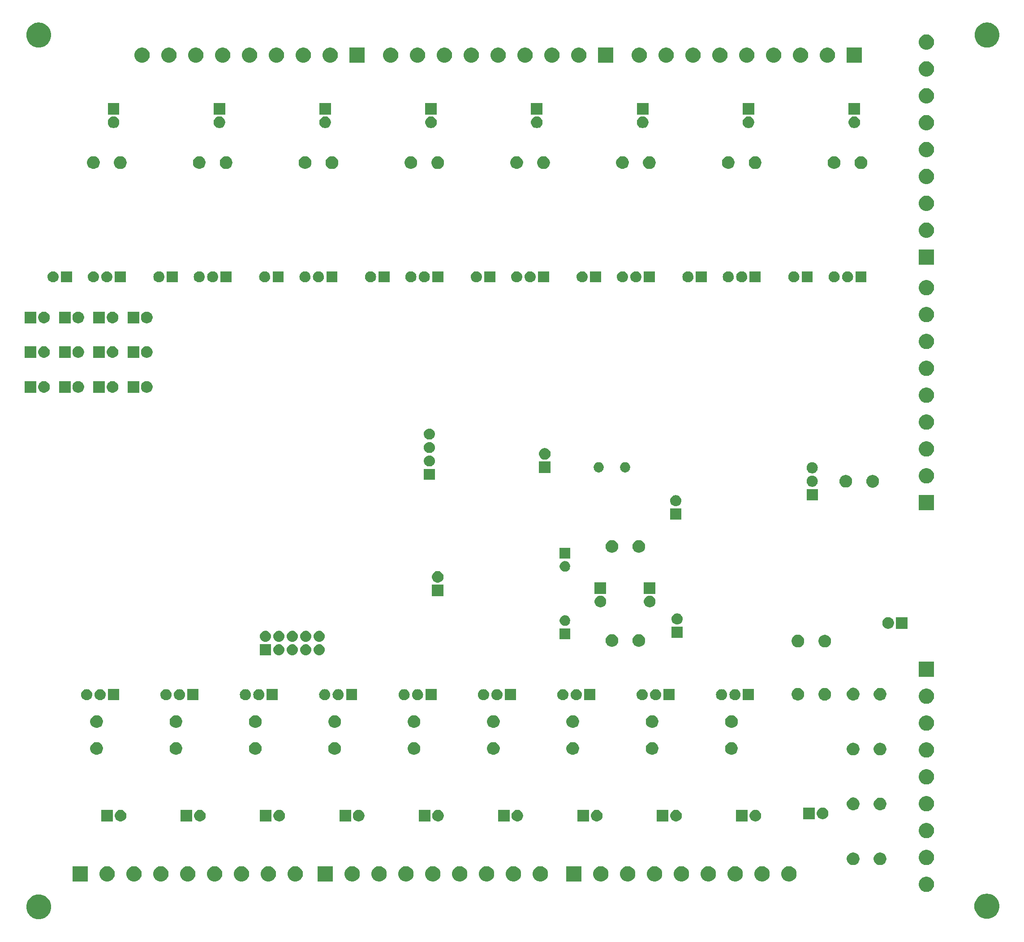
<source format=gbr>
G04 #@! TF.GenerationSoftware,KiCad,Pcbnew,5.0.1-33cea8e~68~ubuntu18.04.1*
G04 #@! TF.CreationDate,2018-11-17T12:44:31+01:00*
G04 #@! TF.ProjectId,G3,47332E6B696361645F70636200000000,rev?*
G04 #@! TF.SameCoordinates,Original*
G04 #@! TF.FileFunction,Soldermask,Bot*
G04 #@! TF.FilePolarity,Negative*
%FSLAX46Y46*%
G04 Gerber Fmt 4.6, Leading zero omitted, Abs format (unit mm)*
G04 Created by KiCad (PCBNEW 5.0.1-33cea8e~68~ubuntu18.04.1) date lör 17 nov 2018 12:44:31*
%MOMM*%
%LPD*%
G01*
G04 APERTURE LIST*
%ADD10C,0.100000*%
G04 APERTURE END LIST*
D10*
G36*
X24505959Y-184093577D02*
X24846470Y-184161309D01*
X25274143Y-184338457D01*
X25659038Y-184595636D01*
X25986364Y-184922962D01*
X26243543Y-185307857D01*
X26420691Y-185735530D01*
X26511000Y-186189545D01*
X26511000Y-186652455D01*
X26420691Y-187106470D01*
X26243543Y-187534143D01*
X25986364Y-187919038D01*
X25659038Y-188246364D01*
X25274143Y-188503543D01*
X24846470Y-188680691D01*
X24505959Y-188748423D01*
X24392456Y-188771000D01*
X23929544Y-188771000D01*
X23816041Y-188748423D01*
X23475530Y-188680691D01*
X23047857Y-188503543D01*
X22662962Y-188246364D01*
X22335636Y-187919038D01*
X22078457Y-187534143D01*
X21901309Y-187106470D01*
X21811000Y-186652455D01*
X21811000Y-186189545D01*
X21901309Y-185735530D01*
X22078457Y-185307857D01*
X22335636Y-184922962D01*
X22662962Y-184595636D01*
X23047857Y-184338457D01*
X23475530Y-184161309D01*
X23816041Y-184093577D01*
X23929544Y-184071000D01*
X24392456Y-184071000D01*
X24505959Y-184093577D01*
X24505959Y-184093577D01*
G37*
G36*
X203725959Y-183963577D02*
X204066470Y-184031309D01*
X204494143Y-184208457D01*
X204879038Y-184465636D01*
X205206364Y-184792962D01*
X205463543Y-185177857D01*
X205640691Y-185605530D01*
X205731000Y-186059545D01*
X205731000Y-186522455D01*
X205640691Y-186976470D01*
X205463543Y-187404143D01*
X205206364Y-187789038D01*
X204879038Y-188116364D01*
X204494143Y-188373543D01*
X204066470Y-188550691D01*
X203725959Y-188618423D01*
X203612456Y-188641000D01*
X203149544Y-188641000D01*
X203036041Y-188618423D01*
X202695530Y-188550691D01*
X202267857Y-188373543D01*
X201882962Y-188116364D01*
X201555636Y-187789038D01*
X201298457Y-187404143D01*
X201121309Y-186976470D01*
X201031000Y-186522455D01*
X201031000Y-186059545D01*
X201121309Y-185605530D01*
X201298457Y-185177857D01*
X201555636Y-184792962D01*
X201882962Y-184465636D01*
X202267857Y-184208457D01*
X202695530Y-184031309D01*
X203036041Y-183963577D01*
X203149544Y-183941000D01*
X203612456Y-183941000D01*
X203725959Y-183963577D01*
X203725959Y-183963577D01*
G37*
G36*
X192368861Y-180766262D02*
X192632747Y-180875567D01*
X192870238Y-181034253D01*
X193072201Y-181236216D01*
X193230887Y-181473707D01*
X193340192Y-181737593D01*
X193395914Y-182017726D01*
X193395914Y-182303354D01*
X193340192Y-182583487D01*
X193230887Y-182847373D01*
X193072201Y-183084864D01*
X192870238Y-183286827D01*
X192632747Y-183445513D01*
X192368861Y-183554818D01*
X192088728Y-183610540D01*
X191803100Y-183610540D01*
X191522967Y-183554818D01*
X191259081Y-183445513D01*
X191021590Y-183286827D01*
X190819627Y-183084864D01*
X190660941Y-182847373D01*
X190551636Y-182583487D01*
X190495914Y-182303354D01*
X190495914Y-182017726D01*
X190551636Y-181737593D01*
X190660941Y-181473707D01*
X190819627Y-181236216D01*
X191021590Y-181034253D01*
X191259081Y-180875567D01*
X191522967Y-180766262D01*
X191803100Y-180710540D01*
X192088728Y-180710540D01*
X192368861Y-180766262D01*
X192368861Y-180766262D01*
G37*
G36*
X94008828Y-178788229D02*
X94272714Y-178897534D01*
X94510205Y-179056220D01*
X94712168Y-179258183D01*
X94870854Y-179495674D01*
X94980159Y-179759560D01*
X95035881Y-180039693D01*
X95035881Y-180325321D01*
X94980159Y-180605454D01*
X94870854Y-180869340D01*
X94712168Y-181106831D01*
X94510205Y-181308794D01*
X94272714Y-181467480D01*
X94008828Y-181576785D01*
X93728695Y-181632507D01*
X93443067Y-181632507D01*
X93162934Y-181576785D01*
X92899048Y-181467480D01*
X92661557Y-181308794D01*
X92459594Y-181106831D01*
X92300908Y-180869340D01*
X92191603Y-180605454D01*
X92135881Y-180325321D01*
X92135881Y-180039693D01*
X92191603Y-179759560D01*
X92300908Y-179495674D01*
X92459594Y-179258183D01*
X92661557Y-179056220D01*
X92899048Y-178897534D01*
X93162934Y-178788229D01*
X93443067Y-178732507D01*
X93728695Y-178732507D01*
X94008828Y-178788229D01*
X94008828Y-178788229D01*
G37*
G36*
X33456022Y-181632507D02*
X30556022Y-181632507D01*
X30556022Y-178732507D01*
X33456022Y-178732507D01*
X33456022Y-181632507D01*
X33456022Y-181632507D01*
G37*
G36*
X37508969Y-178788229D02*
X37772855Y-178897534D01*
X38010346Y-179056220D01*
X38212309Y-179258183D01*
X38370995Y-179495674D01*
X38480300Y-179759560D01*
X38536022Y-180039693D01*
X38536022Y-180325321D01*
X38480300Y-180605454D01*
X38370995Y-180869340D01*
X38212309Y-181106831D01*
X38010346Y-181308794D01*
X37772855Y-181467480D01*
X37508969Y-181576785D01*
X37228836Y-181632507D01*
X36943208Y-181632507D01*
X36663075Y-181576785D01*
X36399189Y-181467480D01*
X36161698Y-181308794D01*
X35959735Y-181106831D01*
X35801049Y-180869340D01*
X35691744Y-180605454D01*
X35636022Y-180325321D01*
X35636022Y-180039693D01*
X35691744Y-179759560D01*
X35801049Y-179495674D01*
X35959735Y-179258183D01*
X36161698Y-179056220D01*
X36399189Y-178897534D01*
X36663075Y-178788229D01*
X36943208Y-178732507D01*
X37228836Y-178732507D01*
X37508969Y-178788229D01*
X37508969Y-178788229D01*
G37*
G36*
X42588969Y-178788229D02*
X42852855Y-178897534D01*
X43090346Y-179056220D01*
X43292309Y-179258183D01*
X43450995Y-179495674D01*
X43560300Y-179759560D01*
X43616022Y-180039693D01*
X43616022Y-180325321D01*
X43560300Y-180605454D01*
X43450995Y-180869340D01*
X43292309Y-181106831D01*
X43090346Y-181308794D01*
X42852855Y-181467480D01*
X42588969Y-181576785D01*
X42308836Y-181632507D01*
X42023208Y-181632507D01*
X41743075Y-181576785D01*
X41479189Y-181467480D01*
X41241698Y-181308794D01*
X41039735Y-181106831D01*
X40881049Y-180869340D01*
X40771744Y-180605454D01*
X40716022Y-180325321D01*
X40716022Y-180039693D01*
X40771744Y-179759560D01*
X40881049Y-179495674D01*
X41039735Y-179258183D01*
X41241698Y-179056220D01*
X41479189Y-178897534D01*
X41743075Y-178788229D01*
X42023208Y-178732507D01*
X42308836Y-178732507D01*
X42588969Y-178788229D01*
X42588969Y-178788229D01*
G37*
G36*
X47668969Y-178788229D02*
X47932855Y-178897534D01*
X48170346Y-179056220D01*
X48372309Y-179258183D01*
X48530995Y-179495674D01*
X48640300Y-179759560D01*
X48696022Y-180039693D01*
X48696022Y-180325321D01*
X48640300Y-180605454D01*
X48530995Y-180869340D01*
X48372309Y-181106831D01*
X48170346Y-181308794D01*
X47932855Y-181467480D01*
X47668969Y-181576785D01*
X47388836Y-181632507D01*
X47103208Y-181632507D01*
X46823075Y-181576785D01*
X46559189Y-181467480D01*
X46321698Y-181308794D01*
X46119735Y-181106831D01*
X45961049Y-180869340D01*
X45851744Y-180605454D01*
X45796022Y-180325321D01*
X45796022Y-180039693D01*
X45851744Y-179759560D01*
X45961049Y-179495674D01*
X46119735Y-179258183D01*
X46321698Y-179056220D01*
X46559189Y-178897534D01*
X46823075Y-178788229D01*
X47103208Y-178732507D01*
X47388836Y-178732507D01*
X47668969Y-178788229D01*
X47668969Y-178788229D01*
G37*
G36*
X52748969Y-178788229D02*
X53012855Y-178897534D01*
X53250346Y-179056220D01*
X53452309Y-179258183D01*
X53610995Y-179495674D01*
X53720300Y-179759560D01*
X53776022Y-180039693D01*
X53776022Y-180325321D01*
X53720300Y-180605454D01*
X53610995Y-180869340D01*
X53452309Y-181106831D01*
X53250346Y-181308794D01*
X53012855Y-181467480D01*
X52748969Y-181576785D01*
X52468836Y-181632507D01*
X52183208Y-181632507D01*
X51903075Y-181576785D01*
X51639189Y-181467480D01*
X51401698Y-181308794D01*
X51199735Y-181106831D01*
X51041049Y-180869340D01*
X50931744Y-180605454D01*
X50876022Y-180325321D01*
X50876022Y-180039693D01*
X50931744Y-179759560D01*
X51041049Y-179495674D01*
X51199735Y-179258183D01*
X51401698Y-179056220D01*
X51639189Y-178897534D01*
X51903075Y-178788229D01*
X52183208Y-178732507D01*
X52468836Y-178732507D01*
X52748969Y-178788229D01*
X52748969Y-178788229D01*
G37*
G36*
X57828969Y-178788229D02*
X58092855Y-178897534D01*
X58330346Y-179056220D01*
X58532309Y-179258183D01*
X58690995Y-179495674D01*
X58800300Y-179759560D01*
X58856022Y-180039693D01*
X58856022Y-180325321D01*
X58800300Y-180605454D01*
X58690995Y-180869340D01*
X58532309Y-181106831D01*
X58330346Y-181308794D01*
X58092855Y-181467480D01*
X57828969Y-181576785D01*
X57548836Y-181632507D01*
X57263208Y-181632507D01*
X56983075Y-181576785D01*
X56719189Y-181467480D01*
X56481698Y-181308794D01*
X56279735Y-181106831D01*
X56121049Y-180869340D01*
X56011744Y-180605454D01*
X55956022Y-180325321D01*
X55956022Y-180039693D01*
X56011744Y-179759560D01*
X56121049Y-179495674D01*
X56279735Y-179258183D01*
X56481698Y-179056220D01*
X56719189Y-178897534D01*
X56983075Y-178788229D01*
X57263208Y-178732507D01*
X57548836Y-178732507D01*
X57828969Y-178788229D01*
X57828969Y-178788229D01*
G37*
G36*
X62908969Y-178788229D02*
X63172855Y-178897534D01*
X63410346Y-179056220D01*
X63612309Y-179258183D01*
X63770995Y-179495674D01*
X63880300Y-179759560D01*
X63936022Y-180039693D01*
X63936022Y-180325321D01*
X63880300Y-180605454D01*
X63770995Y-180869340D01*
X63612309Y-181106831D01*
X63410346Y-181308794D01*
X63172855Y-181467480D01*
X62908969Y-181576785D01*
X62628836Y-181632507D01*
X62343208Y-181632507D01*
X62063075Y-181576785D01*
X61799189Y-181467480D01*
X61561698Y-181308794D01*
X61359735Y-181106831D01*
X61201049Y-180869340D01*
X61091744Y-180605454D01*
X61036022Y-180325321D01*
X61036022Y-180039693D01*
X61091744Y-179759560D01*
X61201049Y-179495674D01*
X61359735Y-179258183D01*
X61561698Y-179056220D01*
X61799189Y-178897534D01*
X62063075Y-178788229D01*
X62343208Y-178732507D01*
X62628836Y-178732507D01*
X62908969Y-178788229D01*
X62908969Y-178788229D01*
G37*
G36*
X67988969Y-178788229D02*
X68252855Y-178897534D01*
X68490346Y-179056220D01*
X68692309Y-179258183D01*
X68850995Y-179495674D01*
X68960300Y-179759560D01*
X69016022Y-180039693D01*
X69016022Y-180325321D01*
X68960300Y-180605454D01*
X68850995Y-180869340D01*
X68692309Y-181106831D01*
X68490346Y-181308794D01*
X68252855Y-181467480D01*
X67988969Y-181576785D01*
X67708836Y-181632507D01*
X67423208Y-181632507D01*
X67143075Y-181576785D01*
X66879189Y-181467480D01*
X66641698Y-181308794D01*
X66439735Y-181106831D01*
X66281049Y-180869340D01*
X66171744Y-180605454D01*
X66116022Y-180325321D01*
X66116022Y-180039693D01*
X66171744Y-179759560D01*
X66281049Y-179495674D01*
X66439735Y-179258183D01*
X66641698Y-179056220D01*
X66879189Y-178897534D01*
X67143075Y-178788229D01*
X67423208Y-178732507D01*
X67708836Y-178732507D01*
X67988969Y-178788229D01*
X67988969Y-178788229D01*
G37*
G36*
X73068969Y-178788229D02*
X73332855Y-178897534D01*
X73570346Y-179056220D01*
X73772309Y-179258183D01*
X73930995Y-179495674D01*
X74040300Y-179759560D01*
X74096022Y-180039693D01*
X74096022Y-180325321D01*
X74040300Y-180605454D01*
X73930995Y-180869340D01*
X73772309Y-181106831D01*
X73570346Y-181308794D01*
X73332855Y-181467480D01*
X73068969Y-181576785D01*
X72788836Y-181632507D01*
X72503208Y-181632507D01*
X72223075Y-181576785D01*
X71959189Y-181467480D01*
X71721698Y-181308794D01*
X71519735Y-181106831D01*
X71361049Y-180869340D01*
X71251744Y-180605454D01*
X71196022Y-180325321D01*
X71196022Y-180039693D01*
X71251744Y-179759560D01*
X71361049Y-179495674D01*
X71519735Y-179258183D01*
X71721698Y-179056220D01*
X71959189Y-178897534D01*
X72223075Y-178788229D01*
X72503208Y-178732507D01*
X72788836Y-178732507D01*
X73068969Y-178788229D01*
X73068969Y-178788229D01*
G37*
G36*
X119408828Y-178788229D02*
X119672714Y-178897534D01*
X119910205Y-179056220D01*
X120112168Y-179258183D01*
X120270854Y-179495674D01*
X120380159Y-179759560D01*
X120435881Y-180039693D01*
X120435881Y-180325321D01*
X120380159Y-180605454D01*
X120270854Y-180869340D01*
X120112168Y-181106831D01*
X119910205Y-181308794D01*
X119672714Y-181467480D01*
X119408828Y-181576785D01*
X119128695Y-181632507D01*
X118843067Y-181632507D01*
X118562934Y-181576785D01*
X118299048Y-181467480D01*
X118061557Y-181308794D01*
X117859594Y-181106831D01*
X117700908Y-180869340D01*
X117591603Y-180605454D01*
X117535881Y-180325321D01*
X117535881Y-180039693D01*
X117591603Y-179759560D01*
X117700908Y-179495674D01*
X117859594Y-179258183D01*
X118061557Y-179056220D01*
X118299048Y-178897534D01*
X118562934Y-178788229D01*
X118843067Y-178732507D01*
X119128695Y-178732507D01*
X119408828Y-178788229D01*
X119408828Y-178788229D01*
G37*
G36*
X114328828Y-178788229D02*
X114592714Y-178897534D01*
X114830205Y-179056220D01*
X115032168Y-179258183D01*
X115190854Y-179495674D01*
X115300159Y-179759560D01*
X115355881Y-180039693D01*
X115355881Y-180325321D01*
X115300159Y-180605454D01*
X115190854Y-180869340D01*
X115032168Y-181106831D01*
X114830205Y-181308794D01*
X114592714Y-181467480D01*
X114328828Y-181576785D01*
X114048695Y-181632507D01*
X113763067Y-181632507D01*
X113482934Y-181576785D01*
X113219048Y-181467480D01*
X112981557Y-181308794D01*
X112779594Y-181106831D01*
X112620908Y-180869340D01*
X112511603Y-180605454D01*
X112455881Y-180325321D01*
X112455881Y-180039693D01*
X112511603Y-179759560D01*
X112620908Y-179495674D01*
X112779594Y-179258183D01*
X112981557Y-179056220D01*
X113219048Y-178897534D01*
X113482934Y-178788229D01*
X113763067Y-178732507D01*
X114048695Y-178732507D01*
X114328828Y-178788229D01*
X114328828Y-178788229D01*
G37*
G36*
X109248828Y-178788229D02*
X109512714Y-178897534D01*
X109750205Y-179056220D01*
X109952168Y-179258183D01*
X110110854Y-179495674D01*
X110220159Y-179759560D01*
X110275881Y-180039693D01*
X110275881Y-180325321D01*
X110220159Y-180605454D01*
X110110854Y-180869340D01*
X109952168Y-181106831D01*
X109750205Y-181308794D01*
X109512714Y-181467480D01*
X109248828Y-181576785D01*
X108968695Y-181632507D01*
X108683067Y-181632507D01*
X108402934Y-181576785D01*
X108139048Y-181467480D01*
X107901557Y-181308794D01*
X107699594Y-181106831D01*
X107540908Y-180869340D01*
X107431603Y-180605454D01*
X107375881Y-180325321D01*
X107375881Y-180039693D01*
X107431603Y-179759560D01*
X107540908Y-179495674D01*
X107699594Y-179258183D01*
X107901557Y-179056220D01*
X108139048Y-178897534D01*
X108402934Y-178788229D01*
X108683067Y-178732507D01*
X108968695Y-178732507D01*
X109248828Y-178788229D01*
X109248828Y-178788229D01*
G37*
G36*
X104168828Y-178788229D02*
X104432714Y-178897534D01*
X104670205Y-179056220D01*
X104872168Y-179258183D01*
X105030854Y-179495674D01*
X105140159Y-179759560D01*
X105195881Y-180039693D01*
X105195881Y-180325321D01*
X105140159Y-180605454D01*
X105030854Y-180869340D01*
X104872168Y-181106831D01*
X104670205Y-181308794D01*
X104432714Y-181467480D01*
X104168828Y-181576785D01*
X103888695Y-181632507D01*
X103603067Y-181632507D01*
X103322934Y-181576785D01*
X103059048Y-181467480D01*
X102821557Y-181308794D01*
X102619594Y-181106831D01*
X102460908Y-180869340D01*
X102351603Y-180605454D01*
X102295881Y-180325321D01*
X102295881Y-180039693D01*
X102351603Y-179759560D01*
X102460908Y-179495674D01*
X102619594Y-179258183D01*
X102821557Y-179056220D01*
X103059048Y-178897534D01*
X103322934Y-178788229D01*
X103603067Y-178732507D01*
X103888695Y-178732507D01*
X104168828Y-178788229D01*
X104168828Y-178788229D01*
G37*
G36*
X161318828Y-178788229D02*
X161582714Y-178897534D01*
X161820205Y-179056220D01*
X162022168Y-179258183D01*
X162180854Y-179495674D01*
X162290159Y-179759560D01*
X162345881Y-180039693D01*
X162345881Y-180325321D01*
X162290159Y-180605454D01*
X162180854Y-180869340D01*
X162022168Y-181106831D01*
X161820205Y-181308794D01*
X161582714Y-181467480D01*
X161318828Y-181576785D01*
X161038695Y-181632507D01*
X160753067Y-181632507D01*
X160472934Y-181576785D01*
X160209048Y-181467480D01*
X159971557Y-181308794D01*
X159769594Y-181106831D01*
X159610908Y-180869340D01*
X159501603Y-180605454D01*
X159445881Y-180325321D01*
X159445881Y-180039693D01*
X159501603Y-179759560D01*
X159610908Y-179495674D01*
X159769594Y-179258183D01*
X159971557Y-179056220D01*
X160209048Y-178897534D01*
X160472934Y-178788229D01*
X160753067Y-178732507D01*
X161038695Y-178732507D01*
X161318828Y-178788229D01*
X161318828Y-178788229D01*
G37*
G36*
X156238828Y-178788229D02*
X156502714Y-178897534D01*
X156740205Y-179056220D01*
X156942168Y-179258183D01*
X157100854Y-179495674D01*
X157210159Y-179759560D01*
X157265881Y-180039693D01*
X157265881Y-180325321D01*
X157210159Y-180605454D01*
X157100854Y-180869340D01*
X156942168Y-181106831D01*
X156740205Y-181308794D01*
X156502714Y-181467480D01*
X156238828Y-181576785D01*
X155958695Y-181632507D01*
X155673067Y-181632507D01*
X155392934Y-181576785D01*
X155129048Y-181467480D01*
X154891557Y-181308794D01*
X154689594Y-181106831D01*
X154530908Y-180869340D01*
X154421603Y-180605454D01*
X154365881Y-180325321D01*
X154365881Y-180039693D01*
X154421603Y-179759560D01*
X154530908Y-179495674D01*
X154689594Y-179258183D01*
X154891557Y-179056220D01*
X155129048Y-178897534D01*
X155392934Y-178788229D01*
X155673067Y-178732507D01*
X155958695Y-178732507D01*
X156238828Y-178788229D01*
X156238828Y-178788229D01*
G37*
G36*
X151158828Y-178788229D02*
X151422714Y-178897534D01*
X151660205Y-179056220D01*
X151862168Y-179258183D01*
X152020854Y-179495674D01*
X152130159Y-179759560D01*
X152185881Y-180039693D01*
X152185881Y-180325321D01*
X152130159Y-180605454D01*
X152020854Y-180869340D01*
X151862168Y-181106831D01*
X151660205Y-181308794D01*
X151422714Y-181467480D01*
X151158828Y-181576785D01*
X150878695Y-181632507D01*
X150593067Y-181632507D01*
X150312934Y-181576785D01*
X150049048Y-181467480D01*
X149811557Y-181308794D01*
X149609594Y-181106831D01*
X149450908Y-180869340D01*
X149341603Y-180605454D01*
X149285881Y-180325321D01*
X149285881Y-180039693D01*
X149341603Y-179759560D01*
X149450908Y-179495674D01*
X149609594Y-179258183D01*
X149811557Y-179056220D01*
X150049048Y-178897534D01*
X150312934Y-178788229D01*
X150593067Y-178732507D01*
X150878695Y-178732507D01*
X151158828Y-178788229D01*
X151158828Y-178788229D01*
G37*
G36*
X146078828Y-178788229D02*
X146342714Y-178897534D01*
X146580205Y-179056220D01*
X146782168Y-179258183D01*
X146940854Y-179495674D01*
X147050159Y-179759560D01*
X147105881Y-180039693D01*
X147105881Y-180325321D01*
X147050159Y-180605454D01*
X146940854Y-180869340D01*
X146782168Y-181106831D01*
X146580205Y-181308794D01*
X146342714Y-181467480D01*
X146078828Y-181576785D01*
X145798695Y-181632507D01*
X145513067Y-181632507D01*
X145232934Y-181576785D01*
X144969048Y-181467480D01*
X144731557Y-181308794D01*
X144529594Y-181106831D01*
X144370908Y-180869340D01*
X144261603Y-180605454D01*
X144205881Y-180325321D01*
X144205881Y-180039693D01*
X144261603Y-179759560D01*
X144370908Y-179495674D01*
X144529594Y-179258183D01*
X144731557Y-179056220D01*
X144969048Y-178897534D01*
X145232934Y-178788229D01*
X145513067Y-178732507D01*
X145798695Y-178732507D01*
X146078828Y-178788229D01*
X146078828Y-178788229D01*
G37*
G36*
X140998828Y-178788229D02*
X141262714Y-178897534D01*
X141500205Y-179056220D01*
X141702168Y-179258183D01*
X141860854Y-179495674D01*
X141970159Y-179759560D01*
X142025881Y-180039693D01*
X142025881Y-180325321D01*
X141970159Y-180605454D01*
X141860854Y-180869340D01*
X141702168Y-181106831D01*
X141500205Y-181308794D01*
X141262714Y-181467480D01*
X140998828Y-181576785D01*
X140718695Y-181632507D01*
X140433067Y-181632507D01*
X140152934Y-181576785D01*
X139889048Y-181467480D01*
X139651557Y-181308794D01*
X139449594Y-181106831D01*
X139290908Y-180869340D01*
X139181603Y-180605454D01*
X139125881Y-180325321D01*
X139125881Y-180039693D01*
X139181603Y-179759560D01*
X139290908Y-179495674D01*
X139449594Y-179258183D01*
X139651557Y-179056220D01*
X139889048Y-178897534D01*
X140152934Y-178788229D01*
X140433067Y-178732507D01*
X140718695Y-178732507D01*
X140998828Y-178788229D01*
X140998828Y-178788229D01*
G37*
G36*
X135918828Y-178788229D02*
X136182714Y-178897534D01*
X136420205Y-179056220D01*
X136622168Y-179258183D01*
X136780854Y-179495674D01*
X136890159Y-179759560D01*
X136945881Y-180039693D01*
X136945881Y-180325321D01*
X136890159Y-180605454D01*
X136780854Y-180869340D01*
X136622168Y-181106831D01*
X136420205Y-181308794D01*
X136182714Y-181467480D01*
X135918828Y-181576785D01*
X135638695Y-181632507D01*
X135353067Y-181632507D01*
X135072934Y-181576785D01*
X134809048Y-181467480D01*
X134571557Y-181308794D01*
X134369594Y-181106831D01*
X134210908Y-180869340D01*
X134101603Y-180605454D01*
X134045881Y-180325321D01*
X134045881Y-180039693D01*
X134101603Y-179759560D01*
X134210908Y-179495674D01*
X134369594Y-179258183D01*
X134571557Y-179056220D01*
X134809048Y-178897534D01*
X135072934Y-178788229D01*
X135353067Y-178732507D01*
X135638695Y-178732507D01*
X135918828Y-178788229D01*
X135918828Y-178788229D01*
G37*
G36*
X130838828Y-178788229D02*
X131102714Y-178897534D01*
X131340205Y-179056220D01*
X131542168Y-179258183D01*
X131700854Y-179495674D01*
X131810159Y-179759560D01*
X131865881Y-180039693D01*
X131865881Y-180325321D01*
X131810159Y-180605454D01*
X131700854Y-180869340D01*
X131542168Y-181106831D01*
X131340205Y-181308794D01*
X131102714Y-181467480D01*
X130838828Y-181576785D01*
X130558695Y-181632507D01*
X130273067Y-181632507D01*
X129992934Y-181576785D01*
X129729048Y-181467480D01*
X129491557Y-181308794D01*
X129289594Y-181106831D01*
X129130908Y-180869340D01*
X129021603Y-180605454D01*
X128965881Y-180325321D01*
X128965881Y-180039693D01*
X129021603Y-179759560D01*
X129130908Y-179495674D01*
X129289594Y-179258183D01*
X129491557Y-179056220D01*
X129729048Y-178897534D01*
X129992934Y-178788229D01*
X130273067Y-178732507D01*
X130558695Y-178732507D01*
X130838828Y-178788229D01*
X130838828Y-178788229D01*
G37*
G36*
X126785881Y-181632507D02*
X123885881Y-181632507D01*
X123885881Y-178732507D01*
X126785881Y-178732507D01*
X126785881Y-181632507D01*
X126785881Y-181632507D01*
G37*
G36*
X79795881Y-181632507D02*
X76895881Y-181632507D01*
X76895881Y-178732507D01*
X79795881Y-178732507D01*
X79795881Y-181632507D01*
X79795881Y-181632507D01*
G37*
G36*
X83848828Y-178788229D02*
X84112714Y-178897534D01*
X84350205Y-179056220D01*
X84552168Y-179258183D01*
X84710854Y-179495674D01*
X84820159Y-179759560D01*
X84875881Y-180039693D01*
X84875881Y-180325321D01*
X84820159Y-180605454D01*
X84710854Y-180869340D01*
X84552168Y-181106831D01*
X84350205Y-181308794D01*
X84112714Y-181467480D01*
X83848828Y-181576785D01*
X83568695Y-181632507D01*
X83283067Y-181632507D01*
X83002934Y-181576785D01*
X82739048Y-181467480D01*
X82501557Y-181308794D01*
X82299594Y-181106831D01*
X82140908Y-180869340D01*
X82031603Y-180605454D01*
X81975881Y-180325321D01*
X81975881Y-180039693D01*
X82031603Y-179759560D01*
X82140908Y-179495674D01*
X82299594Y-179258183D01*
X82501557Y-179056220D01*
X82739048Y-178897534D01*
X83002934Y-178788229D01*
X83283067Y-178732507D01*
X83568695Y-178732507D01*
X83848828Y-178788229D01*
X83848828Y-178788229D01*
G37*
G36*
X88928828Y-178788229D02*
X89192714Y-178897534D01*
X89430205Y-179056220D01*
X89632168Y-179258183D01*
X89790854Y-179495674D01*
X89900159Y-179759560D01*
X89955881Y-180039693D01*
X89955881Y-180325321D01*
X89900159Y-180605454D01*
X89790854Y-180869340D01*
X89632168Y-181106831D01*
X89430205Y-181308794D01*
X89192714Y-181467480D01*
X88928828Y-181576785D01*
X88648695Y-181632507D01*
X88363067Y-181632507D01*
X88082934Y-181576785D01*
X87819048Y-181467480D01*
X87581557Y-181308794D01*
X87379594Y-181106831D01*
X87220908Y-180869340D01*
X87111603Y-180605454D01*
X87055881Y-180325321D01*
X87055881Y-180039693D01*
X87111603Y-179759560D01*
X87220908Y-179495674D01*
X87379594Y-179258183D01*
X87581557Y-179056220D01*
X87819048Y-178897534D01*
X88082934Y-178788229D01*
X88363067Y-178732507D01*
X88648695Y-178732507D01*
X88928828Y-178788229D01*
X88928828Y-178788229D01*
G37*
G36*
X166398828Y-178788229D02*
X166662714Y-178897534D01*
X166900205Y-179056220D01*
X167102168Y-179258183D01*
X167260854Y-179495674D01*
X167370159Y-179759560D01*
X167425881Y-180039693D01*
X167425881Y-180325321D01*
X167370159Y-180605454D01*
X167260854Y-180869340D01*
X167102168Y-181106831D01*
X166900205Y-181308794D01*
X166662714Y-181467480D01*
X166398828Y-181576785D01*
X166118695Y-181632507D01*
X165833067Y-181632507D01*
X165552934Y-181576785D01*
X165289048Y-181467480D01*
X165051557Y-181308794D01*
X164849594Y-181106831D01*
X164690908Y-180869340D01*
X164581603Y-180605454D01*
X164525881Y-180325321D01*
X164525881Y-180039693D01*
X164581603Y-179759560D01*
X164690908Y-179495674D01*
X164849594Y-179258183D01*
X165051557Y-179056220D01*
X165289048Y-178897534D01*
X165552934Y-178788229D01*
X165833067Y-178732507D01*
X166118695Y-178732507D01*
X166398828Y-178788229D01*
X166398828Y-178788229D01*
G37*
G36*
X99088828Y-178788229D02*
X99352714Y-178897534D01*
X99590205Y-179056220D01*
X99792168Y-179258183D01*
X99950854Y-179495674D01*
X100060159Y-179759560D01*
X100115881Y-180039693D01*
X100115881Y-180325321D01*
X100060159Y-180605454D01*
X99950854Y-180869340D01*
X99792168Y-181106831D01*
X99590205Y-181308794D01*
X99352714Y-181467480D01*
X99088828Y-181576785D01*
X98808695Y-181632507D01*
X98523067Y-181632507D01*
X98242934Y-181576785D01*
X97979048Y-181467480D01*
X97741557Y-181308794D01*
X97539594Y-181106831D01*
X97380908Y-180869340D01*
X97271603Y-180605454D01*
X97215881Y-180325321D01*
X97215881Y-180039693D01*
X97271603Y-179759560D01*
X97380908Y-179495674D01*
X97539594Y-179258183D01*
X97741557Y-179056220D01*
X97979048Y-178897534D01*
X98242934Y-178788229D01*
X98523067Y-178732507D01*
X98808695Y-178732507D01*
X99088828Y-178788229D01*
X99088828Y-178788229D01*
G37*
G36*
X183532940Y-176180655D02*
X183751326Y-176271113D01*
X183947872Y-176402441D01*
X184115013Y-176569582D01*
X184246341Y-176766128D01*
X184336799Y-176984514D01*
X184382914Y-177216349D01*
X184382914Y-177452731D01*
X184336799Y-177684566D01*
X184246341Y-177902952D01*
X184115013Y-178099498D01*
X183947872Y-178266639D01*
X183751326Y-178397967D01*
X183532940Y-178488425D01*
X183301105Y-178534540D01*
X183064723Y-178534540D01*
X182832888Y-178488425D01*
X182614502Y-178397967D01*
X182417956Y-178266639D01*
X182250815Y-178099498D01*
X182119487Y-177902952D01*
X182029029Y-177684566D01*
X181982914Y-177452731D01*
X181982914Y-177216349D01*
X182029029Y-176984514D01*
X182119487Y-176766128D01*
X182250815Y-176569582D01*
X182417956Y-176402441D01*
X182614502Y-176271113D01*
X182832888Y-176180655D01*
X183064723Y-176134540D01*
X183301105Y-176134540D01*
X183532940Y-176180655D01*
X183532940Y-176180655D01*
G37*
G36*
X192368861Y-175686262D02*
X192632747Y-175795567D01*
X192870238Y-175954253D01*
X193072201Y-176156216D01*
X193230887Y-176393707D01*
X193340192Y-176657593D01*
X193395914Y-176937726D01*
X193395914Y-177223354D01*
X193340192Y-177503487D01*
X193230887Y-177767373D01*
X193072201Y-178004864D01*
X192870238Y-178206827D01*
X192632747Y-178365513D01*
X192368861Y-178474818D01*
X192088728Y-178530540D01*
X191803100Y-178530540D01*
X191522967Y-178474818D01*
X191259081Y-178365513D01*
X191021590Y-178206827D01*
X190819627Y-178004864D01*
X190660941Y-177767373D01*
X190551636Y-177503487D01*
X190495914Y-177223354D01*
X190495914Y-176937726D01*
X190551636Y-176657593D01*
X190660941Y-176393707D01*
X190819627Y-176156216D01*
X191021590Y-175954253D01*
X191259081Y-175795567D01*
X191522967Y-175686262D01*
X191803100Y-175630540D01*
X192088728Y-175630540D01*
X192368861Y-175686262D01*
X192368861Y-175686262D01*
G37*
G36*
X178452940Y-176170655D02*
X178671326Y-176261113D01*
X178867872Y-176392441D01*
X179035013Y-176559582D01*
X179166341Y-176756128D01*
X179256799Y-176974514D01*
X179302914Y-177206349D01*
X179302914Y-177442731D01*
X179256799Y-177674566D01*
X179166341Y-177892952D01*
X179035013Y-178089498D01*
X178867872Y-178256639D01*
X178671326Y-178387967D01*
X178452940Y-178478425D01*
X178221105Y-178524540D01*
X177984723Y-178524540D01*
X177752888Y-178478425D01*
X177534502Y-178387967D01*
X177337956Y-178256639D01*
X177170815Y-178089498D01*
X177039487Y-177892952D01*
X176949029Y-177674566D01*
X176902914Y-177442731D01*
X176902914Y-177206349D01*
X176949029Y-176974514D01*
X177039487Y-176756128D01*
X177170815Y-176559582D01*
X177337956Y-176392441D01*
X177534502Y-176261113D01*
X177752888Y-176170655D01*
X177984723Y-176124540D01*
X178221105Y-176124540D01*
X178452940Y-176170655D01*
X178452940Y-176170655D01*
G37*
G36*
X192368861Y-170606262D02*
X192632747Y-170715567D01*
X192870238Y-170874253D01*
X193072201Y-171076216D01*
X193230887Y-171313707D01*
X193340192Y-171577593D01*
X193395914Y-171857726D01*
X193395914Y-172143354D01*
X193340192Y-172423487D01*
X193230887Y-172687373D01*
X193072201Y-172924864D01*
X192870238Y-173126827D01*
X192632747Y-173285513D01*
X192368861Y-173394818D01*
X192088728Y-173450540D01*
X191803100Y-173450540D01*
X191522967Y-173394818D01*
X191259081Y-173285513D01*
X191021590Y-173126827D01*
X190819627Y-172924864D01*
X190660941Y-172687373D01*
X190551636Y-172423487D01*
X190495914Y-172143354D01*
X190495914Y-171857726D01*
X190551636Y-171577593D01*
X190660941Y-171313707D01*
X190819627Y-171076216D01*
X191021590Y-170874253D01*
X191259081Y-170715567D01*
X191522967Y-170606262D01*
X191803100Y-170550540D01*
X192088728Y-170550540D01*
X192368861Y-170606262D01*
X192368861Y-170606262D01*
G37*
G36*
X39946879Y-168113966D02*
X40147064Y-168196885D01*
X40147067Y-168196887D01*
X40323563Y-168314818D01*
X40327235Y-168317272D01*
X40480444Y-168470481D01*
X40600831Y-168650652D01*
X40683750Y-168850837D01*
X40726022Y-169063352D01*
X40726022Y-169280036D01*
X40683750Y-169492551D01*
X40600831Y-169692736D01*
X40600829Y-169692739D01*
X40522321Y-169810235D01*
X40480444Y-169872907D01*
X40327235Y-170026116D01*
X40147064Y-170146503D01*
X39946879Y-170229422D01*
X39734364Y-170271694D01*
X39517680Y-170271694D01*
X39305165Y-170229422D01*
X39104980Y-170146503D01*
X38924809Y-170026116D01*
X38771600Y-169872907D01*
X38729724Y-169810235D01*
X38651215Y-169692739D01*
X38651213Y-169692736D01*
X38568294Y-169492551D01*
X38526022Y-169280036D01*
X38526022Y-169063352D01*
X38568294Y-168850837D01*
X38651213Y-168650652D01*
X38771600Y-168470481D01*
X38924809Y-168317272D01*
X38928482Y-168314818D01*
X39104977Y-168196887D01*
X39104980Y-168196885D01*
X39305165Y-168113966D01*
X39517680Y-168071694D01*
X39734364Y-168071694D01*
X39946879Y-168113966D01*
X39946879Y-168113966D01*
G37*
G36*
X158186022Y-170271694D02*
X155986022Y-170271694D01*
X155986022Y-168071694D01*
X158186022Y-168071694D01*
X158186022Y-170271694D01*
X158186022Y-170271694D01*
G37*
G36*
X98186022Y-170271694D02*
X95986022Y-170271694D01*
X95986022Y-168071694D01*
X98186022Y-168071694D01*
X98186022Y-170271694D01*
X98186022Y-170271694D01*
G37*
G36*
X99946879Y-168113966D02*
X100147064Y-168196885D01*
X100147067Y-168196887D01*
X100323563Y-168314818D01*
X100327235Y-168317272D01*
X100480444Y-168470481D01*
X100600831Y-168650652D01*
X100683750Y-168850837D01*
X100726022Y-169063352D01*
X100726022Y-169280036D01*
X100683750Y-169492551D01*
X100600831Y-169692736D01*
X100600829Y-169692739D01*
X100522321Y-169810235D01*
X100480444Y-169872907D01*
X100327235Y-170026116D01*
X100147064Y-170146503D01*
X99946879Y-170229422D01*
X99734364Y-170271694D01*
X99517680Y-170271694D01*
X99305165Y-170229422D01*
X99104980Y-170146503D01*
X98924809Y-170026116D01*
X98771600Y-169872907D01*
X98729724Y-169810235D01*
X98651215Y-169692739D01*
X98651213Y-169692736D01*
X98568294Y-169492551D01*
X98526022Y-169280036D01*
X98526022Y-169063352D01*
X98568294Y-168850837D01*
X98651213Y-168650652D01*
X98771600Y-168470481D01*
X98924809Y-168317272D01*
X98928482Y-168314818D01*
X99104977Y-168196887D01*
X99104980Y-168196885D01*
X99305165Y-168113966D01*
X99517680Y-168071694D01*
X99734364Y-168071694D01*
X99946879Y-168113966D01*
X99946879Y-168113966D01*
G37*
G36*
X54946879Y-168113966D02*
X55147064Y-168196885D01*
X55147067Y-168196887D01*
X55323563Y-168314818D01*
X55327235Y-168317272D01*
X55480444Y-168470481D01*
X55600831Y-168650652D01*
X55683750Y-168850837D01*
X55726022Y-169063352D01*
X55726022Y-169280036D01*
X55683750Y-169492551D01*
X55600831Y-169692736D01*
X55600829Y-169692739D01*
X55522321Y-169810235D01*
X55480444Y-169872907D01*
X55327235Y-170026116D01*
X55147064Y-170146503D01*
X54946879Y-170229422D01*
X54734364Y-170271694D01*
X54517680Y-170271694D01*
X54305165Y-170229422D01*
X54104980Y-170146503D01*
X53924809Y-170026116D01*
X53771600Y-169872907D01*
X53729724Y-169810235D01*
X53651215Y-169692739D01*
X53651213Y-169692736D01*
X53568294Y-169492551D01*
X53526022Y-169280036D01*
X53526022Y-169063352D01*
X53568294Y-168850837D01*
X53651213Y-168650652D01*
X53771600Y-168470481D01*
X53924809Y-168317272D01*
X53928482Y-168314818D01*
X54104977Y-168196887D01*
X54104980Y-168196885D01*
X54305165Y-168113966D01*
X54517680Y-168071694D01*
X54734364Y-168071694D01*
X54946879Y-168113966D01*
X54946879Y-168113966D01*
G37*
G36*
X53186022Y-170271694D02*
X50986022Y-170271694D01*
X50986022Y-168071694D01*
X53186022Y-168071694D01*
X53186022Y-170271694D01*
X53186022Y-170271694D01*
G37*
G36*
X83186022Y-170271694D02*
X80986022Y-170271694D01*
X80986022Y-168071694D01*
X83186022Y-168071694D01*
X83186022Y-170271694D01*
X83186022Y-170271694D01*
G37*
G36*
X38186022Y-170271694D02*
X35986022Y-170271694D01*
X35986022Y-168071694D01*
X38186022Y-168071694D01*
X38186022Y-170271694D01*
X38186022Y-170271694D01*
G37*
G36*
X69946879Y-168113966D02*
X70147064Y-168196885D01*
X70147067Y-168196887D01*
X70323563Y-168314818D01*
X70327235Y-168317272D01*
X70480444Y-168470481D01*
X70600831Y-168650652D01*
X70683750Y-168850837D01*
X70726022Y-169063352D01*
X70726022Y-169280036D01*
X70683750Y-169492551D01*
X70600831Y-169692736D01*
X70600829Y-169692739D01*
X70522321Y-169810235D01*
X70480444Y-169872907D01*
X70327235Y-170026116D01*
X70147064Y-170146503D01*
X69946879Y-170229422D01*
X69734364Y-170271694D01*
X69517680Y-170271694D01*
X69305165Y-170229422D01*
X69104980Y-170146503D01*
X68924809Y-170026116D01*
X68771600Y-169872907D01*
X68729724Y-169810235D01*
X68651215Y-169692739D01*
X68651213Y-169692736D01*
X68568294Y-169492551D01*
X68526022Y-169280036D01*
X68526022Y-169063352D01*
X68568294Y-168850837D01*
X68651213Y-168650652D01*
X68771600Y-168470481D01*
X68924809Y-168317272D01*
X68928482Y-168314818D01*
X69104977Y-168196887D01*
X69104980Y-168196885D01*
X69305165Y-168113966D01*
X69517680Y-168071694D01*
X69734364Y-168071694D01*
X69946879Y-168113966D01*
X69946879Y-168113966D01*
G37*
G36*
X159946879Y-168113966D02*
X160147064Y-168196885D01*
X160147067Y-168196887D01*
X160323563Y-168314818D01*
X160327235Y-168317272D01*
X160480444Y-168470481D01*
X160600831Y-168650652D01*
X160683750Y-168850837D01*
X160726022Y-169063352D01*
X160726022Y-169280036D01*
X160683750Y-169492551D01*
X160600831Y-169692736D01*
X160600829Y-169692739D01*
X160522321Y-169810235D01*
X160480444Y-169872907D01*
X160327235Y-170026116D01*
X160147064Y-170146503D01*
X159946879Y-170229422D01*
X159734364Y-170271694D01*
X159517680Y-170271694D01*
X159305165Y-170229422D01*
X159104980Y-170146503D01*
X158924809Y-170026116D01*
X158771600Y-169872907D01*
X158729724Y-169810235D01*
X158651215Y-169692739D01*
X158651213Y-169692736D01*
X158568294Y-169492551D01*
X158526022Y-169280036D01*
X158526022Y-169063352D01*
X158568294Y-168850837D01*
X158651213Y-168650652D01*
X158771600Y-168470481D01*
X158924809Y-168317272D01*
X158928482Y-168314818D01*
X159104977Y-168196887D01*
X159104980Y-168196885D01*
X159305165Y-168113966D01*
X159517680Y-168071694D01*
X159734364Y-168071694D01*
X159946879Y-168113966D01*
X159946879Y-168113966D01*
G37*
G36*
X68186022Y-170271694D02*
X65986022Y-170271694D01*
X65986022Y-168071694D01*
X68186022Y-168071694D01*
X68186022Y-170271694D01*
X68186022Y-170271694D01*
G37*
G36*
X144946879Y-168113966D02*
X145147064Y-168196885D01*
X145147067Y-168196887D01*
X145323563Y-168314818D01*
X145327235Y-168317272D01*
X145480444Y-168470481D01*
X145600831Y-168650652D01*
X145683750Y-168850837D01*
X145726022Y-169063352D01*
X145726022Y-169280036D01*
X145683750Y-169492551D01*
X145600831Y-169692736D01*
X145600829Y-169692739D01*
X145522321Y-169810235D01*
X145480444Y-169872907D01*
X145327235Y-170026116D01*
X145147064Y-170146503D01*
X144946879Y-170229422D01*
X144734364Y-170271694D01*
X144517680Y-170271694D01*
X144305165Y-170229422D01*
X144104980Y-170146503D01*
X143924809Y-170026116D01*
X143771600Y-169872907D01*
X143729724Y-169810235D01*
X143651215Y-169692739D01*
X143651213Y-169692736D01*
X143568294Y-169492551D01*
X143526022Y-169280036D01*
X143526022Y-169063352D01*
X143568294Y-168850837D01*
X143651213Y-168650652D01*
X143771600Y-168470481D01*
X143924809Y-168317272D01*
X143928482Y-168314818D01*
X144104977Y-168196887D01*
X144104980Y-168196885D01*
X144305165Y-168113966D01*
X144517680Y-168071694D01*
X144734364Y-168071694D01*
X144946879Y-168113966D01*
X144946879Y-168113966D01*
G37*
G36*
X84946879Y-168113966D02*
X85147064Y-168196885D01*
X85147067Y-168196887D01*
X85323563Y-168314818D01*
X85327235Y-168317272D01*
X85480444Y-168470481D01*
X85600831Y-168650652D01*
X85683750Y-168850837D01*
X85726022Y-169063352D01*
X85726022Y-169280036D01*
X85683750Y-169492551D01*
X85600831Y-169692736D01*
X85600829Y-169692739D01*
X85522321Y-169810235D01*
X85480444Y-169872907D01*
X85327235Y-170026116D01*
X85147064Y-170146503D01*
X84946879Y-170229422D01*
X84734364Y-170271694D01*
X84517680Y-170271694D01*
X84305165Y-170229422D01*
X84104980Y-170146503D01*
X83924809Y-170026116D01*
X83771600Y-169872907D01*
X83729724Y-169810235D01*
X83651215Y-169692739D01*
X83651213Y-169692736D01*
X83568294Y-169492551D01*
X83526022Y-169280036D01*
X83526022Y-169063352D01*
X83568294Y-168850837D01*
X83651213Y-168650652D01*
X83771600Y-168470481D01*
X83924809Y-168317272D01*
X83928482Y-168314818D01*
X84104977Y-168196887D01*
X84104980Y-168196885D01*
X84305165Y-168113966D01*
X84517680Y-168071694D01*
X84734364Y-168071694D01*
X84946879Y-168113966D01*
X84946879Y-168113966D01*
G37*
G36*
X143186022Y-170271694D02*
X140986022Y-170271694D01*
X140986022Y-168071694D01*
X143186022Y-168071694D01*
X143186022Y-170271694D01*
X143186022Y-170271694D01*
G37*
G36*
X128186022Y-170271694D02*
X125986022Y-170271694D01*
X125986022Y-168071694D01*
X128186022Y-168071694D01*
X128186022Y-170271694D01*
X128186022Y-170271694D01*
G37*
G36*
X129946879Y-168113966D02*
X130147064Y-168196885D01*
X130147067Y-168196887D01*
X130323563Y-168314818D01*
X130327235Y-168317272D01*
X130480444Y-168470481D01*
X130600831Y-168650652D01*
X130683750Y-168850837D01*
X130726022Y-169063352D01*
X130726022Y-169280036D01*
X130683750Y-169492551D01*
X130600831Y-169692736D01*
X130600829Y-169692739D01*
X130522321Y-169810235D01*
X130480444Y-169872907D01*
X130327235Y-170026116D01*
X130147064Y-170146503D01*
X129946879Y-170229422D01*
X129734364Y-170271694D01*
X129517680Y-170271694D01*
X129305165Y-170229422D01*
X129104980Y-170146503D01*
X128924809Y-170026116D01*
X128771600Y-169872907D01*
X128729724Y-169810235D01*
X128651215Y-169692739D01*
X128651213Y-169692736D01*
X128568294Y-169492551D01*
X128526022Y-169280036D01*
X128526022Y-169063352D01*
X128568294Y-168850837D01*
X128651213Y-168650652D01*
X128771600Y-168470481D01*
X128924809Y-168317272D01*
X128928482Y-168314818D01*
X129104977Y-168196887D01*
X129104980Y-168196885D01*
X129305165Y-168113966D01*
X129517680Y-168071694D01*
X129734364Y-168071694D01*
X129946879Y-168113966D01*
X129946879Y-168113966D01*
G37*
G36*
X114946879Y-168113966D02*
X115147064Y-168196885D01*
X115147067Y-168196887D01*
X115323563Y-168314818D01*
X115327235Y-168317272D01*
X115480444Y-168470481D01*
X115600831Y-168650652D01*
X115683750Y-168850837D01*
X115726022Y-169063352D01*
X115726022Y-169280036D01*
X115683750Y-169492551D01*
X115600831Y-169692736D01*
X115600829Y-169692739D01*
X115522321Y-169810235D01*
X115480444Y-169872907D01*
X115327235Y-170026116D01*
X115147064Y-170146503D01*
X114946879Y-170229422D01*
X114734364Y-170271694D01*
X114517680Y-170271694D01*
X114305165Y-170229422D01*
X114104980Y-170146503D01*
X113924809Y-170026116D01*
X113771600Y-169872907D01*
X113729724Y-169810235D01*
X113651215Y-169692739D01*
X113651213Y-169692736D01*
X113568294Y-169492551D01*
X113526022Y-169280036D01*
X113526022Y-169063352D01*
X113568294Y-168850837D01*
X113651213Y-168650652D01*
X113771600Y-168470481D01*
X113924809Y-168317272D01*
X113928482Y-168314818D01*
X114104977Y-168196887D01*
X114104980Y-168196885D01*
X114305165Y-168113966D01*
X114517680Y-168071694D01*
X114734364Y-168071694D01*
X114946879Y-168113966D01*
X114946879Y-168113966D01*
G37*
G36*
X113186022Y-170271694D02*
X110986022Y-170271694D01*
X110986022Y-168071694D01*
X113186022Y-168071694D01*
X113186022Y-170271694D01*
X113186022Y-170271694D01*
G37*
G36*
X172646738Y-167694779D02*
X172846923Y-167777698D01*
X173027094Y-167898085D01*
X173180303Y-168051294D01*
X173180305Y-168051297D01*
X173180306Y-168051298D01*
X173277584Y-168196885D01*
X173300690Y-168231465D01*
X173383609Y-168431650D01*
X173425881Y-168644165D01*
X173425881Y-168860849D01*
X173383609Y-169073364D01*
X173300690Y-169273549D01*
X173180303Y-169453720D01*
X173027094Y-169606929D01*
X173027091Y-169606931D01*
X173027090Y-169606932D01*
X172898671Y-169692739D01*
X172846923Y-169727316D01*
X172646738Y-169810235D01*
X172434223Y-169852507D01*
X172217539Y-169852507D01*
X172005024Y-169810235D01*
X171804839Y-169727316D01*
X171753091Y-169692739D01*
X171624672Y-169606932D01*
X171624671Y-169606931D01*
X171624668Y-169606929D01*
X171471459Y-169453720D01*
X171351072Y-169273549D01*
X171268153Y-169073364D01*
X171225881Y-168860849D01*
X171225881Y-168644165D01*
X171268153Y-168431650D01*
X171351072Y-168231465D01*
X171374178Y-168196885D01*
X171471456Y-168051298D01*
X171471457Y-168051297D01*
X171471459Y-168051294D01*
X171624668Y-167898085D01*
X171804839Y-167777698D01*
X172005024Y-167694779D01*
X172217539Y-167652507D01*
X172434223Y-167652507D01*
X172646738Y-167694779D01*
X172646738Y-167694779D01*
G37*
G36*
X170885881Y-169852507D02*
X168685881Y-169852507D01*
X168685881Y-167652507D01*
X170885881Y-167652507D01*
X170885881Y-169852507D01*
X170885881Y-169852507D01*
G37*
G36*
X192368861Y-165526262D02*
X192632747Y-165635567D01*
X192870238Y-165794253D01*
X193072201Y-165996216D01*
X193230887Y-166233707D01*
X193340192Y-166497593D01*
X193395914Y-166777726D01*
X193395914Y-167063354D01*
X193340192Y-167343487D01*
X193230887Y-167607373D01*
X193072201Y-167844864D01*
X192870238Y-168046827D01*
X192632747Y-168205513D01*
X192368861Y-168314818D01*
X192088728Y-168370540D01*
X191803100Y-168370540D01*
X191522967Y-168314818D01*
X191259081Y-168205513D01*
X191021590Y-168046827D01*
X190819627Y-167844864D01*
X190660941Y-167607373D01*
X190551636Y-167343487D01*
X190495914Y-167063354D01*
X190495914Y-166777726D01*
X190551636Y-166497593D01*
X190660941Y-166233707D01*
X190819627Y-165996216D01*
X191021590Y-165794253D01*
X191259081Y-165635567D01*
X191522967Y-165526262D01*
X191803100Y-165470540D01*
X192088728Y-165470540D01*
X192368861Y-165526262D01*
X192368861Y-165526262D01*
G37*
G36*
X183532940Y-165808987D02*
X183751326Y-165899445D01*
X183947872Y-166030773D01*
X184115013Y-166197914D01*
X184246341Y-166394460D01*
X184336799Y-166612846D01*
X184382914Y-166844681D01*
X184382914Y-167081063D01*
X184336799Y-167312898D01*
X184246341Y-167531284D01*
X184115013Y-167727830D01*
X183947872Y-167894971D01*
X183751326Y-168026299D01*
X183532940Y-168116757D01*
X183301105Y-168162872D01*
X183064723Y-168162872D01*
X182832888Y-168116757D01*
X182614502Y-168026299D01*
X182417956Y-167894971D01*
X182250815Y-167727830D01*
X182119487Y-167531284D01*
X182029029Y-167312898D01*
X181982914Y-167081063D01*
X181982914Y-166844681D01*
X182029029Y-166612846D01*
X182119487Y-166394460D01*
X182250815Y-166197914D01*
X182417956Y-166030773D01*
X182614502Y-165899445D01*
X182832888Y-165808987D01*
X183064723Y-165762872D01*
X183301105Y-165762872D01*
X183532940Y-165808987D01*
X183532940Y-165808987D01*
G37*
G36*
X178452940Y-165798987D02*
X178671326Y-165889445D01*
X178867872Y-166020773D01*
X179035013Y-166187914D01*
X179166341Y-166384460D01*
X179256799Y-166602846D01*
X179302914Y-166834681D01*
X179302914Y-167071063D01*
X179256799Y-167302898D01*
X179166341Y-167521284D01*
X179035013Y-167717830D01*
X178867872Y-167884971D01*
X178671326Y-168016299D01*
X178452940Y-168106757D01*
X178221105Y-168152872D01*
X177984723Y-168152872D01*
X177752888Y-168106757D01*
X177534502Y-168016299D01*
X177337956Y-167884971D01*
X177170815Y-167717830D01*
X177039487Y-167521284D01*
X176949029Y-167302898D01*
X176902914Y-167071063D01*
X176902914Y-166834681D01*
X176949029Y-166602846D01*
X177039487Y-166384460D01*
X177170815Y-166187914D01*
X177337956Y-166020773D01*
X177534502Y-165889445D01*
X177752888Y-165798987D01*
X177984723Y-165752872D01*
X178221105Y-165752872D01*
X178452940Y-165798987D01*
X178452940Y-165798987D01*
G37*
G36*
X192368861Y-160446262D02*
X192632747Y-160555567D01*
X192870238Y-160714253D01*
X193072201Y-160916216D01*
X193230887Y-161153707D01*
X193340192Y-161417593D01*
X193395914Y-161697726D01*
X193395914Y-161983354D01*
X193340192Y-162263487D01*
X193230887Y-162527373D01*
X193072201Y-162764864D01*
X192870238Y-162966827D01*
X192632747Y-163125513D01*
X192368861Y-163234818D01*
X192088728Y-163290540D01*
X191803100Y-163290540D01*
X191522967Y-163234818D01*
X191259081Y-163125513D01*
X191021590Y-162966827D01*
X190819627Y-162764864D01*
X190660941Y-162527373D01*
X190551636Y-162263487D01*
X190495914Y-161983354D01*
X190495914Y-161697726D01*
X190551636Y-161417593D01*
X190660941Y-161153707D01*
X190819627Y-160916216D01*
X191021590Y-160714253D01*
X191259081Y-160555567D01*
X191522967Y-160446262D01*
X191803100Y-160390540D01*
X192088728Y-160390540D01*
X192368861Y-160446262D01*
X192368861Y-160446262D01*
G37*
G36*
X192368861Y-155366262D02*
X192632747Y-155475567D01*
X192870238Y-155634253D01*
X193072201Y-155836216D01*
X193230887Y-156073707D01*
X193340192Y-156337593D01*
X193395914Y-156617726D01*
X193395914Y-156903354D01*
X193340192Y-157183487D01*
X193230887Y-157447373D01*
X193072201Y-157684864D01*
X192870238Y-157886827D01*
X192632747Y-158045513D01*
X192368861Y-158154818D01*
X192088728Y-158210540D01*
X191803100Y-158210540D01*
X191522967Y-158154818D01*
X191259081Y-158045513D01*
X191021590Y-157886827D01*
X190819627Y-157684864D01*
X190660941Y-157447373D01*
X190551636Y-157183487D01*
X190495914Y-156903354D01*
X190495914Y-156617726D01*
X190551636Y-156337593D01*
X190660941Y-156073707D01*
X190819627Y-155836216D01*
X191021590Y-155634253D01*
X191259081Y-155475567D01*
X191522967Y-155366262D01*
X191803100Y-155310540D01*
X192088728Y-155310540D01*
X192368861Y-155366262D01*
X192368861Y-155366262D01*
G37*
G36*
X183532940Y-155437321D02*
X183751326Y-155527779D01*
X183947872Y-155659107D01*
X184115013Y-155826248D01*
X184246341Y-156022794D01*
X184336799Y-156241180D01*
X184382914Y-156473015D01*
X184382914Y-156709397D01*
X184336799Y-156941232D01*
X184246341Y-157159618D01*
X184115013Y-157356164D01*
X183947872Y-157523305D01*
X183751326Y-157654633D01*
X183532940Y-157745091D01*
X183301105Y-157791206D01*
X183064723Y-157791206D01*
X182832888Y-157745091D01*
X182614502Y-157654633D01*
X182417956Y-157523305D01*
X182250815Y-157356164D01*
X182119487Y-157159618D01*
X182029029Y-156941232D01*
X181982914Y-156709397D01*
X181982914Y-156473015D01*
X182029029Y-156241180D01*
X182119487Y-156022794D01*
X182250815Y-155826248D01*
X182417956Y-155659107D01*
X182614502Y-155527779D01*
X182832888Y-155437321D01*
X183064723Y-155391206D01*
X183301105Y-155391206D01*
X183532940Y-155437321D01*
X183532940Y-155437321D01*
G37*
G36*
X178452940Y-155427321D02*
X178671326Y-155517779D01*
X178867872Y-155649107D01*
X179035013Y-155816248D01*
X179166341Y-156012794D01*
X179256799Y-156231180D01*
X179302914Y-156463015D01*
X179302914Y-156699397D01*
X179256799Y-156931232D01*
X179166341Y-157149618D01*
X179035013Y-157346164D01*
X178867872Y-157513305D01*
X178671326Y-157644633D01*
X178452940Y-157735091D01*
X178221105Y-157781206D01*
X177984723Y-157781206D01*
X177752888Y-157735091D01*
X177534502Y-157644633D01*
X177337956Y-157513305D01*
X177170815Y-157346164D01*
X177039487Y-157149618D01*
X176949029Y-156931232D01*
X176902914Y-156699397D01*
X176902914Y-156463015D01*
X176949029Y-156231180D01*
X177039487Y-156012794D01*
X177170815Y-155816248D01*
X177337956Y-155649107D01*
X177534502Y-155517779D01*
X177752888Y-155427321D01*
X177984723Y-155381206D01*
X178221105Y-155381206D01*
X178452940Y-155427321D01*
X178452940Y-155427321D01*
G37*
G36*
X110446048Y-155317809D02*
X110664434Y-155408267D01*
X110860980Y-155539595D01*
X111028121Y-155706736D01*
X111159449Y-155903282D01*
X111249907Y-156121668D01*
X111296022Y-156353503D01*
X111296022Y-156589885D01*
X111249907Y-156821720D01*
X111159449Y-157040106D01*
X111028121Y-157236652D01*
X110860980Y-157403793D01*
X110664434Y-157535121D01*
X110446048Y-157625579D01*
X110214213Y-157671694D01*
X109977831Y-157671694D01*
X109745996Y-157625579D01*
X109527610Y-157535121D01*
X109331064Y-157403793D01*
X109163923Y-157236652D01*
X109032595Y-157040106D01*
X108942137Y-156821720D01*
X108896022Y-156589885D01*
X108896022Y-156353503D01*
X108942137Y-156121668D01*
X109032595Y-155903282D01*
X109163923Y-155706736D01*
X109331064Y-155539595D01*
X109527610Y-155408267D01*
X109745996Y-155317809D01*
X109977831Y-155271694D01*
X110214213Y-155271694D01*
X110446048Y-155317809D01*
X110446048Y-155317809D01*
G37*
G36*
X155446048Y-155317809D02*
X155664434Y-155408267D01*
X155860980Y-155539595D01*
X156028121Y-155706736D01*
X156159449Y-155903282D01*
X156249907Y-156121668D01*
X156296022Y-156353503D01*
X156296022Y-156589885D01*
X156249907Y-156821720D01*
X156159449Y-157040106D01*
X156028121Y-157236652D01*
X155860980Y-157403793D01*
X155664434Y-157535121D01*
X155446048Y-157625579D01*
X155214213Y-157671694D01*
X154977831Y-157671694D01*
X154745996Y-157625579D01*
X154527610Y-157535121D01*
X154331064Y-157403793D01*
X154163923Y-157236652D01*
X154032595Y-157040106D01*
X153942137Y-156821720D01*
X153896022Y-156589885D01*
X153896022Y-156353503D01*
X153942137Y-156121668D01*
X154032595Y-155903282D01*
X154163923Y-155706736D01*
X154331064Y-155539595D01*
X154527610Y-155408267D01*
X154745996Y-155317809D01*
X154977831Y-155271694D01*
X155214213Y-155271694D01*
X155446048Y-155317809D01*
X155446048Y-155317809D01*
G37*
G36*
X140446048Y-155317809D02*
X140664434Y-155408267D01*
X140860980Y-155539595D01*
X141028121Y-155706736D01*
X141159449Y-155903282D01*
X141249907Y-156121668D01*
X141296022Y-156353503D01*
X141296022Y-156589885D01*
X141249907Y-156821720D01*
X141159449Y-157040106D01*
X141028121Y-157236652D01*
X140860980Y-157403793D01*
X140664434Y-157535121D01*
X140446048Y-157625579D01*
X140214213Y-157671694D01*
X139977831Y-157671694D01*
X139745996Y-157625579D01*
X139527610Y-157535121D01*
X139331064Y-157403793D01*
X139163923Y-157236652D01*
X139032595Y-157040106D01*
X138942137Y-156821720D01*
X138896022Y-156589885D01*
X138896022Y-156353503D01*
X138942137Y-156121668D01*
X139032595Y-155903282D01*
X139163923Y-155706736D01*
X139331064Y-155539595D01*
X139527610Y-155408267D01*
X139745996Y-155317809D01*
X139977831Y-155271694D01*
X140214213Y-155271694D01*
X140446048Y-155317809D01*
X140446048Y-155317809D01*
G37*
G36*
X125446048Y-155317809D02*
X125664434Y-155408267D01*
X125860980Y-155539595D01*
X126028121Y-155706736D01*
X126159449Y-155903282D01*
X126249907Y-156121668D01*
X126296022Y-156353503D01*
X126296022Y-156589885D01*
X126249907Y-156821720D01*
X126159449Y-157040106D01*
X126028121Y-157236652D01*
X125860980Y-157403793D01*
X125664434Y-157535121D01*
X125446048Y-157625579D01*
X125214213Y-157671694D01*
X124977831Y-157671694D01*
X124745996Y-157625579D01*
X124527610Y-157535121D01*
X124331064Y-157403793D01*
X124163923Y-157236652D01*
X124032595Y-157040106D01*
X123942137Y-156821720D01*
X123896022Y-156589885D01*
X123896022Y-156353503D01*
X123942137Y-156121668D01*
X124032595Y-155903282D01*
X124163923Y-155706736D01*
X124331064Y-155539595D01*
X124527610Y-155408267D01*
X124745996Y-155317809D01*
X124977831Y-155271694D01*
X125214213Y-155271694D01*
X125446048Y-155317809D01*
X125446048Y-155317809D01*
G37*
G36*
X95446048Y-155317809D02*
X95664434Y-155408267D01*
X95860980Y-155539595D01*
X96028121Y-155706736D01*
X96159449Y-155903282D01*
X96249907Y-156121668D01*
X96296022Y-156353503D01*
X96296022Y-156589885D01*
X96249907Y-156821720D01*
X96159449Y-157040106D01*
X96028121Y-157236652D01*
X95860980Y-157403793D01*
X95664434Y-157535121D01*
X95446048Y-157625579D01*
X95214213Y-157671694D01*
X94977831Y-157671694D01*
X94745996Y-157625579D01*
X94527610Y-157535121D01*
X94331064Y-157403793D01*
X94163923Y-157236652D01*
X94032595Y-157040106D01*
X93942137Y-156821720D01*
X93896022Y-156589885D01*
X93896022Y-156353503D01*
X93942137Y-156121668D01*
X94032595Y-155903282D01*
X94163923Y-155706736D01*
X94331064Y-155539595D01*
X94527610Y-155408267D01*
X94745996Y-155317809D01*
X94977831Y-155271694D01*
X95214213Y-155271694D01*
X95446048Y-155317809D01*
X95446048Y-155317809D01*
G37*
G36*
X80446048Y-155317809D02*
X80664434Y-155408267D01*
X80860980Y-155539595D01*
X81028121Y-155706736D01*
X81159449Y-155903282D01*
X81249907Y-156121668D01*
X81296022Y-156353503D01*
X81296022Y-156589885D01*
X81249907Y-156821720D01*
X81159449Y-157040106D01*
X81028121Y-157236652D01*
X80860980Y-157403793D01*
X80664434Y-157535121D01*
X80446048Y-157625579D01*
X80214213Y-157671694D01*
X79977831Y-157671694D01*
X79745996Y-157625579D01*
X79527610Y-157535121D01*
X79331064Y-157403793D01*
X79163923Y-157236652D01*
X79032595Y-157040106D01*
X78942137Y-156821720D01*
X78896022Y-156589885D01*
X78896022Y-156353503D01*
X78942137Y-156121668D01*
X79032595Y-155903282D01*
X79163923Y-155706736D01*
X79331064Y-155539595D01*
X79527610Y-155408267D01*
X79745996Y-155317809D01*
X79977831Y-155271694D01*
X80214213Y-155271694D01*
X80446048Y-155317809D01*
X80446048Y-155317809D01*
G37*
G36*
X65446048Y-155317809D02*
X65664434Y-155408267D01*
X65860980Y-155539595D01*
X66028121Y-155706736D01*
X66159449Y-155903282D01*
X66249907Y-156121668D01*
X66296022Y-156353503D01*
X66296022Y-156589885D01*
X66249907Y-156821720D01*
X66159449Y-157040106D01*
X66028121Y-157236652D01*
X65860980Y-157403793D01*
X65664434Y-157535121D01*
X65446048Y-157625579D01*
X65214213Y-157671694D01*
X64977831Y-157671694D01*
X64745996Y-157625579D01*
X64527610Y-157535121D01*
X64331064Y-157403793D01*
X64163923Y-157236652D01*
X64032595Y-157040106D01*
X63942137Y-156821720D01*
X63896022Y-156589885D01*
X63896022Y-156353503D01*
X63942137Y-156121668D01*
X64032595Y-155903282D01*
X64163923Y-155706736D01*
X64331064Y-155539595D01*
X64527610Y-155408267D01*
X64745996Y-155317809D01*
X64977831Y-155271694D01*
X65214213Y-155271694D01*
X65446048Y-155317809D01*
X65446048Y-155317809D01*
G37*
G36*
X50446048Y-155317809D02*
X50664434Y-155408267D01*
X50860980Y-155539595D01*
X51028121Y-155706736D01*
X51159449Y-155903282D01*
X51249907Y-156121668D01*
X51296022Y-156353503D01*
X51296022Y-156589885D01*
X51249907Y-156821720D01*
X51159449Y-157040106D01*
X51028121Y-157236652D01*
X50860980Y-157403793D01*
X50664434Y-157535121D01*
X50446048Y-157625579D01*
X50214213Y-157671694D01*
X49977831Y-157671694D01*
X49745996Y-157625579D01*
X49527610Y-157535121D01*
X49331064Y-157403793D01*
X49163923Y-157236652D01*
X49032595Y-157040106D01*
X48942137Y-156821720D01*
X48896022Y-156589885D01*
X48896022Y-156353503D01*
X48942137Y-156121668D01*
X49032595Y-155903282D01*
X49163923Y-155706736D01*
X49331064Y-155539595D01*
X49527610Y-155408267D01*
X49745996Y-155317809D01*
X49977831Y-155271694D01*
X50214213Y-155271694D01*
X50446048Y-155317809D01*
X50446048Y-155317809D01*
G37*
G36*
X35446048Y-155317809D02*
X35664434Y-155408267D01*
X35860980Y-155539595D01*
X36028121Y-155706736D01*
X36159449Y-155903282D01*
X36249907Y-156121668D01*
X36296022Y-156353503D01*
X36296022Y-156589885D01*
X36249907Y-156821720D01*
X36159449Y-157040106D01*
X36028121Y-157236652D01*
X35860980Y-157403793D01*
X35664434Y-157535121D01*
X35446048Y-157625579D01*
X35214213Y-157671694D01*
X34977831Y-157671694D01*
X34745996Y-157625579D01*
X34527610Y-157535121D01*
X34331064Y-157403793D01*
X34163923Y-157236652D01*
X34032595Y-157040106D01*
X33942137Y-156821720D01*
X33896022Y-156589885D01*
X33896022Y-156353503D01*
X33942137Y-156121668D01*
X34032595Y-155903282D01*
X34163923Y-155706736D01*
X34331064Y-155539595D01*
X34527610Y-155408267D01*
X34745996Y-155317809D01*
X34977831Y-155271694D01*
X35214213Y-155271694D01*
X35446048Y-155317809D01*
X35446048Y-155317809D01*
G37*
G36*
X192368861Y-150286262D02*
X192632747Y-150395567D01*
X192870238Y-150554253D01*
X193072201Y-150756216D01*
X193230887Y-150993707D01*
X193340192Y-151257593D01*
X193395914Y-151537726D01*
X193395914Y-151823354D01*
X193340192Y-152103487D01*
X193230887Y-152367373D01*
X193072201Y-152604864D01*
X192870238Y-152806827D01*
X192632747Y-152965513D01*
X192368861Y-153074818D01*
X192088728Y-153130540D01*
X191803100Y-153130540D01*
X191522967Y-153074818D01*
X191259081Y-152965513D01*
X191021590Y-152806827D01*
X190819627Y-152604864D01*
X190660941Y-152367373D01*
X190551636Y-152103487D01*
X190495914Y-151823354D01*
X190495914Y-151537726D01*
X190551636Y-151257593D01*
X190660941Y-150993707D01*
X190819627Y-150756216D01*
X191021590Y-150554253D01*
X191259081Y-150395567D01*
X191522967Y-150286262D01*
X191803100Y-150230540D01*
X192088728Y-150230540D01*
X192368861Y-150286262D01*
X192368861Y-150286262D01*
G37*
G36*
X35456048Y-150237809D02*
X35674434Y-150328267D01*
X35870980Y-150459595D01*
X36038121Y-150626736D01*
X36169449Y-150823282D01*
X36259907Y-151041668D01*
X36306022Y-151273503D01*
X36306022Y-151509885D01*
X36259907Y-151741720D01*
X36169449Y-151960106D01*
X36038121Y-152156652D01*
X35870980Y-152323793D01*
X35674434Y-152455121D01*
X35456048Y-152545579D01*
X35224213Y-152591694D01*
X34987831Y-152591694D01*
X34755996Y-152545579D01*
X34537610Y-152455121D01*
X34341064Y-152323793D01*
X34173923Y-152156652D01*
X34042595Y-151960106D01*
X33952137Y-151741720D01*
X33906022Y-151509885D01*
X33906022Y-151273503D01*
X33952137Y-151041668D01*
X34042595Y-150823282D01*
X34173923Y-150626736D01*
X34341064Y-150459595D01*
X34537610Y-150328267D01*
X34755996Y-150237809D01*
X34987831Y-150191694D01*
X35224213Y-150191694D01*
X35456048Y-150237809D01*
X35456048Y-150237809D01*
G37*
G36*
X50456048Y-150237809D02*
X50674434Y-150328267D01*
X50870980Y-150459595D01*
X51038121Y-150626736D01*
X51169449Y-150823282D01*
X51259907Y-151041668D01*
X51306022Y-151273503D01*
X51306022Y-151509885D01*
X51259907Y-151741720D01*
X51169449Y-151960106D01*
X51038121Y-152156652D01*
X50870980Y-152323793D01*
X50674434Y-152455121D01*
X50456048Y-152545579D01*
X50224213Y-152591694D01*
X49987831Y-152591694D01*
X49755996Y-152545579D01*
X49537610Y-152455121D01*
X49341064Y-152323793D01*
X49173923Y-152156652D01*
X49042595Y-151960106D01*
X48952137Y-151741720D01*
X48906022Y-151509885D01*
X48906022Y-151273503D01*
X48952137Y-151041668D01*
X49042595Y-150823282D01*
X49173923Y-150626736D01*
X49341064Y-150459595D01*
X49537610Y-150328267D01*
X49755996Y-150237809D01*
X49987831Y-150191694D01*
X50224213Y-150191694D01*
X50456048Y-150237809D01*
X50456048Y-150237809D01*
G37*
G36*
X95456048Y-150237809D02*
X95674434Y-150328267D01*
X95870980Y-150459595D01*
X96038121Y-150626736D01*
X96169449Y-150823282D01*
X96259907Y-151041668D01*
X96306022Y-151273503D01*
X96306022Y-151509885D01*
X96259907Y-151741720D01*
X96169449Y-151960106D01*
X96038121Y-152156652D01*
X95870980Y-152323793D01*
X95674434Y-152455121D01*
X95456048Y-152545579D01*
X95224213Y-152591694D01*
X94987831Y-152591694D01*
X94755996Y-152545579D01*
X94537610Y-152455121D01*
X94341064Y-152323793D01*
X94173923Y-152156652D01*
X94042595Y-151960106D01*
X93952137Y-151741720D01*
X93906022Y-151509885D01*
X93906022Y-151273503D01*
X93952137Y-151041668D01*
X94042595Y-150823282D01*
X94173923Y-150626736D01*
X94341064Y-150459595D01*
X94537610Y-150328267D01*
X94755996Y-150237809D01*
X94987831Y-150191694D01*
X95224213Y-150191694D01*
X95456048Y-150237809D01*
X95456048Y-150237809D01*
G37*
G36*
X80456048Y-150237809D02*
X80674434Y-150328267D01*
X80870980Y-150459595D01*
X81038121Y-150626736D01*
X81169449Y-150823282D01*
X81259907Y-151041668D01*
X81306022Y-151273503D01*
X81306022Y-151509885D01*
X81259907Y-151741720D01*
X81169449Y-151960106D01*
X81038121Y-152156652D01*
X80870980Y-152323793D01*
X80674434Y-152455121D01*
X80456048Y-152545579D01*
X80224213Y-152591694D01*
X79987831Y-152591694D01*
X79755996Y-152545579D01*
X79537610Y-152455121D01*
X79341064Y-152323793D01*
X79173923Y-152156652D01*
X79042595Y-151960106D01*
X78952137Y-151741720D01*
X78906022Y-151509885D01*
X78906022Y-151273503D01*
X78952137Y-151041668D01*
X79042595Y-150823282D01*
X79173923Y-150626736D01*
X79341064Y-150459595D01*
X79537610Y-150328267D01*
X79755996Y-150237809D01*
X79987831Y-150191694D01*
X80224213Y-150191694D01*
X80456048Y-150237809D01*
X80456048Y-150237809D01*
G37*
G36*
X140456048Y-150237809D02*
X140674434Y-150328267D01*
X140870980Y-150459595D01*
X141038121Y-150626736D01*
X141169449Y-150823282D01*
X141259907Y-151041668D01*
X141306022Y-151273503D01*
X141306022Y-151509885D01*
X141259907Y-151741720D01*
X141169449Y-151960106D01*
X141038121Y-152156652D01*
X140870980Y-152323793D01*
X140674434Y-152455121D01*
X140456048Y-152545579D01*
X140224213Y-152591694D01*
X139987831Y-152591694D01*
X139755996Y-152545579D01*
X139537610Y-152455121D01*
X139341064Y-152323793D01*
X139173923Y-152156652D01*
X139042595Y-151960106D01*
X138952137Y-151741720D01*
X138906022Y-151509885D01*
X138906022Y-151273503D01*
X138952137Y-151041668D01*
X139042595Y-150823282D01*
X139173923Y-150626736D01*
X139341064Y-150459595D01*
X139537610Y-150328267D01*
X139755996Y-150237809D01*
X139987831Y-150191694D01*
X140224213Y-150191694D01*
X140456048Y-150237809D01*
X140456048Y-150237809D01*
G37*
G36*
X125456048Y-150237809D02*
X125674434Y-150328267D01*
X125870980Y-150459595D01*
X126038121Y-150626736D01*
X126169449Y-150823282D01*
X126259907Y-151041668D01*
X126306022Y-151273503D01*
X126306022Y-151509885D01*
X126259907Y-151741720D01*
X126169449Y-151960106D01*
X126038121Y-152156652D01*
X125870980Y-152323793D01*
X125674434Y-152455121D01*
X125456048Y-152545579D01*
X125224213Y-152591694D01*
X124987831Y-152591694D01*
X124755996Y-152545579D01*
X124537610Y-152455121D01*
X124341064Y-152323793D01*
X124173923Y-152156652D01*
X124042595Y-151960106D01*
X123952137Y-151741720D01*
X123906022Y-151509885D01*
X123906022Y-151273503D01*
X123952137Y-151041668D01*
X124042595Y-150823282D01*
X124173923Y-150626736D01*
X124341064Y-150459595D01*
X124537610Y-150328267D01*
X124755996Y-150237809D01*
X124987831Y-150191694D01*
X125224213Y-150191694D01*
X125456048Y-150237809D01*
X125456048Y-150237809D01*
G37*
G36*
X110456048Y-150237809D02*
X110674434Y-150328267D01*
X110870980Y-150459595D01*
X111038121Y-150626736D01*
X111169449Y-150823282D01*
X111259907Y-151041668D01*
X111306022Y-151273503D01*
X111306022Y-151509885D01*
X111259907Y-151741720D01*
X111169449Y-151960106D01*
X111038121Y-152156652D01*
X110870980Y-152323793D01*
X110674434Y-152455121D01*
X110456048Y-152545579D01*
X110224213Y-152591694D01*
X109987831Y-152591694D01*
X109755996Y-152545579D01*
X109537610Y-152455121D01*
X109341064Y-152323793D01*
X109173923Y-152156652D01*
X109042595Y-151960106D01*
X108952137Y-151741720D01*
X108906022Y-151509885D01*
X108906022Y-151273503D01*
X108952137Y-151041668D01*
X109042595Y-150823282D01*
X109173923Y-150626736D01*
X109341064Y-150459595D01*
X109537610Y-150328267D01*
X109755996Y-150237809D01*
X109987831Y-150191694D01*
X110224213Y-150191694D01*
X110456048Y-150237809D01*
X110456048Y-150237809D01*
G37*
G36*
X65456048Y-150237809D02*
X65674434Y-150328267D01*
X65870980Y-150459595D01*
X66038121Y-150626736D01*
X66169449Y-150823282D01*
X66259907Y-151041668D01*
X66306022Y-151273503D01*
X66306022Y-151509885D01*
X66259907Y-151741720D01*
X66169449Y-151960106D01*
X66038121Y-152156652D01*
X65870980Y-152323793D01*
X65674434Y-152455121D01*
X65456048Y-152545579D01*
X65224213Y-152591694D01*
X64987831Y-152591694D01*
X64755996Y-152545579D01*
X64537610Y-152455121D01*
X64341064Y-152323793D01*
X64173923Y-152156652D01*
X64042595Y-151960106D01*
X63952137Y-151741720D01*
X63906022Y-151509885D01*
X63906022Y-151273503D01*
X63952137Y-151041668D01*
X64042595Y-150823282D01*
X64173923Y-150626736D01*
X64341064Y-150459595D01*
X64537610Y-150328267D01*
X64755996Y-150237809D01*
X64987831Y-150191694D01*
X65224213Y-150191694D01*
X65456048Y-150237809D01*
X65456048Y-150237809D01*
G37*
G36*
X155456048Y-150237809D02*
X155674434Y-150328267D01*
X155870980Y-150459595D01*
X156038121Y-150626736D01*
X156169449Y-150823282D01*
X156259907Y-151041668D01*
X156306022Y-151273503D01*
X156306022Y-151509885D01*
X156259907Y-151741720D01*
X156169449Y-151960106D01*
X156038121Y-152156652D01*
X155870980Y-152323793D01*
X155674434Y-152455121D01*
X155456048Y-152545579D01*
X155224213Y-152591694D01*
X154987831Y-152591694D01*
X154755996Y-152545579D01*
X154537610Y-152455121D01*
X154341064Y-152323793D01*
X154173923Y-152156652D01*
X154042595Y-151960106D01*
X153952137Y-151741720D01*
X153906022Y-151509885D01*
X153906022Y-151273503D01*
X153952137Y-151041668D01*
X154042595Y-150823282D01*
X154173923Y-150626736D01*
X154341064Y-150459595D01*
X154537610Y-150328267D01*
X154755996Y-150237809D01*
X154987831Y-150191694D01*
X155224213Y-150191694D01*
X155456048Y-150237809D01*
X155456048Y-150237809D01*
G37*
G36*
X192368861Y-145206262D02*
X192632747Y-145315567D01*
X192870238Y-145474253D01*
X193072201Y-145676216D01*
X193230887Y-145913707D01*
X193340192Y-146177593D01*
X193395914Y-146457726D01*
X193395914Y-146743354D01*
X193340192Y-147023487D01*
X193230887Y-147287373D01*
X193072201Y-147524864D01*
X192870238Y-147726827D01*
X192632747Y-147885513D01*
X192368861Y-147994818D01*
X192088728Y-148050540D01*
X191803100Y-148050540D01*
X191522967Y-147994818D01*
X191259081Y-147885513D01*
X191021590Y-147726827D01*
X190819627Y-147524864D01*
X190660941Y-147287373D01*
X190551636Y-147023487D01*
X190495914Y-146743354D01*
X190495914Y-146457726D01*
X190551636Y-146177593D01*
X190660941Y-145913707D01*
X190819627Y-145676216D01*
X191021590Y-145474253D01*
X191259081Y-145315567D01*
X191522967Y-145206262D01*
X191803100Y-145150540D01*
X192088728Y-145150540D01*
X192368861Y-145206262D01*
X192368861Y-145206262D01*
G37*
G36*
X173085939Y-145076654D02*
X173304325Y-145167112D01*
X173500871Y-145298440D01*
X173668012Y-145465581D01*
X173799340Y-145662127D01*
X173889798Y-145880513D01*
X173935913Y-146112348D01*
X173935913Y-146348730D01*
X173889798Y-146580565D01*
X173799340Y-146798951D01*
X173668012Y-146995497D01*
X173500871Y-147162638D01*
X173304325Y-147293966D01*
X173085939Y-147384424D01*
X172854104Y-147430539D01*
X172617722Y-147430539D01*
X172385887Y-147384424D01*
X172167501Y-147293966D01*
X171970955Y-147162638D01*
X171803814Y-146995497D01*
X171672486Y-146798951D01*
X171582028Y-146580565D01*
X171535913Y-146348730D01*
X171535913Y-146112348D01*
X171582028Y-145880513D01*
X171672486Y-145662127D01*
X171803814Y-145465581D01*
X171970955Y-145298440D01*
X172167501Y-145167112D01*
X172385887Y-145076654D01*
X172617722Y-145030539D01*
X172854104Y-145030539D01*
X173085939Y-145076654D01*
X173085939Y-145076654D01*
G37*
G36*
X168005939Y-145066654D02*
X168224325Y-145157112D01*
X168420871Y-145288440D01*
X168588012Y-145455581D01*
X168719340Y-145652127D01*
X168809798Y-145870513D01*
X168855913Y-146102348D01*
X168855913Y-146338730D01*
X168809798Y-146570565D01*
X168719340Y-146788951D01*
X168588012Y-146985497D01*
X168420871Y-147152638D01*
X168224325Y-147283966D01*
X168005939Y-147374424D01*
X167774104Y-147420539D01*
X167537722Y-147420539D01*
X167305887Y-147374424D01*
X167087501Y-147283966D01*
X166890955Y-147152638D01*
X166723814Y-146985497D01*
X166592486Y-146788951D01*
X166502028Y-146570565D01*
X166455913Y-146338730D01*
X166455913Y-146102348D01*
X166502028Y-145870513D01*
X166592486Y-145652127D01*
X166723814Y-145455581D01*
X166890955Y-145288440D01*
X167087501Y-145157112D01*
X167305887Y-145066654D01*
X167537722Y-145020539D01*
X167774104Y-145020539D01*
X168005939Y-145066654D01*
X168005939Y-145066654D01*
G37*
G36*
X183532940Y-145065655D02*
X183751326Y-145156113D01*
X183947872Y-145287441D01*
X184115013Y-145454582D01*
X184246341Y-145651128D01*
X184336799Y-145869514D01*
X184382914Y-146101349D01*
X184382914Y-146337731D01*
X184336799Y-146569566D01*
X184246341Y-146787952D01*
X184115013Y-146984498D01*
X183947872Y-147151639D01*
X183751326Y-147282967D01*
X183532940Y-147373425D01*
X183301105Y-147419540D01*
X183064723Y-147419540D01*
X182832888Y-147373425D01*
X182614502Y-147282967D01*
X182417956Y-147151639D01*
X182250815Y-146984498D01*
X182119487Y-146787952D01*
X182029029Y-146569566D01*
X181982914Y-146337731D01*
X181982914Y-146101349D01*
X182029029Y-145869514D01*
X182119487Y-145651128D01*
X182250815Y-145454582D01*
X182417956Y-145287441D01*
X182614502Y-145156113D01*
X182832888Y-145065655D01*
X183064723Y-145019540D01*
X183301105Y-145019540D01*
X183532940Y-145065655D01*
X183532940Y-145065655D01*
G37*
G36*
X178452940Y-145055655D02*
X178671326Y-145146113D01*
X178867872Y-145277441D01*
X179035013Y-145444582D01*
X179166341Y-145641128D01*
X179256799Y-145859514D01*
X179302914Y-146091349D01*
X179302914Y-146327731D01*
X179256799Y-146559566D01*
X179166341Y-146777952D01*
X179035013Y-146974498D01*
X178867872Y-147141639D01*
X178671326Y-147272967D01*
X178452940Y-147363425D01*
X178221105Y-147409540D01*
X177984723Y-147409540D01*
X177752888Y-147363425D01*
X177534502Y-147272967D01*
X177337956Y-147141639D01*
X177170815Y-146974498D01*
X177039487Y-146777952D01*
X176949029Y-146559566D01*
X176902914Y-146327731D01*
X176902914Y-146091349D01*
X176949029Y-145859514D01*
X177039487Y-145641128D01*
X177170815Y-145444582D01*
X177337956Y-145277441D01*
X177534502Y-145146113D01*
X177752888Y-145055655D01*
X177984723Y-145009540D01*
X178221105Y-145009540D01*
X178452940Y-145055655D01*
X178452940Y-145055655D01*
G37*
G36*
X140894729Y-145269290D02*
X140971858Y-145276887D01*
X141099369Y-145315567D01*
X141169785Y-145336927D01*
X141352194Y-145434427D01*
X141512076Y-145565640D01*
X141643289Y-145725522D01*
X141740789Y-145907931D01*
X141740789Y-145907932D01*
X141800829Y-146105858D01*
X141821102Y-146311694D01*
X141800829Y-146517530D01*
X141781707Y-146580566D01*
X141740789Y-146715457D01*
X141643289Y-146897866D01*
X141512076Y-147057748D01*
X141352194Y-147188961D01*
X141169785Y-147286461D01*
X141103809Y-147306474D01*
X140971858Y-147346501D01*
X140894729Y-147354097D01*
X140817602Y-147361694D01*
X140714442Y-147361694D01*
X140637315Y-147354097D01*
X140560186Y-147346501D01*
X140428235Y-147306474D01*
X140362259Y-147286461D01*
X140179850Y-147188961D01*
X140019968Y-147057748D01*
X139888755Y-146897866D01*
X139791255Y-146715457D01*
X139750337Y-146580566D01*
X139731215Y-146517530D01*
X139710942Y-146311694D01*
X139731215Y-146105858D01*
X139791255Y-145907932D01*
X139791255Y-145907931D01*
X139888755Y-145725522D01*
X140019968Y-145565640D01*
X140179850Y-145434427D01*
X140362259Y-145336927D01*
X140432675Y-145315567D01*
X140560186Y-145276887D01*
X140637315Y-145269290D01*
X140714442Y-145261694D01*
X140817602Y-145261694D01*
X140894729Y-145269290D01*
X140894729Y-145269290D01*
G37*
G36*
X54356022Y-147361694D02*
X52256022Y-147361694D01*
X52256022Y-145261694D01*
X54356022Y-145261694D01*
X54356022Y-147361694D01*
X54356022Y-147361694D01*
G37*
G36*
X144356022Y-147361694D02*
X142256022Y-147361694D01*
X142256022Y-145261694D01*
X144356022Y-145261694D01*
X144356022Y-147361694D01*
X144356022Y-147361694D01*
G37*
G36*
X159356022Y-147361694D02*
X157256022Y-147361694D01*
X157256022Y-145261694D01*
X159356022Y-145261694D01*
X159356022Y-147361694D01*
X159356022Y-147361694D01*
G37*
G36*
X155894729Y-145269290D02*
X155971858Y-145276887D01*
X156099369Y-145315567D01*
X156169785Y-145336927D01*
X156352194Y-145434427D01*
X156512076Y-145565640D01*
X156643289Y-145725522D01*
X156740789Y-145907931D01*
X156740789Y-145907932D01*
X156800829Y-146105858D01*
X156821102Y-146311694D01*
X156800829Y-146517530D01*
X156781707Y-146580566D01*
X156740789Y-146715457D01*
X156643289Y-146897866D01*
X156512076Y-147057748D01*
X156352194Y-147188961D01*
X156169785Y-147286461D01*
X156103809Y-147306474D01*
X155971858Y-147346501D01*
X155894729Y-147354097D01*
X155817602Y-147361694D01*
X155714442Y-147361694D01*
X155637315Y-147354097D01*
X155560186Y-147346501D01*
X155428235Y-147306474D01*
X155362259Y-147286461D01*
X155179850Y-147188961D01*
X155019968Y-147057748D01*
X154888755Y-146897866D01*
X154791255Y-146715457D01*
X154750337Y-146580566D01*
X154731215Y-146517530D01*
X154710942Y-146311694D01*
X154731215Y-146105858D01*
X154791255Y-145907932D01*
X154791255Y-145907931D01*
X154888755Y-145725522D01*
X155019968Y-145565640D01*
X155179850Y-145434427D01*
X155362259Y-145336927D01*
X155432675Y-145315567D01*
X155560186Y-145276887D01*
X155637315Y-145269290D01*
X155714442Y-145261694D01*
X155817602Y-145261694D01*
X155894729Y-145269290D01*
X155894729Y-145269290D01*
G37*
G36*
X153354729Y-145269290D02*
X153431858Y-145276887D01*
X153559369Y-145315567D01*
X153629785Y-145336927D01*
X153812194Y-145434427D01*
X153972076Y-145565640D01*
X154103289Y-145725522D01*
X154200789Y-145907931D01*
X154200789Y-145907932D01*
X154260829Y-146105858D01*
X154281102Y-146311694D01*
X154260829Y-146517530D01*
X154241707Y-146580566D01*
X154200789Y-146715457D01*
X154103289Y-146897866D01*
X153972076Y-147057748D01*
X153812194Y-147188961D01*
X153629785Y-147286461D01*
X153563809Y-147306474D01*
X153431858Y-147346501D01*
X153354729Y-147354097D01*
X153277602Y-147361694D01*
X153174442Y-147361694D01*
X153097315Y-147354097D01*
X153020186Y-147346501D01*
X152888235Y-147306474D01*
X152822259Y-147286461D01*
X152639850Y-147188961D01*
X152479968Y-147057748D01*
X152348755Y-146897866D01*
X152251255Y-146715457D01*
X152210337Y-146580566D01*
X152191215Y-146517530D01*
X152170942Y-146311694D01*
X152191215Y-146105858D01*
X152251255Y-145907932D01*
X152251255Y-145907931D01*
X152348755Y-145725522D01*
X152479968Y-145565640D01*
X152639850Y-145434427D01*
X152822259Y-145336927D01*
X152892675Y-145315567D01*
X153020186Y-145276887D01*
X153097315Y-145269290D01*
X153174442Y-145261694D01*
X153277602Y-145261694D01*
X153354729Y-145269290D01*
X153354729Y-145269290D01*
G37*
G36*
X78354729Y-145269290D02*
X78431858Y-145276887D01*
X78559369Y-145315567D01*
X78629785Y-145336927D01*
X78812194Y-145434427D01*
X78972076Y-145565640D01*
X79103289Y-145725522D01*
X79200789Y-145907931D01*
X79200789Y-145907932D01*
X79260829Y-146105858D01*
X79281102Y-146311694D01*
X79260829Y-146517530D01*
X79241707Y-146580566D01*
X79200789Y-146715457D01*
X79103289Y-146897866D01*
X78972076Y-147057748D01*
X78812194Y-147188961D01*
X78629785Y-147286461D01*
X78563809Y-147306474D01*
X78431858Y-147346501D01*
X78354729Y-147354097D01*
X78277602Y-147361694D01*
X78174442Y-147361694D01*
X78097315Y-147354097D01*
X78020186Y-147346501D01*
X77888235Y-147306474D01*
X77822259Y-147286461D01*
X77639850Y-147188961D01*
X77479968Y-147057748D01*
X77348755Y-146897866D01*
X77251255Y-146715457D01*
X77210337Y-146580566D01*
X77191215Y-146517530D01*
X77170942Y-146311694D01*
X77191215Y-146105858D01*
X77251255Y-145907932D01*
X77251255Y-145907931D01*
X77348755Y-145725522D01*
X77479968Y-145565640D01*
X77639850Y-145434427D01*
X77822259Y-145336927D01*
X77892675Y-145315567D01*
X78020186Y-145276887D01*
X78097315Y-145269290D01*
X78174442Y-145261694D01*
X78277602Y-145261694D01*
X78354729Y-145269290D01*
X78354729Y-145269290D01*
G37*
G36*
X84356022Y-147361694D02*
X82256022Y-147361694D01*
X82256022Y-145261694D01*
X84356022Y-145261694D01*
X84356022Y-147361694D01*
X84356022Y-147361694D01*
G37*
G36*
X114356022Y-147361694D02*
X112256022Y-147361694D01*
X112256022Y-145261694D01*
X114356022Y-145261694D01*
X114356022Y-147361694D01*
X114356022Y-147361694D01*
G37*
G36*
X123354729Y-145269290D02*
X123431858Y-145276887D01*
X123559369Y-145315567D01*
X123629785Y-145336927D01*
X123812194Y-145434427D01*
X123972076Y-145565640D01*
X124103289Y-145725522D01*
X124200789Y-145907931D01*
X124200789Y-145907932D01*
X124260829Y-146105858D01*
X124281102Y-146311694D01*
X124260829Y-146517530D01*
X124241707Y-146580566D01*
X124200789Y-146715457D01*
X124103289Y-146897866D01*
X123972076Y-147057748D01*
X123812194Y-147188961D01*
X123629785Y-147286461D01*
X123563809Y-147306474D01*
X123431858Y-147346501D01*
X123354729Y-147354097D01*
X123277602Y-147361694D01*
X123174442Y-147361694D01*
X123097315Y-147354097D01*
X123020186Y-147346501D01*
X122888235Y-147306474D01*
X122822259Y-147286461D01*
X122639850Y-147188961D01*
X122479968Y-147057748D01*
X122348755Y-146897866D01*
X122251255Y-146715457D01*
X122210337Y-146580566D01*
X122191215Y-146517530D01*
X122170942Y-146311694D01*
X122191215Y-146105858D01*
X122251255Y-145907932D01*
X122251255Y-145907931D01*
X122348755Y-145725522D01*
X122479968Y-145565640D01*
X122639850Y-145434427D01*
X122822259Y-145336927D01*
X122892675Y-145315567D01*
X123020186Y-145276887D01*
X123097315Y-145269290D01*
X123174442Y-145261694D01*
X123277602Y-145261694D01*
X123354729Y-145269290D01*
X123354729Y-145269290D01*
G37*
G36*
X125894729Y-145269290D02*
X125971858Y-145276887D01*
X126099369Y-145315567D01*
X126169785Y-145336927D01*
X126352194Y-145434427D01*
X126512076Y-145565640D01*
X126643289Y-145725522D01*
X126740789Y-145907931D01*
X126740789Y-145907932D01*
X126800829Y-146105858D01*
X126821102Y-146311694D01*
X126800829Y-146517530D01*
X126781707Y-146580566D01*
X126740789Y-146715457D01*
X126643289Y-146897866D01*
X126512076Y-147057748D01*
X126352194Y-147188961D01*
X126169785Y-147286461D01*
X126103809Y-147306474D01*
X125971858Y-147346501D01*
X125894729Y-147354097D01*
X125817602Y-147361694D01*
X125714442Y-147361694D01*
X125637315Y-147354097D01*
X125560186Y-147346501D01*
X125428235Y-147306474D01*
X125362259Y-147286461D01*
X125179850Y-147188961D01*
X125019968Y-147057748D01*
X124888755Y-146897866D01*
X124791255Y-146715457D01*
X124750337Y-146580566D01*
X124731215Y-146517530D01*
X124710942Y-146311694D01*
X124731215Y-146105858D01*
X124791255Y-145907932D01*
X124791255Y-145907931D01*
X124888755Y-145725522D01*
X125019968Y-145565640D01*
X125179850Y-145434427D01*
X125362259Y-145336927D01*
X125432675Y-145315567D01*
X125560186Y-145276887D01*
X125637315Y-145269290D01*
X125714442Y-145261694D01*
X125817602Y-145261694D01*
X125894729Y-145269290D01*
X125894729Y-145269290D01*
G37*
G36*
X129356022Y-147361694D02*
X127256022Y-147361694D01*
X127256022Y-145261694D01*
X129356022Y-145261694D01*
X129356022Y-147361694D01*
X129356022Y-147361694D01*
G37*
G36*
X110894729Y-145269290D02*
X110971858Y-145276887D01*
X111099369Y-145315567D01*
X111169785Y-145336927D01*
X111352194Y-145434427D01*
X111512076Y-145565640D01*
X111643289Y-145725522D01*
X111740789Y-145907931D01*
X111740789Y-145907932D01*
X111800829Y-146105858D01*
X111821102Y-146311694D01*
X111800829Y-146517530D01*
X111781707Y-146580566D01*
X111740789Y-146715457D01*
X111643289Y-146897866D01*
X111512076Y-147057748D01*
X111352194Y-147188961D01*
X111169785Y-147286461D01*
X111103809Y-147306474D01*
X110971858Y-147346501D01*
X110894729Y-147354097D01*
X110817602Y-147361694D01*
X110714442Y-147361694D01*
X110637315Y-147354097D01*
X110560186Y-147346501D01*
X110428235Y-147306474D01*
X110362259Y-147286461D01*
X110179850Y-147188961D01*
X110019968Y-147057748D01*
X109888755Y-146897866D01*
X109791255Y-146715457D01*
X109750337Y-146580566D01*
X109731215Y-146517530D01*
X109710942Y-146311694D01*
X109731215Y-146105858D01*
X109791255Y-145907932D01*
X109791255Y-145907931D01*
X109888755Y-145725522D01*
X110019968Y-145565640D01*
X110179850Y-145434427D01*
X110362259Y-145336927D01*
X110432675Y-145315567D01*
X110560186Y-145276887D01*
X110637315Y-145269290D01*
X110714442Y-145261694D01*
X110817602Y-145261694D01*
X110894729Y-145269290D01*
X110894729Y-145269290D01*
G37*
G36*
X108354729Y-145269290D02*
X108431858Y-145276887D01*
X108559369Y-145315567D01*
X108629785Y-145336927D01*
X108812194Y-145434427D01*
X108972076Y-145565640D01*
X109103289Y-145725522D01*
X109200789Y-145907931D01*
X109200789Y-145907932D01*
X109260829Y-146105858D01*
X109281102Y-146311694D01*
X109260829Y-146517530D01*
X109241707Y-146580566D01*
X109200789Y-146715457D01*
X109103289Y-146897866D01*
X108972076Y-147057748D01*
X108812194Y-147188961D01*
X108629785Y-147286461D01*
X108563809Y-147306474D01*
X108431858Y-147346501D01*
X108354729Y-147354097D01*
X108277602Y-147361694D01*
X108174442Y-147361694D01*
X108097315Y-147354097D01*
X108020186Y-147346501D01*
X107888235Y-147306474D01*
X107822259Y-147286461D01*
X107639850Y-147188961D01*
X107479968Y-147057748D01*
X107348755Y-146897866D01*
X107251255Y-146715457D01*
X107210337Y-146580566D01*
X107191215Y-146517530D01*
X107170942Y-146311694D01*
X107191215Y-146105858D01*
X107251255Y-145907932D01*
X107251255Y-145907931D01*
X107348755Y-145725522D01*
X107479968Y-145565640D01*
X107639850Y-145434427D01*
X107822259Y-145336927D01*
X107892675Y-145315567D01*
X108020186Y-145276887D01*
X108097315Y-145269290D01*
X108174442Y-145261694D01*
X108277602Y-145261694D01*
X108354729Y-145269290D01*
X108354729Y-145269290D01*
G37*
G36*
X35894729Y-145269290D02*
X35971858Y-145276887D01*
X36099369Y-145315567D01*
X36169785Y-145336927D01*
X36352194Y-145434427D01*
X36512076Y-145565640D01*
X36643289Y-145725522D01*
X36740789Y-145907931D01*
X36740789Y-145907932D01*
X36800829Y-146105858D01*
X36821102Y-146311694D01*
X36800829Y-146517530D01*
X36781707Y-146580566D01*
X36740789Y-146715457D01*
X36643289Y-146897866D01*
X36512076Y-147057748D01*
X36352194Y-147188961D01*
X36169785Y-147286461D01*
X36103809Y-147306474D01*
X35971858Y-147346501D01*
X35894729Y-147354097D01*
X35817602Y-147361694D01*
X35714442Y-147361694D01*
X35637315Y-147354097D01*
X35560186Y-147346501D01*
X35428235Y-147306474D01*
X35362259Y-147286461D01*
X35179850Y-147188961D01*
X35019968Y-147057748D01*
X34888755Y-146897866D01*
X34791255Y-146715457D01*
X34750337Y-146580566D01*
X34731215Y-146517530D01*
X34710942Y-146311694D01*
X34731215Y-146105858D01*
X34791255Y-145907932D01*
X34791255Y-145907931D01*
X34888755Y-145725522D01*
X35019968Y-145565640D01*
X35179850Y-145434427D01*
X35362259Y-145336927D01*
X35432675Y-145315567D01*
X35560186Y-145276887D01*
X35637315Y-145269290D01*
X35714442Y-145261694D01*
X35817602Y-145261694D01*
X35894729Y-145269290D01*
X35894729Y-145269290D01*
G37*
G36*
X93354729Y-145269290D02*
X93431858Y-145276887D01*
X93559369Y-145315567D01*
X93629785Y-145336927D01*
X93812194Y-145434427D01*
X93972076Y-145565640D01*
X94103289Y-145725522D01*
X94200789Y-145907931D01*
X94200789Y-145907932D01*
X94260829Y-146105858D01*
X94281102Y-146311694D01*
X94260829Y-146517530D01*
X94241707Y-146580566D01*
X94200789Y-146715457D01*
X94103289Y-146897866D01*
X93972076Y-147057748D01*
X93812194Y-147188961D01*
X93629785Y-147286461D01*
X93563809Y-147306474D01*
X93431858Y-147346501D01*
X93354729Y-147354097D01*
X93277602Y-147361694D01*
X93174442Y-147361694D01*
X93097315Y-147354097D01*
X93020186Y-147346501D01*
X92888235Y-147306474D01*
X92822259Y-147286461D01*
X92639850Y-147188961D01*
X92479968Y-147057748D01*
X92348755Y-146897866D01*
X92251255Y-146715457D01*
X92210337Y-146580566D01*
X92191215Y-146517530D01*
X92170942Y-146311694D01*
X92191215Y-146105858D01*
X92251255Y-145907932D01*
X92251255Y-145907931D01*
X92348755Y-145725522D01*
X92479968Y-145565640D01*
X92639850Y-145434427D01*
X92822259Y-145336927D01*
X92892675Y-145315567D01*
X93020186Y-145276887D01*
X93097315Y-145269290D01*
X93174442Y-145261694D01*
X93277602Y-145261694D01*
X93354729Y-145269290D01*
X93354729Y-145269290D01*
G37*
G36*
X69356022Y-147361694D02*
X67256022Y-147361694D01*
X67256022Y-145261694D01*
X69356022Y-145261694D01*
X69356022Y-147361694D01*
X69356022Y-147361694D01*
G37*
G36*
X99356022Y-147361694D02*
X97256022Y-147361694D01*
X97256022Y-145261694D01*
X99356022Y-145261694D01*
X99356022Y-147361694D01*
X99356022Y-147361694D01*
G37*
G36*
X95894729Y-145269290D02*
X95971858Y-145276887D01*
X96099369Y-145315567D01*
X96169785Y-145336927D01*
X96352194Y-145434427D01*
X96512076Y-145565640D01*
X96643289Y-145725522D01*
X96740789Y-145907931D01*
X96740789Y-145907932D01*
X96800829Y-146105858D01*
X96821102Y-146311694D01*
X96800829Y-146517530D01*
X96781707Y-146580566D01*
X96740789Y-146715457D01*
X96643289Y-146897866D01*
X96512076Y-147057748D01*
X96352194Y-147188961D01*
X96169785Y-147286461D01*
X96103809Y-147306474D01*
X95971858Y-147346501D01*
X95894729Y-147354097D01*
X95817602Y-147361694D01*
X95714442Y-147361694D01*
X95637315Y-147354097D01*
X95560186Y-147346501D01*
X95428235Y-147306474D01*
X95362259Y-147286461D01*
X95179850Y-147188961D01*
X95019968Y-147057748D01*
X94888755Y-146897866D01*
X94791255Y-146715457D01*
X94750337Y-146580566D01*
X94731215Y-146517530D01*
X94710942Y-146311694D01*
X94731215Y-146105858D01*
X94791255Y-145907932D01*
X94791255Y-145907931D01*
X94888755Y-145725522D01*
X95019968Y-145565640D01*
X95179850Y-145434427D01*
X95362259Y-145336927D01*
X95432675Y-145315567D01*
X95560186Y-145276887D01*
X95637315Y-145269290D01*
X95714442Y-145261694D01*
X95817602Y-145261694D01*
X95894729Y-145269290D01*
X95894729Y-145269290D01*
G37*
G36*
X138354729Y-145269290D02*
X138431858Y-145276887D01*
X138559369Y-145315567D01*
X138629785Y-145336927D01*
X138812194Y-145434427D01*
X138972076Y-145565640D01*
X139103289Y-145725522D01*
X139200789Y-145907931D01*
X139200789Y-145907932D01*
X139260829Y-146105858D01*
X139281102Y-146311694D01*
X139260829Y-146517530D01*
X139241707Y-146580566D01*
X139200789Y-146715457D01*
X139103289Y-146897866D01*
X138972076Y-147057748D01*
X138812194Y-147188961D01*
X138629785Y-147286461D01*
X138563809Y-147306474D01*
X138431858Y-147346501D01*
X138354729Y-147354097D01*
X138277602Y-147361694D01*
X138174442Y-147361694D01*
X138097315Y-147354097D01*
X138020186Y-147346501D01*
X137888235Y-147306474D01*
X137822259Y-147286461D01*
X137639850Y-147188961D01*
X137479968Y-147057748D01*
X137348755Y-146897866D01*
X137251255Y-146715457D01*
X137210337Y-146580566D01*
X137191215Y-146517530D01*
X137170942Y-146311694D01*
X137191215Y-146105858D01*
X137251255Y-145907932D01*
X137251255Y-145907931D01*
X137348755Y-145725522D01*
X137479968Y-145565640D01*
X137639850Y-145434427D01*
X137822259Y-145336927D01*
X137892675Y-145315567D01*
X138020186Y-145276887D01*
X138097315Y-145269290D01*
X138174442Y-145261694D01*
X138277602Y-145261694D01*
X138354729Y-145269290D01*
X138354729Y-145269290D01*
G37*
G36*
X80894729Y-145269290D02*
X80971858Y-145276887D01*
X81099369Y-145315567D01*
X81169785Y-145336927D01*
X81352194Y-145434427D01*
X81512076Y-145565640D01*
X81643289Y-145725522D01*
X81740789Y-145907931D01*
X81740789Y-145907932D01*
X81800829Y-146105858D01*
X81821102Y-146311694D01*
X81800829Y-146517530D01*
X81781707Y-146580566D01*
X81740789Y-146715457D01*
X81643289Y-146897866D01*
X81512076Y-147057748D01*
X81352194Y-147188961D01*
X81169785Y-147286461D01*
X81103809Y-147306474D01*
X80971858Y-147346501D01*
X80894729Y-147354097D01*
X80817602Y-147361694D01*
X80714442Y-147361694D01*
X80637315Y-147354097D01*
X80560186Y-147346501D01*
X80428235Y-147306474D01*
X80362259Y-147286461D01*
X80179850Y-147188961D01*
X80019968Y-147057748D01*
X79888755Y-146897866D01*
X79791255Y-146715457D01*
X79750337Y-146580566D01*
X79731215Y-146517530D01*
X79710942Y-146311694D01*
X79731215Y-146105858D01*
X79791255Y-145907932D01*
X79791255Y-145907931D01*
X79888755Y-145725522D01*
X80019968Y-145565640D01*
X80179850Y-145434427D01*
X80362259Y-145336927D01*
X80432675Y-145315567D01*
X80560186Y-145276887D01*
X80637315Y-145269290D01*
X80714442Y-145261694D01*
X80817602Y-145261694D01*
X80894729Y-145269290D01*
X80894729Y-145269290D01*
G37*
G36*
X65894729Y-145269290D02*
X65971858Y-145276887D01*
X66099369Y-145315567D01*
X66169785Y-145336927D01*
X66352194Y-145434427D01*
X66512076Y-145565640D01*
X66643289Y-145725522D01*
X66740789Y-145907931D01*
X66740789Y-145907932D01*
X66800829Y-146105858D01*
X66821102Y-146311694D01*
X66800829Y-146517530D01*
X66781707Y-146580566D01*
X66740789Y-146715457D01*
X66643289Y-146897866D01*
X66512076Y-147057748D01*
X66352194Y-147188961D01*
X66169785Y-147286461D01*
X66103809Y-147306474D01*
X65971858Y-147346501D01*
X65894729Y-147354097D01*
X65817602Y-147361694D01*
X65714442Y-147361694D01*
X65637315Y-147354097D01*
X65560186Y-147346501D01*
X65428235Y-147306474D01*
X65362259Y-147286461D01*
X65179850Y-147188961D01*
X65019968Y-147057748D01*
X64888755Y-146897866D01*
X64791255Y-146715457D01*
X64750337Y-146580566D01*
X64731215Y-146517530D01*
X64710942Y-146311694D01*
X64731215Y-146105858D01*
X64791255Y-145907932D01*
X64791255Y-145907931D01*
X64888755Y-145725522D01*
X65019968Y-145565640D01*
X65179850Y-145434427D01*
X65362259Y-145336927D01*
X65432675Y-145315567D01*
X65560186Y-145276887D01*
X65637315Y-145269290D01*
X65714442Y-145261694D01*
X65817602Y-145261694D01*
X65894729Y-145269290D01*
X65894729Y-145269290D01*
G37*
G36*
X63354729Y-145269290D02*
X63431858Y-145276887D01*
X63559369Y-145315567D01*
X63629785Y-145336927D01*
X63812194Y-145434427D01*
X63972076Y-145565640D01*
X64103289Y-145725522D01*
X64200789Y-145907931D01*
X64200789Y-145907932D01*
X64260829Y-146105858D01*
X64281102Y-146311694D01*
X64260829Y-146517530D01*
X64241707Y-146580566D01*
X64200789Y-146715457D01*
X64103289Y-146897866D01*
X63972076Y-147057748D01*
X63812194Y-147188961D01*
X63629785Y-147286461D01*
X63563809Y-147306474D01*
X63431858Y-147346501D01*
X63354729Y-147354097D01*
X63277602Y-147361694D01*
X63174442Y-147361694D01*
X63097315Y-147354097D01*
X63020186Y-147346501D01*
X62888235Y-147306474D01*
X62822259Y-147286461D01*
X62639850Y-147188961D01*
X62479968Y-147057748D01*
X62348755Y-146897866D01*
X62251255Y-146715457D01*
X62210337Y-146580566D01*
X62191215Y-146517530D01*
X62170942Y-146311694D01*
X62191215Y-146105858D01*
X62251255Y-145907932D01*
X62251255Y-145907931D01*
X62348755Y-145725522D01*
X62479968Y-145565640D01*
X62639850Y-145434427D01*
X62822259Y-145336927D01*
X62892675Y-145315567D01*
X63020186Y-145276887D01*
X63097315Y-145269290D01*
X63174442Y-145261694D01*
X63277602Y-145261694D01*
X63354729Y-145269290D01*
X63354729Y-145269290D01*
G37*
G36*
X48354729Y-145269290D02*
X48431858Y-145276887D01*
X48559369Y-145315567D01*
X48629785Y-145336927D01*
X48812194Y-145434427D01*
X48972076Y-145565640D01*
X49103289Y-145725522D01*
X49200789Y-145907931D01*
X49200789Y-145907932D01*
X49260829Y-146105858D01*
X49281102Y-146311694D01*
X49260829Y-146517530D01*
X49241707Y-146580566D01*
X49200789Y-146715457D01*
X49103289Y-146897866D01*
X48972076Y-147057748D01*
X48812194Y-147188961D01*
X48629785Y-147286461D01*
X48563809Y-147306474D01*
X48431858Y-147346501D01*
X48354729Y-147354097D01*
X48277602Y-147361694D01*
X48174442Y-147361694D01*
X48097315Y-147354097D01*
X48020186Y-147346501D01*
X47888235Y-147306474D01*
X47822259Y-147286461D01*
X47639850Y-147188961D01*
X47479968Y-147057748D01*
X47348755Y-146897866D01*
X47251255Y-146715457D01*
X47210337Y-146580566D01*
X47191215Y-146517530D01*
X47170942Y-146311694D01*
X47191215Y-146105858D01*
X47251255Y-145907932D01*
X47251255Y-145907931D01*
X47348755Y-145725522D01*
X47479968Y-145565640D01*
X47639850Y-145434427D01*
X47822259Y-145336927D01*
X47892675Y-145315567D01*
X48020186Y-145276887D01*
X48097315Y-145269290D01*
X48174442Y-145261694D01*
X48277602Y-145261694D01*
X48354729Y-145269290D01*
X48354729Y-145269290D01*
G37*
G36*
X50894729Y-145269290D02*
X50971858Y-145276887D01*
X51099369Y-145315567D01*
X51169785Y-145336927D01*
X51352194Y-145434427D01*
X51512076Y-145565640D01*
X51643289Y-145725522D01*
X51740789Y-145907931D01*
X51740789Y-145907932D01*
X51800829Y-146105858D01*
X51821102Y-146311694D01*
X51800829Y-146517530D01*
X51781707Y-146580566D01*
X51740789Y-146715457D01*
X51643289Y-146897866D01*
X51512076Y-147057748D01*
X51352194Y-147188961D01*
X51169785Y-147286461D01*
X51103809Y-147306474D01*
X50971858Y-147346501D01*
X50894729Y-147354097D01*
X50817602Y-147361694D01*
X50714442Y-147361694D01*
X50637315Y-147354097D01*
X50560186Y-147346501D01*
X50428235Y-147306474D01*
X50362259Y-147286461D01*
X50179850Y-147188961D01*
X50019968Y-147057748D01*
X49888755Y-146897866D01*
X49791255Y-146715457D01*
X49750337Y-146580566D01*
X49731215Y-146517530D01*
X49710942Y-146311694D01*
X49731215Y-146105858D01*
X49791255Y-145907932D01*
X49791255Y-145907931D01*
X49888755Y-145725522D01*
X50019968Y-145565640D01*
X50179850Y-145434427D01*
X50362259Y-145336927D01*
X50432675Y-145315567D01*
X50560186Y-145276887D01*
X50637315Y-145269290D01*
X50714442Y-145261694D01*
X50817602Y-145261694D01*
X50894729Y-145269290D01*
X50894729Y-145269290D01*
G37*
G36*
X39356022Y-147361694D02*
X37256022Y-147361694D01*
X37256022Y-145261694D01*
X39356022Y-145261694D01*
X39356022Y-147361694D01*
X39356022Y-147361694D01*
G37*
G36*
X33354729Y-145269290D02*
X33431858Y-145276887D01*
X33559369Y-145315567D01*
X33629785Y-145336927D01*
X33812194Y-145434427D01*
X33972076Y-145565640D01*
X34103289Y-145725522D01*
X34200789Y-145907931D01*
X34200789Y-145907932D01*
X34260829Y-146105858D01*
X34281102Y-146311694D01*
X34260829Y-146517530D01*
X34241707Y-146580566D01*
X34200789Y-146715457D01*
X34103289Y-146897866D01*
X33972076Y-147057748D01*
X33812194Y-147188961D01*
X33629785Y-147286461D01*
X33563809Y-147306474D01*
X33431858Y-147346501D01*
X33354729Y-147354097D01*
X33277602Y-147361694D01*
X33174442Y-147361694D01*
X33097315Y-147354097D01*
X33020186Y-147346501D01*
X32888235Y-147306474D01*
X32822259Y-147286461D01*
X32639850Y-147188961D01*
X32479968Y-147057748D01*
X32348755Y-146897866D01*
X32251255Y-146715457D01*
X32210337Y-146580566D01*
X32191215Y-146517530D01*
X32170942Y-146311694D01*
X32191215Y-146105858D01*
X32251255Y-145907932D01*
X32251255Y-145907931D01*
X32348755Y-145725522D01*
X32479968Y-145565640D01*
X32639850Y-145434427D01*
X32822259Y-145336927D01*
X32892675Y-145315567D01*
X33020186Y-145276887D01*
X33097315Y-145269290D01*
X33174442Y-145261694D01*
X33277602Y-145261694D01*
X33354729Y-145269290D01*
X33354729Y-145269290D01*
G37*
G36*
X193395914Y-142970540D02*
X190495914Y-142970540D01*
X190495914Y-140070540D01*
X193395914Y-140070540D01*
X193395914Y-142970540D01*
X193395914Y-142970540D01*
G37*
G36*
X68067914Y-138868540D02*
X65967914Y-138868540D01*
X65967914Y-136768540D01*
X68067914Y-136768540D01*
X68067914Y-138868540D01*
X68067914Y-138868540D01*
G37*
G36*
X69686621Y-136776137D02*
X69763750Y-136783733D01*
X69895701Y-136823760D01*
X69961677Y-136843773D01*
X70144086Y-136941273D01*
X70303968Y-137072486D01*
X70435181Y-137232368D01*
X70532681Y-137414777D01*
X70532681Y-137414778D01*
X70592721Y-137612704D01*
X70612994Y-137818540D01*
X70592721Y-138024376D01*
X70552694Y-138156327D01*
X70532681Y-138222303D01*
X70435181Y-138404712D01*
X70303968Y-138564594D01*
X70144086Y-138695807D01*
X69961677Y-138793307D01*
X69895701Y-138813320D01*
X69763750Y-138853347D01*
X69686621Y-138860943D01*
X69609494Y-138868540D01*
X69506334Y-138868540D01*
X69429207Y-138860943D01*
X69352078Y-138853347D01*
X69220127Y-138813320D01*
X69154151Y-138793307D01*
X68971742Y-138695807D01*
X68811860Y-138564594D01*
X68680647Y-138404712D01*
X68583147Y-138222303D01*
X68563134Y-138156327D01*
X68523107Y-138024376D01*
X68502834Y-137818540D01*
X68523107Y-137612704D01*
X68583147Y-137414778D01*
X68583147Y-137414777D01*
X68680647Y-137232368D01*
X68811860Y-137072486D01*
X68971742Y-136941273D01*
X69154151Y-136843773D01*
X69220127Y-136823760D01*
X69352078Y-136783733D01*
X69429207Y-136776137D01*
X69506334Y-136768540D01*
X69609494Y-136768540D01*
X69686621Y-136776137D01*
X69686621Y-136776137D01*
G37*
G36*
X77306621Y-136776137D02*
X77383750Y-136783733D01*
X77515701Y-136823760D01*
X77581677Y-136843773D01*
X77764086Y-136941273D01*
X77923968Y-137072486D01*
X78055181Y-137232368D01*
X78152681Y-137414777D01*
X78152681Y-137414778D01*
X78212721Y-137612704D01*
X78232994Y-137818540D01*
X78212721Y-138024376D01*
X78172694Y-138156327D01*
X78152681Y-138222303D01*
X78055181Y-138404712D01*
X77923968Y-138564594D01*
X77764086Y-138695807D01*
X77581677Y-138793307D01*
X77515701Y-138813320D01*
X77383750Y-138853347D01*
X77306621Y-138860943D01*
X77229494Y-138868540D01*
X77126334Y-138868540D01*
X77049207Y-138860943D01*
X76972078Y-138853347D01*
X76840127Y-138813320D01*
X76774151Y-138793307D01*
X76591742Y-138695807D01*
X76431860Y-138564594D01*
X76300647Y-138404712D01*
X76203147Y-138222303D01*
X76183134Y-138156327D01*
X76143107Y-138024376D01*
X76122834Y-137818540D01*
X76143107Y-137612704D01*
X76203147Y-137414778D01*
X76203147Y-137414777D01*
X76300647Y-137232368D01*
X76431860Y-137072486D01*
X76591742Y-136941273D01*
X76774151Y-136843773D01*
X76840127Y-136823760D01*
X76972078Y-136783733D01*
X77049207Y-136776137D01*
X77126334Y-136768540D01*
X77229494Y-136768540D01*
X77306621Y-136776137D01*
X77306621Y-136776137D01*
G37*
G36*
X72226621Y-136776137D02*
X72303750Y-136783733D01*
X72435701Y-136823760D01*
X72501677Y-136843773D01*
X72684086Y-136941273D01*
X72843968Y-137072486D01*
X72975181Y-137232368D01*
X73072681Y-137414777D01*
X73072681Y-137414778D01*
X73132721Y-137612704D01*
X73152994Y-137818540D01*
X73132721Y-138024376D01*
X73092694Y-138156327D01*
X73072681Y-138222303D01*
X72975181Y-138404712D01*
X72843968Y-138564594D01*
X72684086Y-138695807D01*
X72501677Y-138793307D01*
X72435701Y-138813320D01*
X72303750Y-138853347D01*
X72226621Y-138860943D01*
X72149494Y-138868540D01*
X72046334Y-138868540D01*
X71969207Y-138860943D01*
X71892078Y-138853347D01*
X71760127Y-138813320D01*
X71694151Y-138793307D01*
X71511742Y-138695807D01*
X71351860Y-138564594D01*
X71220647Y-138404712D01*
X71123147Y-138222303D01*
X71103134Y-138156327D01*
X71063107Y-138024376D01*
X71042834Y-137818540D01*
X71063107Y-137612704D01*
X71123147Y-137414778D01*
X71123147Y-137414777D01*
X71220647Y-137232368D01*
X71351860Y-137072486D01*
X71511742Y-136941273D01*
X71694151Y-136843773D01*
X71760127Y-136823760D01*
X71892078Y-136783733D01*
X71969207Y-136776137D01*
X72046334Y-136768540D01*
X72149494Y-136768540D01*
X72226621Y-136776137D01*
X72226621Y-136776137D01*
G37*
G36*
X74766621Y-136776137D02*
X74843750Y-136783733D01*
X74975701Y-136823760D01*
X75041677Y-136843773D01*
X75224086Y-136941273D01*
X75383968Y-137072486D01*
X75515181Y-137232368D01*
X75612681Y-137414777D01*
X75612681Y-137414778D01*
X75672721Y-137612704D01*
X75692994Y-137818540D01*
X75672721Y-138024376D01*
X75632694Y-138156327D01*
X75612681Y-138222303D01*
X75515181Y-138404712D01*
X75383968Y-138564594D01*
X75224086Y-138695807D01*
X75041677Y-138793307D01*
X74975701Y-138813320D01*
X74843750Y-138853347D01*
X74766621Y-138860943D01*
X74689494Y-138868540D01*
X74586334Y-138868540D01*
X74509207Y-138860943D01*
X74432078Y-138853347D01*
X74300127Y-138813320D01*
X74234151Y-138793307D01*
X74051742Y-138695807D01*
X73891860Y-138564594D01*
X73760647Y-138404712D01*
X73663147Y-138222303D01*
X73643134Y-138156327D01*
X73603107Y-138024376D01*
X73582834Y-137818540D01*
X73603107Y-137612704D01*
X73663147Y-137414778D01*
X73663147Y-137414777D01*
X73760647Y-137232368D01*
X73891860Y-137072486D01*
X74051742Y-136941273D01*
X74234151Y-136843773D01*
X74300127Y-136823760D01*
X74432078Y-136783733D01*
X74509207Y-136776137D01*
X74586334Y-136768540D01*
X74689494Y-136768540D01*
X74766621Y-136776137D01*
X74766621Y-136776137D01*
G37*
G36*
X173085939Y-135026654D02*
X173304325Y-135117112D01*
X173500871Y-135248440D01*
X173668012Y-135415581D01*
X173799340Y-135612127D01*
X173889798Y-135830513D01*
X173935913Y-136062348D01*
X173935913Y-136298730D01*
X173889798Y-136530565D01*
X173799340Y-136748951D01*
X173668012Y-136945497D01*
X173500871Y-137112638D01*
X173304325Y-137243966D01*
X173085939Y-137334424D01*
X172854104Y-137380539D01*
X172617722Y-137380539D01*
X172385887Y-137334424D01*
X172167501Y-137243966D01*
X171970955Y-137112638D01*
X171803814Y-136945497D01*
X171672486Y-136748951D01*
X171582028Y-136530565D01*
X171535913Y-136298730D01*
X171535913Y-136062348D01*
X171582028Y-135830513D01*
X171672486Y-135612127D01*
X171803814Y-135415581D01*
X171970955Y-135248440D01*
X172167501Y-135117112D01*
X172385887Y-135026654D01*
X172617722Y-134980539D01*
X172854104Y-134980539D01*
X173085939Y-135026654D01*
X173085939Y-135026654D01*
G37*
G36*
X168005939Y-135016654D02*
X168224325Y-135107112D01*
X168420871Y-135238440D01*
X168588012Y-135405581D01*
X168719340Y-135602127D01*
X168809798Y-135820513D01*
X168855913Y-136052348D01*
X168855913Y-136288730D01*
X168809798Y-136520565D01*
X168719340Y-136738951D01*
X168588012Y-136935497D01*
X168420871Y-137102638D01*
X168224325Y-137233966D01*
X168005939Y-137324424D01*
X167774104Y-137370539D01*
X167537722Y-137370539D01*
X167305887Y-137324424D01*
X167087501Y-137233966D01*
X166890955Y-137102638D01*
X166723814Y-136935497D01*
X166592486Y-136738951D01*
X166502028Y-136520565D01*
X166455913Y-136288730D01*
X166455913Y-136052348D01*
X166502028Y-135820513D01*
X166592486Y-135602127D01*
X166723814Y-135405581D01*
X166890955Y-135238440D01*
X167087501Y-135107112D01*
X167305887Y-135016654D01*
X167537722Y-134970539D01*
X167774104Y-134970539D01*
X168005939Y-135016654D01*
X168005939Y-135016654D01*
G37*
G36*
X137939940Y-134915655D02*
X138158326Y-135006113D01*
X138354872Y-135137441D01*
X138522013Y-135304582D01*
X138653341Y-135501128D01*
X138743799Y-135719514D01*
X138789914Y-135951349D01*
X138789914Y-136187731D01*
X138743799Y-136419566D01*
X138653341Y-136637952D01*
X138522013Y-136834498D01*
X138354872Y-137001639D01*
X138158326Y-137132967D01*
X137939940Y-137223425D01*
X137708105Y-137269540D01*
X137471723Y-137269540D01*
X137239888Y-137223425D01*
X137021502Y-137132967D01*
X136824956Y-137001639D01*
X136657815Y-136834498D01*
X136526487Y-136637952D01*
X136436029Y-136419566D01*
X136389914Y-136187731D01*
X136389914Y-135951349D01*
X136436029Y-135719514D01*
X136526487Y-135501128D01*
X136657815Y-135304582D01*
X136824956Y-135137441D01*
X137021502Y-135006113D01*
X137239888Y-134915655D01*
X137471723Y-134869540D01*
X137708105Y-134869540D01*
X137939940Y-134915655D01*
X137939940Y-134915655D01*
G37*
G36*
X132859940Y-134905655D02*
X133078326Y-134996113D01*
X133274872Y-135127441D01*
X133442013Y-135294582D01*
X133573341Y-135491128D01*
X133663799Y-135709514D01*
X133709914Y-135941349D01*
X133709914Y-136177731D01*
X133663799Y-136409566D01*
X133573341Y-136627952D01*
X133442013Y-136824498D01*
X133274872Y-136991639D01*
X133078326Y-137122967D01*
X132859940Y-137213425D01*
X132628105Y-137259540D01*
X132391723Y-137259540D01*
X132159888Y-137213425D01*
X131941502Y-137122967D01*
X131744956Y-136991639D01*
X131577815Y-136824498D01*
X131446487Y-136627952D01*
X131356029Y-136409566D01*
X131309914Y-136177731D01*
X131309914Y-135941349D01*
X131356029Y-135709514D01*
X131446487Y-135491128D01*
X131577815Y-135294582D01*
X131744956Y-135127441D01*
X131941502Y-134996113D01*
X132159888Y-134905655D01*
X132391723Y-134859540D01*
X132628105Y-134859540D01*
X132859940Y-134905655D01*
X132859940Y-134905655D01*
G37*
G36*
X67146621Y-134236137D02*
X67223750Y-134243733D01*
X67355701Y-134283760D01*
X67421677Y-134303773D01*
X67604086Y-134401273D01*
X67763968Y-134532486D01*
X67895181Y-134692368D01*
X67992681Y-134874777D01*
X68002048Y-134905656D01*
X68052721Y-135072704D01*
X68072994Y-135278540D01*
X68052721Y-135484376D01*
X68047639Y-135501128D01*
X67992681Y-135682303D01*
X67895181Y-135864712D01*
X67763968Y-136024594D01*
X67604086Y-136155807D01*
X67421677Y-136253307D01*
X67355701Y-136273320D01*
X67223750Y-136313347D01*
X67146621Y-136320943D01*
X67069494Y-136328540D01*
X66966334Y-136328540D01*
X66889207Y-136320943D01*
X66812078Y-136313347D01*
X66680127Y-136273320D01*
X66614151Y-136253307D01*
X66431742Y-136155807D01*
X66271860Y-136024594D01*
X66140647Y-135864712D01*
X66043147Y-135682303D01*
X65988189Y-135501128D01*
X65983107Y-135484376D01*
X65962834Y-135278540D01*
X65983107Y-135072704D01*
X66033780Y-134905656D01*
X66043147Y-134874777D01*
X66140647Y-134692368D01*
X66271860Y-134532486D01*
X66431742Y-134401273D01*
X66614151Y-134303773D01*
X66680127Y-134283760D01*
X66812078Y-134243733D01*
X66889207Y-134236137D01*
X66966334Y-134228540D01*
X67069494Y-134228540D01*
X67146621Y-134236137D01*
X67146621Y-134236137D01*
G37*
G36*
X69686621Y-134236137D02*
X69763750Y-134243733D01*
X69895701Y-134283760D01*
X69961677Y-134303773D01*
X70144086Y-134401273D01*
X70303968Y-134532486D01*
X70435181Y-134692368D01*
X70532681Y-134874777D01*
X70542048Y-134905656D01*
X70592721Y-135072704D01*
X70612994Y-135278540D01*
X70592721Y-135484376D01*
X70587639Y-135501128D01*
X70532681Y-135682303D01*
X70435181Y-135864712D01*
X70303968Y-136024594D01*
X70144086Y-136155807D01*
X69961677Y-136253307D01*
X69895701Y-136273320D01*
X69763750Y-136313347D01*
X69686621Y-136320943D01*
X69609494Y-136328540D01*
X69506334Y-136328540D01*
X69429207Y-136320943D01*
X69352078Y-136313347D01*
X69220127Y-136273320D01*
X69154151Y-136253307D01*
X68971742Y-136155807D01*
X68811860Y-136024594D01*
X68680647Y-135864712D01*
X68583147Y-135682303D01*
X68528189Y-135501128D01*
X68523107Y-135484376D01*
X68502834Y-135278540D01*
X68523107Y-135072704D01*
X68573780Y-134905656D01*
X68583147Y-134874777D01*
X68680647Y-134692368D01*
X68811860Y-134532486D01*
X68971742Y-134401273D01*
X69154151Y-134303773D01*
X69220127Y-134283760D01*
X69352078Y-134243733D01*
X69429207Y-134236137D01*
X69506334Y-134228540D01*
X69609494Y-134228540D01*
X69686621Y-134236137D01*
X69686621Y-134236137D01*
G37*
G36*
X72226621Y-134236137D02*
X72303750Y-134243733D01*
X72435701Y-134283760D01*
X72501677Y-134303773D01*
X72684086Y-134401273D01*
X72843968Y-134532486D01*
X72975181Y-134692368D01*
X73072681Y-134874777D01*
X73082048Y-134905656D01*
X73132721Y-135072704D01*
X73152994Y-135278540D01*
X73132721Y-135484376D01*
X73127639Y-135501128D01*
X73072681Y-135682303D01*
X72975181Y-135864712D01*
X72843968Y-136024594D01*
X72684086Y-136155807D01*
X72501677Y-136253307D01*
X72435701Y-136273320D01*
X72303750Y-136313347D01*
X72226621Y-136320943D01*
X72149494Y-136328540D01*
X72046334Y-136328540D01*
X71969207Y-136320943D01*
X71892078Y-136313347D01*
X71760127Y-136273320D01*
X71694151Y-136253307D01*
X71511742Y-136155807D01*
X71351860Y-136024594D01*
X71220647Y-135864712D01*
X71123147Y-135682303D01*
X71068189Y-135501128D01*
X71063107Y-135484376D01*
X71042834Y-135278540D01*
X71063107Y-135072704D01*
X71113780Y-134905656D01*
X71123147Y-134874777D01*
X71220647Y-134692368D01*
X71351860Y-134532486D01*
X71511742Y-134401273D01*
X71694151Y-134303773D01*
X71760127Y-134283760D01*
X71892078Y-134243733D01*
X71969207Y-134236137D01*
X72046334Y-134228540D01*
X72149494Y-134228540D01*
X72226621Y-134236137D01*
X72226621Y-134236137D01*
G37*
G36*
X74766621Y-134236137D02*
X74843750Y-134243733D01*
X74975701Y-134283760D01*
X75041677Y-134303773D01*
X75224086Y-134401273D01*
X75383968Y-134532486D01*
X75515181Y-134692368D01*
X75612681Y-134874777D01*
X75622048Y-134905656D01*
X75672721Y-135072704D01*
X75692994Y-135278540D01*
X75672721Y-135484376D01*
X75667639Y-135501128D01*
X75612681Y-135682303D01*
X75515181Y-135864712D01*
X75383968Y-136024594D01*
X75224086Y-136155807D01*
X75041677Y-136253307D01*
X74975701Y-136273320D01*
X74843750Y-136313347D01*
X74766621Y-136320943D01*
X74689494Y-136328540D01*
X74586334Y-136328540D01*
X74509207Y-136320943D01*
X74432078Y-136313347D01*
X74300127Y-136273320D01*
X74234151Y-136253307D01*
X74051742Y-136155807D01*
X73891860Y-136024594D01*
X73760647Y-135864712D01*
X73663147Y-135682303D01*
X73608189Y-135501128D01*
X73603107Y-135484376D01*
X73582834Y-135278540D01*
X73603107Y-135072704D01*
X73653780Y-134905656D01*
X73663147Y-134874777D01*
X73760647Y-134692368D01*
X73891860Y-134532486D01*
X74051742Y-134401273D01*
X74234151Y-134303773D01*
X74300127Y-134283760D01*
X74432078Y-134243733D01*
X74509207Y-134236137D01*
X74586334Y-134228540D01*
X74689494Y-134228540D01*
X74766621Y-134236137D01*
X74766621Y-134236137D01*
G37*
G36*
X77306621Y-134236137D02*
X77383750Y-134243733D01*
X77515701Y-134283760D01*
X77581677Y-134303773D01*
X77764086Y-134401273D01*
X77923968Y-134532486D01*
X78055181Y-134692368D01*
X78152681Y-134874777D01*
X78162048Y-134905656D01*
X78212721Y-135072704D01*
X78232994Y-135278540D01*
X78212721Y-135484376D01*
X78207639Y-135501128D01*
X78152681Y-135682303D01*
X78055181Y-135864712D01*
X77923968Y-136024594D01*
X77764086Y-136155807D01*
X77581677Y-136253307D01*
X77515701Y-136273320D01*
X77383750Y-136313347D01*
X77306621Y-136320943D01*
X77229494Y-136328540D01*
X77126334Y-136328540D01*
X77049207Y-136320943D01*
X76972078Y-136313347D01*
X76840127Y-136273320D01*
X76774151Y-136253307D01*
X76591742Y-136155807D01*
X76431860Y-136024594D01*
X76300647Y-135864712D01*
X76203147Y-135682303D01*
X76148189Y-135501128D01*
X76143107Y-135484376D01*
X76122834Y-135278540D01*
X76143107Y-135072704D01*
X76193780Y-134905656D01*
X76203147Y-134874777D01*
X76300647Y-134692368D01*
X76431860Y-134532486D01*
X76591742Y-134401273D01*
X76774151Y-134303773D01*
X76840127Y-134283760D01*
X76972078Y-134243733D01*
X77049207Y-134236137D01*
X77126334Y-134228540D01*
X77229494Y-134228540D01*
X77306621Y-134236137D01*
X77306621Y-134236137D01*
G37*
G36*
X124619914Y-135789540D02*
X122619914Y-135789540D01*
X122619914Y-133789540D01*
X124619914Y-133789540D01*
X124619914Y-135789540D01*
X124619914Y-135789540D01*
G37*
G36*
X145878914Y-135585540D02*
X143778914Y-135585540D01*
X143778914Y-133485540D01*
X145878914Y-133485540D01*
X145878914Y-135585540D01*
X145878914Y-135585540D01*
G37*
G36*
X185027771Y-131699812D02*
X185227956Y-131782731D01*
X185408127Y-131903118D01*
X185561336Y-132056327D01*
X185561338Y-132056330D01*
X185561339Y-132056331D01*
X185651355Y-132191049D01*
X185681723Y-132236498D01*
X185764642Y-132436683D01*
X185806914Y-132649198D01*
X185806914Y-132865882D01*
X185764642Y-133078397D01*
X185681723Y-133278582D01*
X185561336Y-133458753D01*
X185408127Y-133611962D01*
X185227956Y-133732349D01*
X185027771Y-133815268D01*
X184815256Y-133857540D01*
X184598572Y-133857540D01*
X184386057Y-133815268D01*
X184185872Y-133732349D01*
X184005701Y-133611962D01*
X183852492Y-133458753D01*
X183732105Y-133278582D01*
X183649186Y-133078397D01*
X183606914Y-132865882D01*
X183606914Y-132649198D01*
X183649186Y-132436683D01*
X183732105Y-132236498D01*
X183762473Y-132191049D01*
X183852489Y-132056331D01*
X183852490Y-132056330D01*
X183852492Y-132056327D01*
X184005701Y-131903118D01*
X184185872Y-131782731D01*
X184386057Y-131699812D01*
X184598572Y-131657540D01*
X184815256Y-131657540D01*
X185027771Y-131699812D01*
X185027771Y-131699812D01*
G37*
G36*
X188346914Y-133857540D02*
X186146914Y-133857540D01*
X186146914Y-131657540D01*
X188346914Y-131657540D01*
X188346914Y-133857540D01*
X188346914Y-133857540D01*
G37*
G36*
X123795684Y-131304912D02*
X123911603Y-131327969D01*
X124093592Y-131403351D01*
X124257377Y-131512789D01*
X124396665Y-131652077D01*
X124506103Y-131815862D01*
X124581485Y-131997851D01*
X124619914Y-132191049D01*
X124619914Y-132388031D01*
X124581485Y-132581229D01*
X124506103Y-132763218D01*
X124396665Y-132927003D01*
X124257377Y-133066291D01*
X124093592Y-133175729D01*
X123911603Y-133251111D01*
X123795684Y-133274168D01*
X123718407Y-133289540D01*
X123521421Y-133289540D01*
X123444144Y-133274168D01*
X123328225Y-133251111D01*
X123146236Y-133175729D01*
X122982451Y-133066291D01*
X122843163Y-132927003D01*
X122733725Y-132763218D01*
X122658343Y-132581229D01*
X122619914Y-132388031D01*
X122619914Y-132191049D01*
X122658343Y-131997851D01*
X122733725Y-131815862D01*
X122843163Y-131652077D01*
X122982451Y-131512789D01*
X123146236Y-131403351D01*
X123328225Y-131327969D01*
X123444144Y-131304912D01*
X123521421Y-131289540D01*
X123718407Y-131289540D01*
X123795684Y-131304912D01*
X123795684Y-131304912D01*
G37*
G36*
X144957621Y-130953137D02*
X145034750Y-130960733D01*
X145166701Y-131000760D01*
X145232677Y-131020773D01*
X145415086Y-131118273D01*
X145574968Y-131249486D01*
X145706181Y-131409368D01*
X145803681Y-131591777D01*
X145803681Y-131591778D01*
X145863721Y-131789704D01*
X145883994Y-131995540D01*
X145863721Y-132201376D01*
X145823694Y-132333327D01*
X145803681Y-132399303D01*
X145706181Y-132581712D01*
X145574968Y-132741594D01*
X145415086Y-132872807D01*
X145232677Y-132970307D01*
X145166701Y-132990320D01*
X145034750Y-133030347D01*
X144957621Y-133037943D01*
X144880494Y-133045540D01*
X144777334Y-133045540D01*
X144700207Y-133037943D01*
X144623078Y-133030347D01*
X144491127Y-132990320D01*
X144425151Y-132970307D01*
X144242742Y-132872807D01*
X144082860Y-132741594D01*
X143951647Y-132581712D01*
X143854147Y-132399303D01*
X143834134Y-132333327D01*
X143794107Y-132201376D01*
X143773834Y-131995540D01*
X143794107Y-131789704D01*
X143854147Y-131591778D01*
X143854147Y-131591777D01*
X143951647Y-131409368D01*
X144082860Y-131249486D01*
X144242742Y-131118273D01*
X144425151Y-131020773D01*
X144491127Y-131000760D01*
X144623078Y-130960733D01*
X144700207Y-130953137D01*
X144777334Y-130945540D01*
X144880494Y-130945540D01*
X144957621Y-130953137D01*
X144957621Y-130953137D01*
G37*
G36*
X130660771Y-127651812D02*
X130860956Y-127734731D01*
X130860959Y-127734733D01*
X131028347Y-127846578D01*
X131041127Y-127855118D01*
X131194336Y-128008327D01*
X131314723Y-128188498D01*
X131397642Y-128388683D01*
X131439914Y-128601198D01*
X131439914Y-128817882D01*
X131397642Y-129030397D01*
X131314723Y-129230582D01*
X131314721Y-129230585D01*
X131200043Y-129402213D01*
X131194336Y-129410753D01*
X131041127Y-129563962D01*
X130860956Y-129684349D01*
X130660771Y-129767268D01*
X130448256Y-129809540D01*
X130231572Y-129809540D01*
X130019057Y-129767268D01*
X129818872Y-129684349D01*
X129638701Y-129563962D01*
X129485492Y-129410753D01*
X129479786Y-129402213D01*
X129365107Y-129230585D01*
X129365105Y-129230582D01*
X129282186Y-129030397D01*
X129239914Y-128817882D01*
X129239914Y-128601198D01*
X129282186Y-128388683D01*
X129365105Y-128188498D01*
X129485492Y-128008327D01*
X129638701Y-127855118D01*
X129651482Y-127846578D01*
X129818869Y-127734733D01*
X129818872Y-127734731D01*
X130019057Y-127651812D01*
X130231572Y-127609540D01*
X130448256Y-127609540D01*
X130660771Y-127651812D01*
X130660771Y-127651812D01*
G37*
G36*
X139971857Y-127643272D02*
X140172042Y-127726191D01*
X140352213Y-127846578D01*
X140505422Y-127999787D01*
X140505424Y-127999790D01*
X140505425Y-127999791D01*
X140511131Y-128008331D01*
X140625809Y-128179958D01*
X140708728Y-128380143D01*
X140751000Y-128592658D01*
X140751000Y-128809342D01*
X140708728Y-129021857D01*
X140625809Y-129222042D01*
X140505422Y-129402213D01*
X140352213Y-129555422D01*
X140352210Y-129555424D01*
X140352209Y-129555425D01*
X140339428Y-129563965D01*
X140172042Y-129675809D01*
X139971857Y-129758728D01*
X139759342Y-129801000D01*
X139542658Y-129801000D01*
X139330143Y-129758728D01*
X139129958Y-129675809D01*
X138962572Y-129563965D01*
X138949791Y-129555425D01*
X138949790Y-129555424D01*
X138949787Y-129555422D01*
X138796578Y-129402213D01*
X138676191Y-129222042D01*
X138593272Y-129021857D01*
X138551000Y-128809342D01*
X138551000Y-128592658D01*
X138593272Y-128380143D01*
X138676191Y-128179958D01*
X138790869Y-128008331D01*
X138796575Y-127999791D01*
X138796576Y-127999790D01*
X138796578Y-127999787D01*
X138949787Y-127846578D01*
X139129958Y-127726191D01*
X139330143Y-127643272D01*
X139542658Y-127601000D01*
X139759342Y-127601000D01*
X139971857Y-127643272D01*
X139971857Y-127643272D01*
G37*
G36*
X100675915Y-127688540D02*
X98475915Y-127688540D01*
X98475915Y-125488540D01*
X100675915Y-125488540D01*
X100675915Y-127688540D01*
X100675915Y-127688540D01*
G37*
G36*
X131439914Y-127269540D02*
X129239914Y-127269540D01*
X129239914Y-125069540D01*
X131439914Y-125069540D01*
X131439914Y-127269540D01*
X131439914Y-127269540D01*
G37*
G36*
X140751000Y-127261000D02*
X138551000Y-127261000D01*
X138551000Y-125061000D01*
X140751000Y-125061000D01*
X140751000Y-127261000D01*
X140751000Y-127261000D01*
G37*
G36*
X99896772Y-122990812D02*
X100096957Y-123073731D01*
X100277128Y-123194118D01*
X100430337Y-123347327D01*
X100550724Y-123527498D01*
X100633643Y-123727683D01*
X100675915Y-123940198D01*
X100675915Y-124156882D01*
X100633643Y-124369397D01*
X100550724Y-124569582D01*
X100430337Y-124749753D01*
X100277128Y-124902962D01*
X100096957Y-125023349D01*
X99896772Y-125106268D01*
X99684257Y-125148540D01*
X99467573Y-125148540D01*
X99255058Y-125106268D01*
X99054873Y-125023349D01*
X98874702Y-124902962D01*
X98721493Y-124749753D01*
X98601106Y-124569582D01*
X98518187Y-124369397D01*
X98475915Y-124156882D01*
X98475915Y-123940198D01*
X98518187Y-123727683D01*
X98601106Y-123527498D01*
X98721493Y-123347327D01*
X98874702Y-123194118D01*
X99054873Y-123073731D01*
X99255058Y-122990812D01*
X99467573Y-122948540D01*
X99684257Y-122948540D01*
X99896772Y-122990812D01*
X99896772Y-122990812D01*
G37*
G36*
X123795684Y-121064912D02*
X123911603Y-121087969D01*
X124093592Y-121163351D01*
X124257377Y-121272789D01*
X124396665Y-121412077D01*
X124506103Y-121575862D01*
X124581485Y-121757851D01*
X124619914Y-121951049D01*
X124619914Y-122148031D01*
X124581485Y-122341229D01*
X124506103Y-122523218D01*
X124396665Y-122687003D01*
X124257377Y-122826291D01*
X124093592Y-122935729D01*
X123911603Y-123011111D01*
X123795684Y-123034168D01*
X123718407Y-123049540D01*
X123521421Y-123049540D01*
X123444144Y-123034168D01*
X123328225Y-123011111D01*
X123146236Y-122935729D01*
X122982451Y-122826291D01*
X122843163Y-122687003D01*
X122733725Y-122523218D01*
X122658343Y-122341229D01*
X122619914Y-122148031D01*
X122619914Y-121951049D01*
X122658343Y-121757851D01*
X122733725Y-121575862D01*
X122843163Y-121412077D01*
X122982451Y-121272789D01*
X123146236Y-121163351D01*
X123328225Y-121087969D01*
X123444144Y-121064912D01*
X123521421Y-121049540D01*
X123718407Y-121049540D01*
X123795684Y-121064912D01*
X123795684Y-121064912D01*
G37*
G36*
X124619914Y-120549540D02*
X122619914Y-120549540D01*
X122619914Y-118549540D01*
X124619914Y-118549540D01*
X124619914Y-120549540D01*
X124619914Y-120549540D01*
G37*
G36*
X137939940Y-117135655D02*
X138158326Y-117226113D01*
X138354872Y-117357441D01*
X138522013Y-117524582D01*
X138653341Y-117721128D01*
X138743799Y-117939514D01*
X138789914Y-118171349D01*
X138789914Y-118407731D01*
X138743799Y-118639566D01*
X138653341Y-118857952D01*
X138522013Y-119054498D01*
X138354872Y-119221639D01*
X138158326Y-119352967D01*
X137939940Y-119443425D01*
X137708105Y-119489540D01*
X137471723Y-119489540D01*
X137239888Y-119443425D01*
X137021502Y-119352967D01*
X136824956Y-119221639D01*
X136657815Y-119054498D01*
X136526487Y-118857952D01*
X136436029Y-118639566D01*
X136389914Y-118407731D01*
X136389914Y-118171349D01*
X136436029Y-117939514D01*
X136526487Y-117721128D01*
X136657815Y-117524582D01*
X136824956Y-117357441D01*
X137021502Y-117226113D01*
X137239888Y-117135655D01*
X137471723Y-117089540D01*
X137708105Y-117089540D01*
X137939940Y-117135655D01*
X137939940Y-117135655D01*
G37*
G36*
X132859940Y-117125655D02*
X133078326Y-117216113D01*
X133274872Y-117347441D01*
X133442013Y-117514582D01*
X133573341Y-117711128D01*
X133663799Y-117929514D01*
X133709914Y-118161349D01*
X133709914Y-118397731D01*
X133663799Y-118629566D01*
X133573341Y-118847952D01*
X133442013Y-119044498D01*
X133274872Y-119211639D01*
X133078326Y-119342967D01*
X132859940Y-119433425D01*
X132628105Y-119479540D01*
X132391723Y-119479540D01*
X132159888Y-119433425D01*
X131941502Y-119342967D01*
X131744956Y-119211639D01*
X131577815Y-119044498D01*
X131446487Y-118847952D01*
X131356029Y-118629566D01*
X131309914Y-118397731D01*
X131309914Y-118161349D01*
X131356029Y-117929514D01*
X131446487Y-117711128D01*
X131577815Y-117514582D01*
X131744956Y-117347441D01*
X131941502Y-117216113D01*
X132159888Y-117125655D01*
X132391723Y-117079540D01*
X132628105Y-117079540D01*
X132859940Y-117125655D01*
X132859940Y-117125655D01*
G37*
G36*
X145624914Y-113233540D02*
X143524914Y-113233540D01*
X143524914Y-111133540D01*
X145624914Y-111133540D01*
X145624914Y-113233540D01*
X145624914Y-113233540D01*
G37*
G36*
X193395914Y-111474540D02*
X190495914Y-111474540D01*
X190495914Y-108574540D01*
X193395914Y-108574540D01*
X193395914Y-111474540D01*
X193395914Y-111474540D01*
G37*
G36*
X144703621Y-108601136D02*
X144780750Y-108608733D01*
X144912701Y-108648760D01*
X144978677Y-108668773D01*
X145161086Y-108766273D01*
X145320968Y-108897486D01*
X145452181Y-109057368D01*
X145549681Y-109239777D01*
X145549681Y-109239778D01*
X145609721Y-109437704D01*
X145629994Y-109643540D01*
X145609721Y-109849376D01*
X145569694Y-109981327D01*
X145549681Y-110047303D01*
X145452181Y-110229712D01*
X145320968Y-110389594D01*
X145161086Y-110520807D01*
X144978677Y-110618307D01*
X144912701Y-110638320D01*
X144780750Y-110678347D01*
X144703621Y-110685944D01*
X144626494Y-110693540D01*
X144523334Y-110693540D01*
X144446207Y-110685944D01*
X144369078Y-110678347D01*
X144237127Y-110638320D01*
X144171151Y-110618307D01*
X143988742Y-110520807D01*
X143828860Y-110389594D01*
X143697647Y-110229712D01*
X143600147Y-110047303D01*
X143580134Y-109981327D01*
X143540107Y-109849376D01*
X143519834Y-109643540D01*
X143540107Y-109437704D01*
X143600147Y-109239778D01*
X143600147Y-109239777D01*
X143697647Y-109057368D01*
X143828860Y-108897486D01*
X143988742Y-108766273D01*
X144171151Y-108668773D01*
X144237127Y-108648760D01*
X144369078Y-108608733D01*
X144446207Y-108601136D01*
X144523334Y-108593540D01*
X144626494Y-108593540D01*
X144703621Y-108601136D01*
X144703621Y-108601136D01*
G37*
G36*
X171405914Y-109550540D02*
X169305914Y-109550540D01*
X169305914Y-107450540D01*
X171405914Y-107450540D01*
X171405914Y-109550540D01*
X171405914Y-109550540D01*
G37*
G36*
X182135940Y-104816655D02*
X182354326Y-104907113D01*
X182550872Y-105038441D01*
X182718013Y-105205582D01*
X182849341Y-105402128D01*
X182939799Y-105620514D01*
X182985914Y-105852349D01*
X182985914Y-106088731D01*
X182939799Y-106320566D01*
X182849341Y-106538952D01*
X182718013Y-106735498D01*
X182550872Y-106902639D01*
X182354326Y-107033967D01*
X182135940Y-107124425D01*
X181904105Y-107170540D01*
X181667723Y-107170540D01*
X181435888Y-107124425D01*
X181217502Y-107033967D01*
X181020956Y-106902639D01*
X180853815Y-106735498D01*
X180722487Y-106538952D01*
X180632029Y-106320566D01*
X180585914Y-106088731D01*
X180585914Y-105852349D01*
X180632029Y-105620514D01*
X180722487Y-105402128D01*
X180853815Y-105205582D01*
X181020956Y-105038441D01*
X181217502Y-104907113D01*
X181435888Y-104816655D01*
X181667723Y-104770540D01*
X181904105Y-104770540D01*
X182135940Y-104816655D01*
X182135940Y-104816655D01*
G37*
G36*
X177055940Y-104806655D02*
X177274326Y-104897113D01*
X177470872Y-105028441D01*
X177638013Y-105195582D01*
X177769341Y-105392128D01*
X177859799Y-105610514D01*
X177905914Y-105842349D01*
X177905914Y-106078731D01*
X177859799Y-106310566D01*
X177769341Y-106528952D01*
X177638013Y-106725498D01*
X177470872Y-106892639D01*
X177274326Y-107023967D01*
X177055940Y-107114425D01*
X176824105Y-107160540D01*
X176587723Y-107160540D01*
X176355888Y-107114425D01*
X176137502Y-107023967D01*
X175940956Y-106892639D01*
X175773815Y-106725498D01*
X175642487Y-106528952D01*
X175552029Y-106310566D01*
X175505914Y-106078731D01*
X175505914Y-105842349D01*
X175552029Y-105610514D01*
X175642487Y-105392128D01*
X175773815Y-105195582D01*
X175940956Y-105028441D01*
X176137502Y-104897113D01*
X176355888Y-104806655D01*
X176587723Y-104760540D01*
X176824105Y-104760540D01*
X177055940Y-104806655D01*
X177055940Y-104806655D01*
G37*
G36*
X170484621Y-104918136D02*
X170561750Y-104925733D01*
X170693701Y-104965760D01*
X170759677Y-104985773D01*
X170942086Y-105083273D01*
X171101968Y-105214486D01*
X171233181Y-105374368D01*
X171330681Y-105556777D01*
X171330681Y-105556778D01*
X171390721Y-105754704D01*
X171410994Y-105960540D01*
X171390721Y-106166376D01*
X171350694Y-106298327D01*
X171330681Y-106364303D01*
X171233181Y-106546712D01*
X171101968Y-106706594D01*
X170942086Y-106837807D01*
X170759677Y-106935307D01*
X170693701Y-106955320D01*
X170561750Y-106995347D01*
X170484621Y-107002944D01*
X170407494Y-107010540D01*
X170304334Y-107010540D01*
X170227207Y-107002944D01*
X170150078Y-106995347D01*
X170018127Y-106955320D01*
X169952151Y-106935307D01*
X169769742Y-106837807D01*
X169609860Y-106706594D01*
X169478647Y-106546712D01*
X169381147Y-106364303D01*
X169361134Y-106298327D01*
X169321107Y-106166376D01*
X169300834Y-105960540D01*
X169321107Y-105754704D01*
X169381147Y-105556778D01*
X169381147Y-105556777D01*
X169478647Y-105374368D01*
X169609860Y-105214486D01*
X169769742Y-105083273D01*
X169952151Y-104985773D01*
X170018127Y-104965760D01*
X170150078Y-104925733D01*
X170227207Y-104918137D01*
X170304334Y-104910540D01*
X170407494Y-104910540D01*
X170484621Y-104918136D01*
X170484621Y-104918136D01*
G37*
G36*
X192368861Y-103550262D02*
X192632747Y-103659567D01*
X192870238Y-103818253D01*
X193072201Y-104020216D01*
X193230887Y-104257707D01*
X193340192Y-104521593D01*
X193395914Y-104801726D01*
X193395914Y-105087354D01*
X193340192Y-105367487D01*
X193230887Y-105631373D01*
X193072201Y-105868864D01*
X192870238Y-106070827D01*
X192632747Y-106229513D01*
X192368861Y-106338818D01*
X192088728Y-106394540D01*
X191803100Y-106394540D01*
X191522967Y-106338818D01*
X191259081Y-106229513D01*
X191021590Y-106070827D01*
X190819627Y-105868864D01*
X190660941Y-105631373D01*
X190551636Y-105367487D01*
X190495914Y-105087354D01*
X190495914Y-104801726D01*
X190551636Y-104521593D01*
X190660941Y-104257707D01*
X190819627Y-104020216D01*
X191021590Y-103818253D01*
X191259081Y-103659567D01*
X191522967Y-103550262D01*
X191803100Y-103494540D01*
X192088728Y-103494540D01*
X192368861Y-103550262D01*
X192368861Y-103550262D01*
G37*
G36*
X99055914Y-105721540D02*
X96955914Y-105721540D01*
X96955914Y-103621540D01*
X99055914Y-103621540D01*
X99055914Y-105721540D01*
X99055914Y-105721540D01*
G37*
G36*
X170484621Y-102378136D02*
X170561750Y-102385733D01*
X170693701Y-102425760D01*
X170759677Y-102445773D01*
X170942086Y-102543273D01*
X171101968Y-102674486D01*
X171233181Y-102834368D01*
X171330681Y-103016777D01*
X171330681Y-103016778D01*
X171390721Y-103214704D01*
X171410994Y-103420540D01*
X171390721Y-103626376D01*
X171350694Y-103758327D01*
X171330681Y-103824303D01*
X171233181Y-104006712D01*
X171101968Y-104166594D01*
X170942086Y-104297807D01*
X170759677Y-104395307D01*
X170693701Y-104415320D01*
X170561750Y-104455347D01*
X170484621Y-104462944D01*
X170407494Y-104470540D01*
X170304334Y-104470540D01*
X170227207Y-104462943D01*
X170150078Y-104455347D01*
X170018127Y-104415320D01*
X169952151Y-104395307D01*
X169769742Y-104297807D01*
X169609860Y-104166594D01*
X169478647Y-104006712D01*
X169381147Y-103824303D01*
X169361134Y-103758327D01*
X169321107Y-103626376D01*
X169300834Y-103420540D01*
X169321107Y-103214704D01*
X169381147Y-103016778D01*
X169381147Y-103016777D01*
X169478647Y-102834368D01*
X169609860Y-102674486D01*
X169769742Y-102543273D01*
X169952151Y-102445773D01*
X170018127Y-102425760D01*
X170150078Y-102385733D01*
X170227207Y-102378136D01*
X170304334Y-102370540D01*
X170407494Y-102370540D01*
X170484621Y-102378136D01*
X170484621Y-102378136D01*
G37*
G36*
X120902947Y-104430573D02*
X118702947Y-104430573D01*
X118702947Y-102230573D01*
X120902947Y-102230573D01*
X120902947Y-104430573D01*
X120902947Y-104430573D01*
G37*
G36*
X130283550Y-102405541D02*
X130283553Y-102405542D01*
X130283552Y-102405542D01*
X130458625Y-102478059D01*
X130458626Y-102478060D01*
X130616188Y-102583340D01*
X130750180Y-102717332D01*
X130750181Y-102717334D01*
X130855461Y-102874895D01*
X130910929Y-103008807D01*
X130927979Y-103049970D01*
X130964947Y-103235823D01*
X130964947Y-103425323D01*
X130927979Y-103611176D01*
X130927978Y-103611178D01*
X130855461Y-103786251D01*
X130855460Y-103786252D01*
X130750180Y-103943814D01*
X130616188Y-104077806D01*
X130536870Y-104130805D01*
X130458625Y-104183087D01*
X130323213Y-104239176D01*
X130283550Y-104255605D01*
X130097697Y-104292573D01*
X129908197Y-104292573D01*
X129722344Y-104255605D01*
X129682681Y-104239176D01*
X129547269Y-104183087D01*
X129469024Y-104130805D01*
X129389706Y-104077806D01*
X129255714Y-103943814D01*
X129150434Y-103786252D01*
X129150433Y-103786251D01*
X129077916Y-103611178D01*
X129077915Y-103611176D01*
X129040947Y-103425323D01*
X129040947Y-103235823D01*
X129077915Y-103049970D01*
X129094965Y-103008807D01*
X129150433Y-102874895D01*
X129255713Y-102717334D01*
X129255714Y-102717332D01*
X129389706Y-102583340D01*
X129547268Y-102478060D01*
X129547269Y-102478059D01*
X129722342Y-102405542D01*
X129722341Y-102405542D01*
X129722344Y-102405541D01*
X129908197Y-102368573D01*
X130097697Y-102368573D01*
X130283550Y-102405541D01*
X130283550Y-102405541D01*
G37*
G36*
X135283550Y-102405541D02*
X135283553Y-102405542D01*
X135283552Y-102405542D01*
X135458625Y-102478059D01*
X135458626Y-102478060D01*
X135616188Y-102583340D01*
X135750180Y-102717332D01*
X135750181Y-102717334D01*
X135855461Y-102874895D01*
X135910929Y-103008807D01*
X135927979Y-103049970D01*
X135964947Y-103235823D01*
X135964947Y-103425323D01*
X135927979Y-103611176D01*
X135927978Y-103611178D01*
X135855461Y-103786251D01*
X135855460Y-103786252D01*
X135750180Y-103943814D01*
X135616188Y-104077806D01*
X135536870Y-104130805D01*
X135458625Y-104183087D01*
X135323213Y-104239176D01*
X135283550Y-104255605D01*
X135097697Y-104292573D01*
X134908197Y-104292573D01*
X134722344Y-104255605D01*
X134682681Y-104239176D01*
X134547269Y-104183087D01*
X134469024Y-104130805D01*
X134389706Y-104077806D01*
X134255714Y-103943814D01*
X134150434Y-103786252D01*
X134150433Y-103786251D01*
X134077916Y-103611178D01*
X134077915Y-103611176D01*
X134040947Y-103425323D01*
X134040947Y-103235823D01*
X134077915Y-103049970D01*
X134094965Y-103008807D01*
X134150433Y-102874895D01*
X134255713Y-102717334D01*
X134255714Y-102717332D01*
X134389706Y-102583340D01*
X134547268Y-102478060D01*
X134547269Y-102478059D01*
X134722342Y-102405542D01*
X134722341Y-102405542D01*
X134722344Y-102405541D01*
X134908197Y-102368573D01*
X135097697Y-102368573D01*
X135283550Y-102405541D01*
X135283550Y-102405541D01*
G37*
G36*
X98134621Y-101089137D02*
X98211750Y-101096733D01*
X98343701Y-101136760D01*
X98409677Y-101156773D01*
X98592086Y-101254273D01*
X98751968Y-101385486D01*
X98883181Y-101545368D01*
X98980681Y-101727777D01*
X98992088Y-101765382D01*
X99040721Y-101925704D01*
X99060994Y-102131540D01*
X99040721Y-102337376D01*
X99026052Y-102385733D01*
X98980681Y-102535303D01*
X98883181Y-102717712D01*
X98751968Y-102877594D01*
X98592086Y-103008807D01*
X98409677Y-103106307D01*
X98343701Y-103126320D01*
X98211750Y-103166347D01*
X98134621Y-103173943D01*
X98057494Y-103181540D01*
X97954334Y-103181540D01*
X97877207Y-103173944D01*
X97800078Y-103166347D01*
X97668127Y-103126320D01*
X97602151Y-103106307D01*
X97419742Y-103008807D01*
X97259860Y-102877594D01*
X97128647Y-102717712D01*
X97031147Y-102535303D01*
X96985776Y-102385733D01*
X96971107Y-102337376D01*
X96950834Y-102131540D01*
X96971107Y-101925704D01*
X97019740Y-101765382D01*
X97031147Y-101727777D01*
X97128647Y-101545368D01*
X97259860Y-101385486D01*
X97419742Y-101254273D01*
X97602151Y-101156773D01*
X97668127Y-101136760D01*
X97800078Y-101096733D01*
X97877207Y-101089137D01*
X97954334Y-101081540D01*
X98057494Y-101081540D01*
X98134621Y-101089137D01*
X98134621Y-101089137D01*
G37*
G36*
X120123804Y-99732845D02*
X120323989Y-99815764D01*
X120504160Y-99936151D01*
X120657369Y-100089360D01*
X120777756Y-100269531D01*
X120860675Y-100469716D01*
X120902947Y-100682231D01*
X120902947Y-100898915D01*
X120860675Y-101111430D01*
X120777756Y-101311615D01*
X120657369Y-101491786D01*
X120504160Y-101644995D01*
X120323989Y-101765382D01*
X120123804Y-101848301D01*
X119911289Y-101890573D01*
X119694605Y-101890573D01*
X119482090Y-101848301D01*
X119281905Y-101765382D01*
X119101734Y-101644995D01*
X118948525Y-101491786D01*
X118828138Y-101311615D01*
X118745219Y-101111430D01*
X118702947Y-100898915D01*
X118702947Y-100682231D01*
X118745219Y-100469716D01*
X118828138Y-100269531D01*
X118948525Y-100089360D01*
X119101734Y-99936151D01*
X119281905Y-99815764D01*
X119482090Y-99732845D01*
X119694605Y-99690573D01*
X119911289Y-99690573D01*
X120123804Y-99732845D01*
X120123804Y-99732845D01*
G37*
G36*
X192368861Y-98470262D02*
X192632747Y-98579567D01*
X192870238Y-98738253D01*
X193072201Y-98940216D01*
X193230887Y-99177707D01*
X193340192Y-99441593D01*
X193395914Y-99721726D01*
X193395914Y-100007354D01*
X193340192Y-100287487D01*
X193230887Y-100551373D01*
X193072201Y-100788864D01*
X192870238Y-100990827D01*
X192632747Y-101149513D01*
X192368861Y-101258818D01*
X192088728Y-101314540D01*
X191803100Y-101314540D01*
X191522967Y-101258818D01*
X191259081Y-101149513D01*
X191021590Y-100990827D01*
X190819627Y-100788864D01*
X190660941Y-100551373D01*
X190551636Y-100287487D01*
X190495914Y-100007354D01*
X190495914Y-99721726D01*
X190551636Y-99441593D01*
X190660941Y-99177707D01*
X190819627Y-98940216D01*
X191021590Y-98738253D01*
X191259081Y-98579567D01*
X191522967Y-98470262D01*
X191803100Y-98414540D01*
X192088728Y-98414540D01*
X192368861Y-98470262D01*
X192368861Y-98470262D01*
G37*
G36*
X98134621Y-98549136D02*
X98211750Y-98556733D01*
X98343701Y-98596760D01*
X98409677Y-98616773D01*
X98592086Y-98714273D01*
X98751968Y-98845486D01*
X98883181Y-99005368D01*
X98980681Y-99187777D01*
X98980681Y-99187778D01*
X99040721Y-99385704D01*
X99060994Y-99591540D01*
X99040721Y-99797376D01*
X99035143Y-99815764D01*
X98980681Y-99995303D01*
X98883181Y-100177712D01*
X98751968Y-100337594D01*
X98592086Y-100468807D01*
X98409677Y-100566307D01*
X98343701Y-100586320D01*
X98211750Y-100626347D01*
X98134621Y-100633943D01*
X98057494Y-100641540D01*
X97954334Y-100641540D01*
X97877207Y-100633943D01*
X97800078Y-100626347D01*
X97668127Y-100586320D01*
X97602151Y-100566307D01*
X97419742Y-100468807D01*
X97259860Y-100337594D01*
X97128647Y-100177712D01*
X97031147Y-99995303D01*
X96976685Y-99815764D01*
X96971107Y-99797376D01*
X96950834Y-99591540D01*
X96971107Y-99385704D01*
X97031147Y-99187778D01*
X97031147Y-99187777D01*
X97128647Y-99005368D01*
X97259860Y-98845486D01*
X97419742Y-98714273D01*
X97602151Y-98616773D01*
X97668127Y-98596760D01*
X97800078Y-98556733D01*
X97877207Y-98549136D01*
X97954334Y-98541540D01*
X98057494Y-98541540D01*
X98134621Y-98549136D01*
X98134621Y-98549136D01*
G37*
G36*
X98134621Y-96009137D02*
X98211750Y-96016733D01*
X98343701Y-96056760D01*
X98409677Y-96076773D01*
X98592086Y-96174273D01*
X98751968Y-96305486D01*
X98883181Y-96465368D01*
X98980681Y-96647777D01*
X98980681Y-96647778D01*
X99040721Y-96845704D01*
X99060994Y-97051540D01*
X99040721Y-97257376D01*
X99000694Y-97389327D01*
X98980681Y-97455303D01*
X98883181Y-97637712D01*
X98751968Y-97797594D01*
X98592086Y-97928807D01*
X98409677Y-98026307D01*
X98343701Y-98046320D01*
X98211750Y-98086347D01*
X98134621Y-98093943D01*
X98057494Y-98101540D01*
X97954334Y-98101540D01*
X97877207Y-98093944D01*
X97800078Y-98086347D01*
X97668127Y-98046320D01*
X97602151Y-98026307D01*
X97419742Y-97928807D01*
X97259860Y-97797594D01*
X97128647Y-97637712D01*
X97031147Y-97455303D01*
X97011134Y-97389327D01*
X96971107Y-97257376D01*
X96950834Y-97051540D01*
X96971107Y-96845704D01*
X97031147Y-96647778D01*
X97031147Y-96647777D01*
X97128647Y-96465368D01*
X97259860Y-96305486D01*
X97419742Y-96174273D01*
X97602151Y-96076773D01*
X97668127Y-96056760D01*
X97800078Y-96016733D01*
X97877207Y-96009137D01*
X97954334Y-96001540D01*
X98057494Y-96001540D01*
X98134621Y-96009137D01*
X98134621Y-96009137D01*
G37*
G36*
X192368861Y-93390262D02*
X192632747Y-93499567D01*
X192870238Y-93658253D01*
X193072201Y-93860216D01*
X193230887Y-94097707D01*
X193340192Y-94361593D01*
X193395914Y-94641726D01*
X193395914Y-94927354D01*
X193340192Y-95207487D01*
X193230887Y-95471373D01*
X193072201Y-95708864D01*
X192870238Y-95910827D01*
X192632747Y-96069513D01*
X192368861Y-96178818D01*
X192088728Y-96234540D01*
X191803100Y-96234540D01*
X191522967Y-96178818D01*
X191259081Y-96069513D01*
X191021590Y-95910827D01*
X190819627Y-95708864D01*
X190660941Y-95471373D01*
X190551636Y-95207487D01*
X190495914Y-94927354D01*
X190495914Y-94641726D01*
X190551636Y-94361593D01*
X190660941Y-94097707D01*
X190819627Y-93860216D01*
X191021590Y-93658253D01*
X191259081Y-93499567D01*
X191522967Y-93390262D01*
X191803100Y-93334540D01*
X192088728Y-93334540D01*
X192368861Y-93390262D01*
X192368861Y-93390262D01*
G37*
G36*
X192368861Y-88310262D02*
X192632747Y-88419567D01*
X192870238Y-88578253D01*
X193072201Y-88780216D01*
X193230887Y-89017707D01*
X193340192Y-89281593D01*
X193395914Y-89561726D01*
X193395914Y-89847354D01*
X193340192Y-90127487D01*
X193230887Y-90391373D01*
X193072201Y-90628864D01*
X192870238Y-90830827D01*
X192632747Y-90989513D01*
X192368861Y-91098818D01*
X192088728Y-91154540D01*
X191803100Y-91154540D01*
X191522967Y-91098818D01*
X191259081Y-90989513D01*
X191021590Y-90830827D01*
X190819627Y-90628864D01*
X190660941Y-90391373D01*
X190551636Y-90127487D01*
X190495914Y-89847354D01*
X190495914Y-89561726D01*
X190551636Y-89281593D01*
X190660941Y-89017707D01*
X190819627Y-88780216D01*
X191021590Y-88578253D01*
X191259081Y-88419567D01*
X191522967Y-88310262D01*
X191803100Y-88254540D01*
X192088728Y-88254540D01*
X192368861Y-88310262D01*
X192368861Y-88310262D01*
G37*
G36*
X30183000Y-89238000D02*
X27983000Y-89238000D01*
X27983000Y-87038000D01*
X30183000Y-87038000D01*
X30183000Y-89238000D01*
X30183000Y-89238000D01*
G37*
G36*
X23706000Y-89238000D02*
X21506000Y-89238000D01*
X21506000Y-87038000D01*
X23706000Y-87038000D01*
X23706000Y-89238000D01*
X23706000Y-89238000D01*
G37*
G36*
X25466857Y-87080272D02*
X25667042Y-87163191D01*
X25847213Y-87283578D01*
X26000422Y-87436787D01*
X26120809Y-87616958D01*
X26203728Y-87817143D01*
X26246000Y-88029658D01*
X26246000Y-88246342D01*
X26203728Y-88458857D01*
X26120809Y-88659042D01*
X26000422Y-88839213D01*
X25847213Y-88992422D01*
X25667042Y-89112809D01*
X25466857Y-89195728D01*
X25254342Y-89238000D01*
X25037658Y-89238000D01*
X24825143Y-89195728D01*
X24624958Y-89112809D01*
X24444787Y-88992422D01*
X24291578Y-88839213D01*
X24171191Y-88659042D01*
X24088272Y-88458857D01*
X24046000Y-88246342D01*
X24046000Y-88029658D01*
X24088272Y-87817143D01*
X24171191Y-87616958D01*
X24291578Y-87436787D01*
X24444787Y-87283578D01*
X24624958Y-87163191D01*
X24825143Y-87080272D01*
X25037658Y-87038000D01*
X25254342Y-87038000D01*
X25466857Y-87080272D01*
X25466857Y-87080272D01*
G37*
G36*
X31943857Y-87080272D02*
X32144042Y-87163191D01*
X32324213Y-87283578D01*
X32477422Y-87436787D01*
X32597809Y-87616958D01*
X32680728Y-87817143D01*
X32723000Y-88029658D01*
X32723000Y-88246342D01*
X32680728Y-88458857D01*
X32597809Y-88659042D01*
X32477422Y-88839213D01*
X32324213Y-88992422D01*
X32144042Y-89112809D01*
X31943857Y-89195728D01*
X31731342Y-89238000D01*
X31514658Y-89238000D01*
X31302143Y-89195728D01*
X31101958Y-89112809D01*
X30921787Y-88992422D01*
X30768578Y-88839213D01*
X30648191Y-88659042D01*
X30565272Y-88458857D01*
X30523000Y-88246342D01*
X30523000Y-88029658D01*
X30565272Y-87817143D01*
X30648191Y-87616958D01*
X30768578Y-87436787D01*
X30921787Y-87283578D01*
X31101958Y-87163191D01*
X31302143Y-87080272D01*
X31514658Y-87038000D01*
X31731342Y-87038000D01*
X31943857Y-87080272D01*
X31943857Y-87080272D01*
G37*
G36*
X44897857Y-87080272D02*
X45098042Y-87163191D01*
X45278213Y-87283578D01*
X45431422Y-87436787D01*
X45551809Y-87616958D01*
X45634728Y-87817143D01*
X45677000Y-88029658D01*
X45677000Y-88246342D01*
X45634728Y-88458857D01*
X45551809Y-88659042D01*
X45431422Y-88839213D01*
X45278213Y-88992422D01*
X45098042Y-89112809D01*
X44897857Y-89195728D01*
X44685342Y-89238000D01*
X44468658Y-89238000D01*
X44256143Y-89195728D01*
X44055958Y-89112809D01*
X43875787Y-88992422D01*
X43722578Y-88839213D01*
X43602191Y-88659042D01*
X43519272Y-88458857D01*
X43477000Y-88246342D01*
X43477000Y-88029658D01*
X43519272Y-87817143D01*
X43602191Y-87616958D01*
X43722578Y-87436787D01*
X43875787Y-87283578D01*
X44055958Y-87163191D01*
X44256143Y-87080272D01*
X44468658Y-87038000D01*
X44685342Y-87038000D01*
X44897857Y-87080272D01*
X44897857Y-87080272D01*
G37*
G36*
X36660000Y-89238000D02*
X34460000Y-89238000D01*
X34460000Y-87038000D01*
X36660000Y-87038000D01*
X36660000Y-89238000D01*
X36660000Y-89238000D01*
G37*
G36*
X38420857Y-87080272D02*
X38621042Y-87163191D01*
X38801213Y-87283578D01*
X38954422Y-87436787D01*
X39074809Y-87616958D01*
X39157728Y-87817143D01*
X39200000Y-88029658D01*
X39200000Y-88246342D01*
X39157728Y-88458857D01*
X39074809Y-88659042D01*
X38954422Y-88839213D01*
X38801213Y-88992422D01*
X38621042Y-89112809D01*
X38420857Y-89195728D01*
X38208342Y-89238000D01*
X37991658Y-89238000D01*
X37779143Y-89195728D01*
X37578958Y-89112809D01*
X37398787Y-88992422D01*
X37245578Y-88839213D01*
X37125191Y-88659042D01*
X37042272Y-88458857D01*
X37000000Y-88246342D01*
X37000000Y-88029658D01*
X37042272Y-87817143D01*
X37125191Y-87616958D01*
X37245578Y-87436787D01*
X37398787Y-87283578D01*
X37578958Y-87163191D01*
X37779143Y-87080272D01*
X37991658Y-87038000D01*
X38208342Y-87038000D01*
X38420857Y-87080272D01*
X38420857Y-87080272D01*
G37*
G36*
X43137000Y-89238000D02*
X40937000Y-89238000D01*
X40937000Y-87038000D01*
X43137000Y-87038000D01*
X43137000Y-89238000D01*
X43137000Y-89238000D01*
G37*
G36*
X192368861Y-83230262D02*
X192632747Y-83339567D01*
X192870238Y-83498253D01*
X193072201Y-83700216D01*
X193230887Y-83937707D01*
X193340192Y-84201593D01*
X193395914Y-84481726D01*
X193395914Y-84767354D01*
X193340192Y-85047487D01*
X193230887Y-85311373D01*
X193072201Y-85548864D01*
X192870238Y-85750827D01*
X192632747Y-85909513D01*
X192368861Y-86018818D01*
X192088728Y-86074540D01*
X191803100Y-86074540D01*
X191522967Y-86018818D01*
X191259081Y-85909513D01*
X191021590Y-85750827D01*
X190819627Y-85548864D01*
X190660941Y-85311373D01*
X190551636Y-85047487D01*
X190495914Y-84767354D01*
X190495914Y-84481726D01*
X190551636Y-84201593D01*
X190660941Y-83937707D01*
X190819627Y-83700216D01*
X191021590Y-83498253D01*
X191259081Y-83339567D01*
X191522967Y-83230262D01*
X191803100Y-83174540D01*
X192088728Y-83174540D01*
X192368861Y-83230262D01*
X192368861Y-83230262D01*
G37*
G36*
X38420857Y-80496592D02*
X38621042Y-80579511D01*
X38621045Y-80579513D01*
X38757709Y-80670829D01*
X38801213Y-80699898D01*
X38954422Y-80853107D01*
X39074809Y-81033278D01*
X39157728Y-81233463D01*
X39200000Y-81445978D01*
X39200000Y-81662662D01*
X39157728Y-81875177D01*
X39074809Y-82075362D01*
X38954422Y-82255533D01*
X38801213Y-82408742D01*
X38621042Y-82529129D01*
X38420857Y-82612048D01*
X38208342Y-82654320D01*
X37991658Y-82654320D01*
X37779143Y-82612048D01*
X37578958Y-82529129D01*
X37398787Y-82408742D01*
X37245578Y-82255533D01*
X37125191Y-82075362D01*
X37042272Y-81875177D01*
X37000000Y-81662662D01*
X37000000Y-81445978D01*
X37042272Y-81233463D01*
X37125191Y-81033278D01*
X37245578Y-80853107D01*
X37398787Y-80699898D01*
X37442292Y-80670829D01*
X37578955Y-80579513D01*
X37578958Y-80579511D01*
X37779143Y-80496592D01*
X37991658Y-80454320D01*
X38208342Y-80454320D01*
X38420857Y-80496592D01*
X38420857Y-80496592D01*
G37*
G36*
X23706000Y-82654320D02*
X21506000Y-82654320D01*
X21506000Y-80454320D01*
X23706000Y-80454320D01*
X23706000Y-82654320D01*
X23706000Y-82654320D01*
G37*
G36*
X25466857Y-80496592D02*
X25667042Y-80579511D01*
X25667045Y-80579513D01*
X25803709Y-80670829D01*
X25847213Y-80699898D01*
X26000422Y-80853107D01*
X26120809Y-81033278D01*
X26203728Y-81233463D01*
X26246000Y-81445978D01*
X26246000Y-81662662D01*
X26203728Y-81875177D01*
X26120809Y-82075362D01*
X26000422Y-82255533D01*
X25847213Y-82408742D01*
X25667042Y-82529129D01*
X25466857Y-82612048D01*
X25254342Y-82654320D01*
X25037658Y-82654320D01*
X24825143Y-82612048D01*
X24624958Y-82529129D01*
X24444787Y-82408742D01*
X24291578Y-82255533D01*
X24171191Y-82075362D01*
X24088272Y-81875177D01*
X24046000Y-81662662D01*
X24046000Y-81445978D01*
X24088272Y-81233463D01*
X24171191Y-81033278D01*
X24291578Y-80853107D01*
X24444787Y-80699898D01*
X24488292Y-80670829D01*
X24624955Y-80579513D01*
X24624958Y-80579511D01*
X24825143Y-80496592D01*
X25037658Y-80454320D01*
X25254342Y-80454320D01*
X25466857Y-80496592D01*
X25466857Y-80496592D01*
G37*
G36*
X30183000Y-82654320D02*
X27983000Y-82654320D01*
X27983000Y-80454320D01*
X30183000Y-80454320D01*
X30183000Y-82654320D01*
X30183000Y-82654320D01*
G37*
G36*
X31943857Y-80496592D02*
X32144042Y-80579511D01*
X32144045Y-80579513D01*
X32280709Y-80670829D01*
X32324213Y-80699898D01*
X32477422Y-80853107D01*
X32597809Y-81033278D01*
X32680728Y-81233463D01*
X32723000Y-81445978D01*
X32723000Y-81662662D01*
X32680728Y-81875177D01*
X32597809Y-82075362D01*
X32477422Y-82255533D01*
X32324213Y-82408742D01*
X32144042Y-82529129D01*
X31943857Y-82612048D01*
X31731342Y-82654320D01*
X31514658Y-82654320D01*
X31302143Y-82612048D01*
X31101958Y-82529129D01*
X30921787Y-82408742D01*
X30768578Y-82255533D01*
X30648191Y-82075362D01*
X30565272Y-81875177D01*
X30523000Y-81662662D01*
X30523000Y-81445978D01*
X30565272Y-81233463D01*
X30648191Y-81033278D01*
X30768578Y-80853107D01*
X30921787Y-80699898D01*
X30965292Y-80670829D01*
X31101955Y-80579513D01*
X31101958Y-80579511D01*
X31302143Y-80496592D01*
X31514658Y-80454320D01*
X31731342Y-80454320D01*
X31943857Y-80496592D01*
X31943857Y-80496592D01*
G37*
G36*
X36660000Y-82654320D02*
X34460000Y-82654320D01*
X34460000Y-80454320D01*
X36660000Y-80454320D01*
X36660000Y-82654320D01*
X36660000Y-82654320D01*
G37*
G36*
X43137000Y-82654320D02*
X40937000Y-82654320D01*
X40937000Y-80454320D01*
X43137000Y-80454320D01*
X43137000Y-82654320D01*
X43137000Y-82654320D01*
G37*
G36*
X44897857Y-80496592D02*
X45098042Y-80579511D01*
X45098045Y-80579513D01*
X45234709Y-80670829D01*
X45278213Y-80699898D01*
X45431422Y-80853107D01*
X45551809Y-81033278D01*
X45634728Y-81233463D01*
X45677000Y-81445978D01*
X45677000Y-81662662D01*
X45634728Y-81875177D01*
X45551809Y-82075362D01*
X45431422Y-82255533D01*
X45278213Y-82408742D01*
X45098042Y-82529129D01*
X44897857Y-82612048D01*
X44685342Y-82654320D01*
X44468658Y-82654320D01*
X44256143Y-82612048D01*
X44055958Y-82529129D01*
X43875787Y-82408742D01*
X43722578Y-82255533D01*
X43602191Y-82075362D01*
X43519272Y-81875177D01*
X43477000Y-81662662D01*
X43477000Y-81445978D01*
X43519272Y-81233463D01*
X43602191Y-81033278D01*
X43722578Y-80853107D01*
X43875787Y-80699898D01*
X43919292Y-80670829D01*
X44055955Y-80579513D01*
X44055958Y-80579511D01*
X44256143Y-80496592D01*
X44468658Y-80454320D01*
X44685342Y-80454320D01*
X44897857Y-80496592D01*
X44897857Y-80496592D01*
G37*
G36*
X192368861Y-78150262D02*
X192632747Y-78259567D01*
X192870238Y-78418253D01*
X193072201Y-78620216D01*
X193230887Y-78857707D01*
X193340192Y-79121593D01*
X193395914Y-79401726D01*
X193395914Y-79687354D01*
X193340192Y-79967487D01*
X193230887Y-80231373D01*
X193072201Y-80468864D01*
X192870238Y-80670827D01*
X192632747Y-80829513D01*
X192368861Y-80938818D01*
X192088728Y-80994540D01*
X191803100Y-80994540D01*
X191522967Y-80938818D01*
X191259081Y-80829513D01*
X191021590Y-80670827D01*
X190819627Y-80468864D01*
X190660941Y-80231373D01*
X190551636Y-79967487D01*
X190495914Y-79687354D01*
X190495914Y-79401726D01*
X190551636Y-79121593D01*
X190660941Y-78857707D01*
X190819627Y-78620216D01*
X191021590Y-78418253D01*
X191259081Y-78259567D01*
X191522967Y-78150262D01*
X191803100Y-78094540D01*
X192088728Y-78094540D01*
X192368861Y-78150262D01*
X192368861Y-78150262D01*
G37*
G36*
X38425937Y-73948472D02*
X38626122Y-74031391D01*
X38806293Y-74151778D01*
X38959502Y-74304987D01*
X38959504Y-74304990D01*
X38959505Y-74304991D01*
X39079887Y-74485155D01*
X39079889Y-74485158D01*
X39162808Y-74685343D01*
X39205080Y-74897858D01*
X39205080Y-75114542D01*
X39162808Y-75327057D01*
X39079889Y-75527242D01*
X38959502Y-75707413D01*
X38806293Y-75860622D01*
X38806290Y-75860624D01*
X38806289Y-75860625D01*
X38626125Y-75981007D01*
X38626122Y-75981009D01*
X38425937Y-76063928D01*
X38213422Y-76106200D01*
X37996738Y-76106200D01*
X37784223Y-76063928D01*
X37584038Y-75981009D01*
X37584035Y-75981007D01*
X37403871Y-75860625D01*
X37403870Y-75860624D01*
X37403867Y-75860622D01*
X37250658Y-75707413D01*
X37130271Y-75527242D01*
X37047352Y-75327057D01*
X37005080Y-75114542D01*
X37005080Y-74897858D01*
X37047352Y-74685343D01*
X37130271Y-74485158D01*
X37130273Y-74485155D01*
X37250655Y-74304991D01*
X37250656Y-74304990D01*
X37250658Y-74304987D01*
X37403867Y-74151778D01*
X37584038Y-74031391D01*
X37784223Y-73948472D01*
X37996738Y-73906200D01*
X38213422Y-73906200D01*
X38425937Y-73948472D01*
X38425937Y-73948472D01*
G37*
G36*
X31948937Y-73948472D02*
X32149122Y-74031391D01*
X32329293Y-74151778D01*
X32482502Y-74304987D01*
X32482504Y-74304990D01*
X32482505Y-74304991D01*
X32602887Y-74485155D01*
X32602889Y-74485158D01*
X32685808Y-74685343D01*
X32728080Y-74897858D01*
X32728080Y-75114542D01*
X32685808Y-75327057D01*
X32602889Y-75527242D01*
X32482502Y-75707413D01*
X32329293Y-75860622D01*
X32329290Y-75860624D01*
X32329289Y-75860625D01*
X32149125Y-75981007D01*
X32149122Y-75981009D01*
X31948937Y-76063928D01*
X31736422Y-76106200D01*
X31519738Y-76106200D01*
X31307223Y-76063928D01*
X31107038Y-75981009D01*
X31107035Y-75981007D01*
X30926871Y-75860625D01*
X30926870Y-75860624D01*
X30926867Y-75860622D01*
X30773658Y-75707413D01*
X30653271Y-75527242D01*
X30570352Y-75327057D01*
X30528080Y-75114542D01*
X30528080Y-74897858D01*
X30570352Y-74685343D01*
X30653271Y-74485158D01*
X30653273Y-74485155D01*
X30773655Y-74304991D01*
X30773656Y-74304990D01*
X30773658Y-74304987D01*
X30926867Y-74151778D01*
X31107038Y-74031391D01*
X31307223Y-73948472D01*
X31519738Y-73906200D01*
X31736422Y-73906200D01*
X31948937Y-73948472D01*
X31948937Y-73948472D01*
G37*
G36*
X44902937Y-73948472D02*
X45103122Y-74031391D01*
X45283293Y-74151778D01*
X45436502Y-74304987D01*
X45436504Y-74304990D01*
X45436505Y-74304991D01*
X45556887Y-74485155D01*
X45556889Y-74485158D01*
X45639808Y-74685343D01*
X45682080Y-74897858D01*
X45682080Y-75114542D01*
X45639808Y-75327057D01*
X45556889Y-75527242D01*
X45436502Y-75707413D01*
X45283293Y-75860622D01*
X45283290Y-75860624D01*
X45283289Y-75860625D01*
X45103125Y-75981007D01*
X45103122Y-75981009D01*
X44902937Y-76063928D01*
X44690422Y-76106200D01*
X44473738Y-76106200D01*
X44261223Y-76063928D01*
X44061038Y-75981009D01*
X44061035Y-75981007D01*
X43880871Y-75860625D01*
X43880870Y-75860624D01*
X43880867Y-75860622D01*
X43727658Y-75707413D01*
X43607271Y-75527242D01*
X43524352Y-75327057D01*
X43482080Y-75114542D01*
X43482080Y-74897858D01*
X43524352Y-74685343D01*
X43607271Y-74485158D01*
X43607273Y-74485155D01*
X43727655Y-74304991D01*
X43727656Y-74304990D01*
X43727658Y-74304987D01*
X43880867Y-74151778D01*
X44061038Y-74031391D01*
X44261223Y-73948472D01*
X44473738Y-73906200D01*
X44690422Y-73906200D01*
X44902937Y-73948472D01*
X44902937Y-73948472D01*
G37*
G36*
X43142080Y-76106200D02*
X40942080Y-76106200D01*
X40942080Y-73906200D01*
X43142080Y-73906200D01*
X43142080Y-76106200D01*
X43142080Y-76106200D01*
G37*
G36*
X30188080Y-76106200D02*
X27988080Y-76106200D01*
X27988080Y-73906200D01*
X30188080Y-73906200D01*
X30188080Y-76106200D01*
X30188080Y-76106200D01*
G37*
G36*
X25471937Y-73948472D02*
X25672122Y-74031391D01*
X25852293Y-74151778D01*
X26005502Y-74304987D01*
X26005504Y-74304990D01*
X26005505Y-74304991D01*
X26125887Y-74485155D01*
X26125889Y-74485158D01*
X26208808Y-74685343D01*
X26251080Y-74897858D01*
X26251080Y-75114542D01*
X26208808Y-75327057D01*
X26125889Y-75527242D01*
X26005502Y-75707413D01*
X25852293Y-75860622D01*
X25852290Y-75860624D01*
X25852289Y-75860625D01*
X25672125Y-75981007D01*
X25672122Y-75981009D01*
X25471937Y-76063928D01*
X25259422Y-76106200D01*
X25042738Y-76106200D01*
X24830223Y-76063928D01*
X24630038Y-75981009D01*
X24630035Y-75981007D01*
X24449871Y-75860625D01*
X24449870Y-75860624D01*
X24449867Y-75860622D01*
X24296658Y-75707413D01*
X24176271Y-75527242D01*
X24093352Y-75327057D01*
X24051080Y-75114542D01*
X24051080Y-74897858D01*
X24093352Y-74685343D01*
X24176271Y-74485158D01*
X24176273Y-74485155D01*
X24296655Y-74304991D01*
X24296656Y-74304990D01*
X24296658Y-74304987D01*
X24449867Y-74151778D01*
X24630038Y-74031391D01*
X24830223Y-73948472D01*
X25042738Y-73906200D01*
X25259422Y-73906200D01*
X25471937Y-73948472D01*
X25471937Y-73948472D01*
G37*
G36*
X23711080Y-76106200D02*
X21511080Y-76106200D01*
X21511080Y-73906200D01*
X23711080Y-73906200D01*
X23711080Y-76106200D01*
X23711080Y-76106200D01*
G37*
G36*
X36665080Y-76106200D02*
X34465080Y-76106200D01*
X34465080Y-73906200D01*
X36665080Y-73906200D01*
X36665080Y-76106200D01*
X36665080Y-76106200D01*
G37*
G36*
X192368861Y-73070262D02*
X192632747Y-73179567D01*
X192870238Y-73338253D01*
X193072201Y-73540216D01*
X193230887Y-73777707D01*
X193340192Y-74041593D01*
X193395914Y-74321726D01*
X193395914Y-74607354D01*
X193340192Y-74887487D01*
X193230887Y-75151373D01*
X193072201Y-75388864D01*
X192870238Y-75590827D01*
X192632747Y-75749513D01*
X192368861Y-75858818D01*
X192088728Y-75914540D01*
X191803100Y-75914540D01*
X191522967Y-75858818D01*
X191259081Y-75749513D01*
X191021590Y-75590827D01*
X190819627Y-75388864D01*
X190660941Y-75151373D01*
X190551636Y-74887487D01*
X190495914Y-74607354D01*
X190495914Y-74321726D01*
X190551636Y-74041593D01*
X190660941Y-73777707D01*
X190819627Y-73540216D01*
X191021590Y-73338253D01*
X191259081Y-73179567D01*
X191522967Y-73070262D01*
X191803100Y-73014540D01*
X192088728Y-73014540D01*
X192368861Y-73070262D01*
X192368861Y-73070262D01*
G37*
G36*
X192368861Y-67990262D02*
X192632747Y-68099567D01*
X192870238Y-68258253D01*
X193072201Y-68460216D01*
X193230887Y-68697707D01*
X193340192Y-68961593D01*
X193395914Y-69241726D01*
X193395914Y-69527354D01*
X193340192Y-69807487D01*
X193230887Y-70071373D01*
X193072201Y-70308864D01*
X192870238Y-70510827D01*
X192632747Y-70669513D01*
X192368861Y-70778818D01*
X192088728Y-70834540D01*
X191803100Y-70834540D01*
X191522967Y-70778818D01*
X191259081Y-70669513D01*
X191021590Y-70510827D01*
X190819627Y-70308864D01*
X190660941Y-70071373D01*
X190551636Y-69807487D01*
X190495914Y-69527354D01*
X190495914Y-69241726D01*
X190551636Y-68961593D01*
X190660941Y-68697707D01*
X190819627Y-68460216D01*
X191021590Y-68258253D01*
X191259081Y-68099567D01*
X191522967Y-67990262D01*
X191803100Y-67934540D01*
X192088728Y-67934540D01*
X192368861Y-67990262D01*
X192368861Y-67990262D01*
G37*
G36*
X157168588Y-66288103D02*
X157245717Y-66295700D01*
X157377668Y-66335727D01*
X157443644Y-66355740D01*
X157626053Y-66453240D01*
X157785935Y-66584453D01*
X157917148Y-66744335D01*
X158014648Y-66926744D01*
X158014648Y-66926745D01*
X158074688Y-67124671D01*
X158094961Y-67330507D01*
X158074688Y-67536343D01*
X158034661Y-67668294D01*
X158014648Y-67734270D01*
X157917148Y-67916679D01*
X157785935Y-68076561D01*
X157626053Y-68207774D01*
X157443644Y-68305274D01*
X157377668Y-68325287D01*
X157245717Y-68365314D01*
X157168588Y-68372910D01*
X157091461Y-68380507D01*
X156988301Y-68380507D01*
X156911174Y-68372910D01*
X156834045Y-68365314D01*
X156702094Y-68325287D01*
X156636118Y-68305274D01*
X156453709Y-68207774D01*
X156293827Y-68076561D01*
X156162614Y-67916679D01*
X156065114Y-67734270D01*
X156045101Y-67668294D01*
X156005074Y-67536343D01*
X155984801Y-67330507D01*
X156005074Y-67124671D01*
X156065114Y-66926745D01*
X156065114Y-66926744D01*
X156162614Y-66744335D01*
X156293827Y-66584453D01*
X156453709Y-66453240D01*
X156636118Y-66355740D01*
X156702094Y-66335727D01*
X156834045Y-66295700D01*
X156911174Y-66288103D01*
X156988301Y-66280507D01*
X157091461Y-66280507D01*
X157168588Y-66288103D01*
X157168588Y-66288103D01*
G37*
G36*
X160629881Y-68380507D02*
X158529881Y-68380507D01*
X158529881Y-66280507D01*
X160629881Y-66280507D01*
X160629881Y-68380507D01*
X160629881Y-68380507D01*
G37*
G36*
X30469881Y-68380507D02*
X28369881Y-68380507D01*
X28369881Y-66280507D01*
X30469881Y-66280507D01*
X30469881Y-68380507D01*
X30469881Y-68380507D01*
G37*
G36*
X130469881Y-68380507D02*
X128369881Y-68380507D01*
X128369881Y-66280507D01*
X130469881Y-66280507D01*
X130469881Y-68380507D01*
X130469881Y-68380507D01*
G37*
G36*
X94628588Y-66288103D02*
X94705717Y-66295700D01*
X94837668Y-66335727D01*
X94903644Y-66355740D01*
X95086053Y-66453240D01*
X95245935Y-66584453D01*
X95377148Y-66744335D01*
X95474648Y-66926744D01*
X95474648Y-66926745D01*
X95534688Y-67124671D01*
X95554961Y-67330507D01*
X95534688Y-67536343D01*
X95494661Y-67668294D01*
X95474648Y-67734270D01*
X95377148Y-67916679D01*
X95245935Y-68076561D01*
X95086053Y-68207774D01*
X94903644Y-68305274D01*
X94837668Y-68325287D01*
X94705717Y-68365314D01*
X94628588Y-68372910D01*
X94551461Y-68380507D01*
X94448301Y-68380507D01*
X94371174Y-68372910D01*
X94294045Y-68365314D01*
X94162094Y-68325287D01*
X94096118Y-68305274D01*
X93913709Y-68207774D01*
X93753827Y-68076561D01*
X93622614Y-67916679D01*
X93525114Y-67734270D01*
X93505101Y-67668294D01*
X93465074Y-67536343D01*
X93444801Y-67330507D01*
X93465074Y-67124671D01*
X93525114Y-66926745D01*
X93525114Y-66926744D01*
X93622614Y-66744335D01*
X93753827Y-66584453D01*
X93913709Y-66453240D01*
X94096118Y-66355740D01*
X94162094Y-66335727D01*
X94294045Y-66295700D01*
X94371174Y-66288103D01*
X94448301Y-66280507D01*
X94551461Y-66280507D01*
X94628588Y-66288103D01*
X94628588Y-66288103D01*
G37*
G36*
X180629881Y-68380507D02*
X178529881Y-68380507D01*
X178529881Y-66280507D01*
X180629881Y-66280507D01*
X180629881Y-68380507D01*
X180629881Y-68380507D01*
G37*
G36*
X177168588Y-66288103D02*
X177245717Y-66295700D01*
X177377668Y-66335727D01*
X177443644Y-66355740D01*
X177626053Y-66453240D01*
X177785935Y-66584453D01*
X177917148Y-66744335D01*
X178014648Y-66926744D01*
X178014648Y-66926745D01*
X178074688Y-67124671D01*
X178094961Y-67330507D01*
X178074688Y-67536343D01*
X178034661Y-67668294D01*
X178014648Y-67734270D01*
X177917148Y-67916679D01*
X177785935Y-68076561D01*
X177626053Y-68207774D01*
X177443644Y-68305274D01*
X177377668Y-68325287D01*
X177245717Y-68365314D01*
X177168588Y-68372910D01*
X177091461Y-68380507D01*
X176988301Y-68380507D01*
X176911174Y-68372910D01*
X176834045Y-68365314D01*
X176702094Y-68325287D01*
X176636118Y-68305274D01*
X176453709Y-68207774D01*
X176293827Y-68076561D01*
X176162614Y-67916679D01*
X176065114Y-67734270D01*
X176045101Y-67668294D01*
X176005074Y-67536343D01*
X175984801Y-67330507D01*
X176005074Y-67124671D01*
X176065114Y-66926745D01*
X176065114Y-66926744D01*
X176162614Y-66744335D01*
X176293827Y-66584453D01*
X176453709Y-66453240D01*
X176636118Y-66355740D01*
X176702094Y-66335727D01*
X176834045Y-66295700D01*
X176911174Y-66288103D01*
X176988301Y-66280507D01*
X177091461Y-66280507D01*
X177168588Y-66288103D01*
X177168588Y-66288103D01*
G37*
G36*
X174628588Y-66288103D02*
X174705717Y-66295700D01*
X174837668Y-66335727D01*
X174903644Y-66355740D01*
X175086053Y-66453240D01*
X175245935Y-66584453D01*
X175377148Y-66744335D01*
X175474648Y-66926744D01*
X175474648Y-66926745D01*
X175534688Y-67124671D01*
X175554961Y-67330507D01*
X175534688Y-67536343D01*
X175494661Y-67668294D01*
X175474648Y-67734270D01*
X175377148Y-67916679D01*
X175245935Y-68076561D01*
X175086053Y-68207774D01*
X174903644Y-68305274D01*
X174837668Y-68325287D01*
X174705717Y-68365314D01*
X174628588Y-68372910D01*
X174551461Y-68380507D01*
X174448301Y-68380507D01*
X174371174Y-68372910D01*
X174294045Y-68365314D01*
X174162094Y-68325287D01*
X174096118Y-68305274D01*
X173913709Y-68207774D01*
X173753827Y-68076561D01*
X173622614Y-67916679D01*
X173525114Y-67734270D01*
X173505101Y-67668294D01*
X173465074Y-67536343D01*
X173444801Y-67330507D01*
X173465074Y-67124671D01*
X173525114Y-66926745D01*
X173525114Y-66926744D01*
X173622614Y-66744335D01*
X173753827Y-66584453D01*
X173913709Y-66453240D01*
X174096118Y-66355740D01*
X174162094Y-66335727D01*
X174294045Y-66295700D01*
X174371174Y-66288103D01*
X174448301Y-66280507D01*
X174551461Y-66280507D01*
X174628588Y-66288103D01*
X174628588Y-66288103D01*
G37*
G36*
X170469881Y-68380507D02*
X168369881Y-68380507D01*
X168369881Y-66280507D01*
X170469881Y-66280507D01*
X170469881Y-68380507D01*
X170469881Y-68380507D01*
G37*
G36*
X167008588Y-66288103D02*
X167085717Y-66295700D01*
X167217668Y-66335727D01*
X167283644Y-66355740D01*
X167466053Y-66453240D01*
X167625935Y-66584453D01*
X167757148Y-66744335D01*
X167854648Y-66926744D01*
X167854648Y-66926745D01*
X167914688Y-67124671D01*
X167934961Y-67330507D01*
X167914688Y-67536343D01*
X167874661Y-67668294D01*
X167854648Y-67734270D01*
X167757148Y-67916679D01*
X167625935Y-68076561D01*
X167466053Y-68207774D01*
X167283644Y-68305274D01*
X167217668Y-68325287D01*
X167085717Y-68365314D01*
X167008588Y-68372910D01*
X166931461Y-68380507D01*
X166828301Y-68380507D01*
X166751174Y-68372910D01*
X166674045Y-68365314D01*
X166542094Y-68325287D01*
X166476118Y-68305274D01*
X166293709Y-68207774D01*
X166133827Y-68076561D01*
X166002614Y-67916679D01*
X165905114Y-67734270D01*
X165885101Y-67668294D01*
X165845074Y-67536343D01*
X165824801Y-67330507D01*
X165845074Y-67124671D01*
X165905114Y-66926745D01*
X165905114Y-66926744D01*
X166002614Y-66744335D01*
X166133827Y-66584453D01*
X166293709Y-66453240D01*
X166476118Y-66355740D01*
X166542094Y-66335727D01*
X166674045Y-66295700D01*
X166751174Y-66288103D01*
X166828301Y-66280507D01*
X166931461Y-66280507D01*
X167008588Y-66288103D01*
X167008588Y-66288103D01*
G37*
G36*
X150469881Y-68380507D02*
X148369881Y-68380507D01*
X148369881Y-66280507D01*
X150469881Y-66280507D01*
X150469881Y-68380507D01*
X150469881Y-68380507D01*
G37*
G36*
X147008588Y-66288103D02*
X147085717Y-66295700D01*
X147217668Y-66335727D01*
X147283644Y-66355740D01*
X147466053Y-66453240D01*
X147625935Y-66584453D01*
X147757148Y-66744335D01*
X147854648Y-66926744D01*
X147854648Y-66926745D01*
X147914688Y-67124671D01*
X147934961Y-67330507D01*
X147914688Y-67536343D01*
X147874661Y-67668294D01*
X147854648Y-67734270D01*
X147757148Y-67916679D01*
X147625935Y-68076561D01*
X147466053Y-68207774D01*
X147283644Y-68305274D01*
X147217668Y-68325287D01*
X147085717Y-68365314D01*
X147008588Y-68372910D01*
X146931461Y-68380507D01*
X146828301Y-68380507D01*
X146751174Y-68372910D01*
X146674045Y-68365314D01*
X146542094Y-68325287D01*
X146476118Y-68305274D01*
X146293709Y-68207774D01*
X146133827Y-68076561D01*
X146002614Y-67916679D01*
X145905114Y-67734270D01*
X145885101Y-67668294D01*
X145845074Y-67536343D01*
X145824801Y-67330507D01*
X145845074Y-67124671D01*
X145905114Y-66926745D01*
X145905114Y-66926744D01*
X146002614Y-66744335D01*
X146133827Y-66584453D01*
X146293709Y-66453240D01*
X146476118Y-66355740D01*
X146542094Y-66335727D01*
X146674045Y-66295700D01*
X146751174Y-66288103D01*
X146828301Y-66280507D01*
X146931461Y-66280507D01*
X147008588Y-66288103D01*
X147008588Y-66288103D01*
G37*
G36*
X74628588Y-66288103D02*
X74705717Y-66295700D01*
X74837668Y-66335727D01*
X74903644Y-66355740D01*
X75086053Y-66453240D01*
X75245935Y-66584453D01*
X75377148Y-66744335D01*
X75474648Y-66926744D01*
X75474648Y-66926745D01*
X75534688Y-67124671D01*
X75554961Y-67330507D01*
X75534688Y-67536343D01*
X75494661Y-67668294D01*
X75474648Y-67734270D01*
X75377148Y-67916679D01*
X75245935Y-68076561D01*
X75086053Y-68207774D01*
X74903644Y-68305274D01*
X74837668Y-68325287D01*
X74705717Y-68365314D01*
X74628588Y-68372910D01*
X74551461Y-68380507D01*
X74448301Y-68380507D01*
X74371174Y-68372910D01*
X74294045Y-68365314D01*
X74162094Y-68325287D01*
X74096118Y-68305274D01*
X73913709Y-68207774D01*
X73753827Y-68076561D01*
X73622614Y-67916679D01*
X73525114Y-67734270D01*
X73505101Y-67668294D01*
X73465074Y-67536343D01*
X73444801Y-67330507D01*
X73465074Y-67124671D01*
X73525114Y-66926745D01*
X73525114Y-66926744D01*
X73622614Y-66744335D01*
X73753827Y-66584453D01*
X73913709Y-66453240D01*
X74096118Y-66355740D01*
X74162094Y-66335727D01*
X74294045Y-66295700D01*
X74371174Y-66288103D01*
X74448301Y-66280507D01*
X74551461Y-66280507D01*
X74628588Y-66288103D01*
X74628588Y-66288103D01*
G37*
G36*
X127008588Y-66288103D02*
X127085717Y-66295700D01*
X127217668Y-66335727D01*
X127283644Y-66355740D01*
X127466053Y-66453240D01*
X127625935Y-66584453D01*
X127757148Y-66744335D01*
X127854648Y-66926744D01*
X127854648Y-66926745D01*
X127914688Y-67124671D01*
X127934961Y-67330507D01*
X127914688Y-67536343D01*
X127874661Y-67668294D01*
X127854648Y-67734270D01*
X127757148Y-67916679D01*
X127625935Y-68076561D01*
X127466053Y-68207774D01*
X127283644Y-68305274D01*
X127217668Y-68325287D01*
X127085717Y-68365314D01*
X127008588Y-68372910D01*
X126931461Y-68380507D01*
X126828301Y-68380507D01*
X126751174Y-68372910D01*
X126674045Y-68365314D01*
X126542094Y-68325287D01*
X126476118Y-68305274D01*
X126293709Y-68207774D01*
X126133827Y-68076561D01*
X126002614Y-67916679D01*
X125905114Y-67734270D01*
X125885101Y-67668294D01*
X125845074Y-67536343D01*
X125824801Y-67330507D01*
X125845074Y-67124671D01*
X125905114Y-66926745D01*
X125905114Y-66926744D01*
X126002614Y-66744335D01*
X126133827Y-66584453D01*
X126293709Y-66453240D01*
X126476118Y-66355740D01*
X126542094Y-66335727D01*
X126674045Y-66295700D01*
X126751174Y-66288103D01*
X126828301Y-66280507D01*
X126931461Y-66280507D01*
X127008588Y-66288103D01*
X127008588Y-66288103D01*
G37*
G36*
X110469881Y-68380507D02*
X108369881Y-68380507D01*
X108369881Y-66280507D01*
X110469881Y-66280507D01*
X110469881Y-68380507D01*
X110469881Y-68380507D01*
G37*
G36*
X107008588Y-66288103D02*
X107085717Y-66295700D01*
X107217668Y-66335727D01*
X107283644Y-66355740D01*
X107466053Y-66453240D01*
X107625935Y-66584453D01*
X107757148Y-66744335D01*
X107854648Y-66926744D01*
X107854648Y-66926745D01*
X107914688Y-67124671D01*
X107934961Y-67330507D01*
X107914688Y-67536343D01*
X107874661Y-67668294D01*
X107854648Y-67734270D01*
X107757148Y-67916679D01*
X107625935Y-68076561D01*
X107466053Y-68207774D01*
X107283644Y-68305274D01*
X107217668Y-68325287D01*
X107085717Y-68365314D01*
X107008588Y-68372910D01*
X106931461Y-68380507D01*
X106828301Y-68380507D01*
X106751174Y-68372910D01*
X106674045Y-68365314D01*
X106542094Y-68325287D01*
X106476118Y-68305274D01*
X106293709Y-68207774D01*
X106133827Y-68076561D01*
X106002614Y-67916679D01*
X105905114Y-67734270D01*
X105885101Y-67668294D01*
X105845074Y-67536343D01*
X105824801Y-67330507D01*
X105845074Y-67124671D01*
X105905114Y-66926745D01*
X105905114Y-66926744D01*
X106002614Y-66744335D01*
X106133827Y-66584453D01*
X106293709Y-66453240D01*
X106476118Y-66355740D01*
X106542094Y-66335727D01*
X106674045Y-66295700D01*
X106751174Y-66288103D01*
X106828301Y-66280507D01*
X106931461Y-66280507D01*
X107008588Y-66288103D01*
X107008588Y-66288103D01*
G37*
G36*
X90469881Y-68380507D02*
X88369881Y-68380507D01*
X88369881Y-66280507D01*
X90469881Y-66280507D01*
X90469881Y-68380507D01*
X90469881Y-68380507D01*
G37*
G36*
X87008588Y-66288103D02*
X87085717Y-66295700D01*
X87217668Y-66335727D01*
X87283644Y-66355740D01*
X87466053Y-66453240D01*
X87625935Y-66584453D01*
X87757148Y-66744335D01*
X87854648Y-66926744D01*
X87854648Y-66926745D01*
X87914688Y-67124671D01*
X87934961Y-67330507D01*
X87914688Y-67536343D01*
X87874661Y-67668294D01*
X87854648Y-67734270D01*
X87757148Y-67916679D01*
X87625935Y-68076561D01*
X87466053Y-68207774D01*
X87283644Y-68305274D01*
X87217668Y-68325287D01*
X87085717Y-68365314D01*
X87008588Y-68372910D01*
X86931461Y-68380507D01*
X86828301Y-68380507D01*
X86751174Y-68372910D01*
X86674045Y-68365314D01*
X86542094Y-68325287D01*
X86476118Y-68305274D01*
X86293709Y-68207774D01*
X86133827Y-68076561D01*
X86002614Y-67916679D01*
X85905114Y-67734270D01*
X85885101Y-67668294D01*
X85845074Y-67536343D01*
X85824801Y-67330507D01*
X85845074Y-67124671D01*
X85905114Y-66926745D01*
X85905114Y-66926744D01*
X86002614Y-66744335D01*
X86133827Y-66584453D01*
X86293709Y-66453240D01*
X86476118Y-66355740D01*
X86542094Y-66335727D01*
X86674045Y-66295700D01*
X86751174Y-66288103D01*
X86828301Y-66280507D01*
X86931461Y-66280507D01*
X87008588Y-66288103D01*
X87008588Y-66288103D01*
G37*
G36*
X80629881Y-68380507D02*
X78529881Y-68380507D01*
X78529881Y-66280507D01*
X80629881Y-66280507D01*
X80629881Y-68380507D01*
X80629881Y-68380507D01*
G37*
G36*
X77168588Y-66288103D02*
X77245717Y-66295700D01*
X77377668Y-66335727D01*
X77443644Y-66355740D01*
X77626053Y-66453240D01*
X77785935Y-66584453D01*
X77917148Y-66744335D01*
X78014648Y-66926744D01*
X78014648Y-66926745D01*
X78074688Y-67124671D01*
X78094961Y-67330507D01*
X78074688Y-67536343D01*
X78034661Y-67668294D01*
X78014648Y-67734270D01*
X77917148Y-67916679D01*
X77785935Y-68076561D01*
X77626053Y-68207774D01*
X77443644Y-68305274D01*
X77377668Y-68325287D01*
X77245717Y-68365314D01*
X77168588Y-68372910D01*
X77091461Y-68380507D01*
X76988301Y-68380507D01*
X76911174Y-68372910D01*
X76834045Y-68365314D01*
X76702094Y-68325287D01*
X76636118Y-68305274D01*
X76453709Y-68207774D01*
X76293827Y-68076561D01*
X76162614Y-67916679D01*
X76065114Y-67734270D01*
X76045101Y-67668294D01*
X76005074Y-67536343D01*
X75984801Y-67330507D01*
X76005074Y-67124671D01*
X76065114Y-66926745D01*
X76065114Y-66926744D01*
X76162614Y-66744335D01*
X76293827Y-66584453D01*
X76453709Y-66453240D01*
X76636118Y-66355740D01*
X76702094Y-66335727D01*
X76834045Y-66295700D01*
X76911174Y-66288103D01*
X76988301Y-66280507D01*
X77091461Y-66280507D01*
X77168588Y-66288103D01*
X77168588Y-66288103D01*
G37*
G36*
X97168588Y-66288103D02*
X97245717Y-66295700D01*
X97377668Y-66335727D01*
X97443644Y-66355740D01*
X97626053Y-66453240D01*
X97785935Y-66584453D01*
X97917148Y-66744335D01*
X98014648Y-66926744D01*
X98014648Y-66926745D01*
X98074688Y-67124671D01*
X98094961Y-67330507D01*
X98074688Y-67536343D01*
X98034661Y-67668294D01*
X98014648Y-67734270D01*
X97917148Y-67916679D01*
X97785935Y-68076561D01*
X97626053Y-68207774D01*
X97443644Y-68305274D01*
X97377668Y-68325287D01*
X97245717Y-68365314D01*
X97168588Y-68372910D01*
X97091461Y-68380507D01*
X96988301Y-68380507D01*
X96911174Y-68372910D01*
X96834045Y-68365314D01*
X96702094Y-68325287D01*
X96636118Y-68305274D01*
X96453709Y-68207774D01*
X96293827Y-68076561D01*
X96162614Y-67916679D01*
X96065114Y-67734270D01*
X96045101Y-67668294D01*
X96005074Y-67536343D01*
X95984801Y-67330507D01*
X96005074Y-67124671D01*
X96065114Y-66926745D01*
X96065114Y-66926744D01*
X96162614Y-66744335D01*
X96293827Y-66584453D01*
X96453709Y-66453240D01*
X96636118Y-66355740D01*
X96702094Y-66335727D01*
X96834045Y-66295700D01*
X96911174Y-66288103D01*
X96988301Y-66280507D01*
X97091461Y-66280507D01*
X97168588Y-66288103D01*
X97168588Y-66288103D01*
G37*
G36*
X154628588Y-66288103D02*
X154705717Y-66295700D01*
X154837668Y-66335727D01*
X154903644Y-66355740D01*
X155086053Y-66453240D01*
X155245935Y-66584453D01*
X155377148Y-66744335D01*
X155474648Y-66926744D01*
X155474648Y-66926745D01*
X155534688Y-67124671D01*
X155554961Y-67330507D01*
X155534688Y-67536343D01*
X155494661Y-67668294D01*
X155474648Y-67734270D01*
X155377148Y-67916679D01*
X155245935Y-68076561D01*
X155086053Y-68207774D01*
X154903644Y-68305274D01*
X154837668Y-68325287D01*
X154705717Y-68365314D01*
X154628588Y-68372910D01*
X154551461Y-68380507D01*
X154448301Y-68380507D01*
X154371174Y-68372910D01*
X154294045Y-68365314D01*
X154162094Y-68325287D01*
X154096118Y-68305274D01*
X153913709Y-68207774D01*
X153753827Y-68076561D01*
X153622614Y-67916679D01*
X153525114Y-67734270D01*
X153505101Y-67668294D01*
X153465074Y-67536343D01*
X153444801Y-67330507D01*
X153465074Y-67124671D01*
X153525114Y-66926745D01*
X153525114Y-66926744D01*
X153622614Y-66744335D01*
X153753827Y-66584453D01*
X153913709Y-66453240D01*
X154096118Y-66355740D01*
X154162094Y-66335727D01*
X154294045Y-66295700D01*
X154371174Y-66288103D01*
X154448301Y-66280507D01*
X154551461Y-66280507D01*
X154628588Y-66288103D01*
X154628588Y-66288103D01*
G37*
G36*
X67008588Y-66288103D02*
X67085717Y-66295700D01*
X67217668Y-66335727D01*
X67283644Y-66355740D01*
X67466053Y-66453240D01*
X67625935Y-66584453D01*
X67757148Y-66744335D01*
X67854648Y-66926744D01*
X67854648Y-66926745D01*
X67914688Y-67124671D01*
X67934961Y-67330507D01*
X67914688Y-67536343D01*
X67874661Y-67668294D01*
X67854648Y-67734270D01*
X67757148Y-67916679D01*
X67625935Y-68076561D01*
X67466053Y-68207774D01*
X67283644Y-68305274D01*
X67217668Y-68325287D01*
X67085717Y-68365314D01*
X67008588Y-68372910D01*
X66931461Y-68380507D01*
X66828301Y-68380507D01*
X66751174Y-68372910D01*
X66674045Y-68365314D01*
X66542094Y-68325287D01*
X66476118Y-68305274D01*
X66293709Y-68207774D01*
X66133827Y-68076561D01*
X66002614Y-67916679D01*
X65905114Y-67734270D01*
X65885101Y-67668294D01*
X65845074Y-67536343D01*
X65824801Y-67330507D01*
X65845074Y-67124671D01*
X65905114Y-66926745D01*
X65905114Y-66926744D01*
X66002614Y-66744335D01*
X66133827Y-66584453D01*
X66293709Y-66453240D01*
X66476118Y-66355740D01*
X66542094Y-66335727D01*
X66674045Y-66295700D01*
X66751174Y-66288103D01*
X66828301Y-66280507D01*
X66931461Y-66280507D01*
X67008588Y-66288103D01*
X67008588Y-66288103D01*
G37*
G36*
X60629881Y-68380507D02*
X58529881Y-68380507D01*
X58529881Y-66280507D01*
X60629881Y-66280507D01*
X60629881Y-68380507D01*
X60629881Y-68380507D01*
G37*
G36*
X57168588Y-66288103D02*
X57245717Y-66295700D01*
X57377668Y-66335727D01*
X57443644Y-66355740D01*
X57626053Y-66453240D01*
X57785935Y-66584453D01*
X57917148Y-66744335D01*
X58014648Y-66926744D01*
X58014648Y-66926745D01*
X58074688Y-67124671D01*
X58094961Y-67330507D01*
X58074688Y-67536343D01*
X58034661Y-67668294D01*
X58014648Y-67734270D01*
X57917148Y-67916679D01*
X57785935Y-68076561D01*
X57626053Y-68207774D01*
X57443644Y-68305274D01*
X57377668Y-68325287D01*
X57245717Y-68365314D01*
X57168588Y-68372910D01*
X57091461Y-68380507D01*
X56988301Y-68380507D01*
X56911174Y-68372910D01*
X56834045Y-68365314D01*
X56702094Y-68325287D01*
X56636118Y-68305274D01*
X56453709Y-68207774D01*
X56293827Y-68076561D01*
X56162614Y-67916679D01*
X56065114Y-67734270D01*
X56045101Y-67668294D01*
X56005074Y-67536343D01*
X55984801Y-67330507D01*
X56005074Y-67124671D01*
X56065114Y-66926745D01*
X56065114Y-66926744D01*
X56162614Y-66744335D01*
X56293827Y-66584453D01*
X56453709Y-66453240D01*
X56636118Y-66355740D01*
X56702094Y-66335727D01*
X56834045Y-66295700D01*
X56911174Y-66288103D01*
X56988301Y-66280507D01*
X57091461Y-66280507D01*
X57168588Y-66288103D01*
X57168588Y-66288103D01*
G37*
G36*
X54628588Y-66288103D02*
X54705717Y-66295700D01*
X54837668Y-66335727D01*
X54903644Y-66355740D01*
X55086053Y-66453240D01*
X55245935Y-66584453D01*
X55377148Y-66744335D01*
X55474648Y-66926744D01*
X55474648Y-66926745D01*
X55534688Y-67124671D01*
X55554961Y-67330507D01*
X55534688Y-67536343D01*
X55494661Y-67668294D01*
X55474648Y-67734270D01*
X55377148Y-67916679D01*
X55245935Y-68076561D01*
X55086053Y-68207774D01*
X54903644Y-68305274D01*
X54837668Y-68325287D01*
X54705717Y-68365314D01*
X54628588Y-68372910D01*
X54551461Y-68380507D01*
X54448301Y-68380507D01*
X54371174Y-68372910D01*
X54294045Y-68365314D01*
X54162094Y-68325287D01*
X54096118Y-68305274D01*
X53913709Y-68207774D01*
X53753827Y-68076561D01*
X53622614Y-67916679D01*
X53525114Y-67734270D01*
X53505101Y-67668294D01*
X53465074Y-67536343D01*
X53444801Y-67330507D01*
X53465074Y-67124671D01*
X53525114Y-66926745D01*
X53525114Y-66926744D01*
X53622614Y-66744335D01*
X53753827Y-66584453D01*
X53913709Y-66453240D01*
X54096118Y-66355740D01*
X54162094Y-66335727D01*
X54294045Y-66295700D01*
X54371174Y-66288103D01*
X54448301Y-66280507D01*
X54551461Y-66280507D01*
X54628588Y-66288103D01*
X54628588Y-66288103D01*
G37*
G36*
X40629881Y-68380507D02*
X38529881Y-68380507D01*
X38529881Y-66280507D01*
X40629881Y-66280507D01*
X40629881Y-68380507D01*
X40629881Y-68380507D01*
G37*
G36*
X37168588Y-66288103D02*
X37245717Y-66295700D01*
X37377668Y-66335727D01*
X37443644Y-66355740D01*
X37626053Y-66453240D01*
X37785935Y-66584453D01*
X37917148Y-66744335D01*
X38014648Y-66926744D01*
X38014648Y-66926745D01*
X38074688Y-67124671D01*
X38094961Y-67330507D01*
X38074688Y-67536343D01*
X38034661Y-67668294D01*
X38014648Y-67734270D01*
X37917148Y-67916679D01*
X37785935Y-68076561D01*
X37626053Y-68207774D01*
X37443644Y-68305274D01*
X37377668Y-68325287D01*
X37245717Y-68365314D01*
X37168588Y-68372910D01*
X37091461Y-68380507D01*
X36988301Y-68380507D01*
X36911174Y-68372910D01*
X36834045Y-68365314D01*
X36702094Y-68325287D01*
X36636118Y-68305274D01*
X36453709Y-68207774D01*
X36293827Y-68076561D01*
X36162614Y-67916679D01*
X36065114Y-67734270D01*
X36045101Y-67668294D01*
X36005074Y-67536343D01*
X35984801Y-67330507D01*
X36005074Y-67124671D01*
X36065114Y-66926745D01*
X36065114Y-66926744D01*
X36162614Y-66744335D01*
X36293827Y-66584453D01*
X36453709Y-66453240D01*
X36636118Y-66355740D01*
X36702094Y-66335727D01*
X36834045Y-66295700D01*
X36911174Y-66288103D01*
X36988301Y-66280507D01*
X37091461Y-66280507D01*
X37168588Y-66288103D01*
X37168588Y-66288103D01*
G37*
G36*
X34628588Y-66288103D02*
X34705717Y-66295700D01*
X34837668Y-66335727D01*
X34903644Y-66355740D01*
X35086053Y-66453240D01*
X35245935Y-66584453D01*
X35377148Y-66744335D01*
X35474648Y-66926744D01*
X35474648Y-66926745D01*
X35534688Y-67124671D01*
X35554961Y-67330507D01*
X35534688Y-67536343D01*
X35494661Y-67668294D01*
X35474648Y-67734270D01*
X35377148Y-67916679D01*
X35245935Y-68076561D01*
X35086053Y-68207774D01*
X34903644Y-68305274D01*
X34837668Y-68325287D01*
X34705717Y-68365314D01*
X34628588Y-68372910D01*
X34551461Y-68380507D01*
X34448301Y-68380507D01*
X34371174Y-68372910D01*
X34294045Y-68365314D01*
X34162094Y-68325287D01*
X34096118Y-68305274D01*
X33913709Y-68207774D01*
X33753827Y-68076561D01*
X33622614Y-67916679D01*
X33525114Y-67734270D01*
X33505101Y-67668294D01*
X33465074Y-67536343D01*
X33444801Y-67330507D01*
X33465074Y-67124671D01*
X33525114Y-66926745D01*
X33525114Y-66926744D01*
X33622614Y-66744335D01*
X33753827Y-66584453D01*
X33913709Y-66453240D01*
X34096118Y-66355740D01*
X34162094Y-66335727D01*
X34294045Y-66295700D01*
X34371174Y-66288103D01*
X34448301Y-66280507D01*
X34551461Y-66280507D01*
X34628588Y-66288103D01*
X34628588Y-66288103D01*
G37*
G36*
X50469881Y-68380507D02*
X48369881Y-68380507D01*
X48369881Y-66280507D01*
X50469881Y-66280507D01*
X50469881Y-68380507D01*
X50469881Y-68380507D01*
G37*
G36*
X47008588Y-66288103D02*
X47085717Y-66295700D01*
X47217668Y-66335727D01*
X47283644Y-66355740D01*
X47466053Y-66453240D01*
X47625935Y-66584453D01*
X47757148Y-66744335D01*
X47854648Y-66926744D01*
X47854648Y-66926745D01*
X47914688Y-67124671D01*
X47934961Y-67330507D01*
X47914688Y-67536343D01*
X47874661Y-67668294D01*
X47854648Y-67734270D01*
X47757148Y-67916679D01*
X47625935Y-68076561D01*
X47466053Y-68207774D01*
X47283644Y-68305274D01*
X47217668Y-68325287D01*
X47085717Y-68365314D01*
X47008588Y-68372910D01*
X46931461Y-68380507D01*
X46828301Y-68380507D01*
X46751174Y-68372910D01*
X46674045Y-68365314D01*
X46542094Y-68325287D01*
X46476118Y-68305274D01*
X46293709Y-68207774D01*
X46133827Y-68076561D01*
X46002614Y-67916679D01*
X45905114Y-67734270D01*
X45885101Y-67668294D01*
X45845074Y-67536343D01*
X45824801Y-67330507D01*
X45845074Y-67124671D01*
X45905114Y-66926745D01*
X45905114Y-66926744D01*
X46002614Y-66744335D01*
X46133827Y-66584453D01*
X46293709Y-66453240D01*
X46476118Y-66355740D01*
X46542094Y-66335727D01*
X46674045Y-66295700D01*
X46751174Y-66288103D01*
X46828301Y-66280507D01*
X46931461Y-66280507D01*
X47008588Y-66288103D01*
X47008588Y-66288103D01*
G37*
G36*
X100629881Y-68380507D02*
X98529881Y-68380507D01*
X98529881Y-66280507D01*
X100629881Y-66280507D01*
X100629881Y-68380507D01*
X100629881Y-68380507D01*
G37*
G36*
X27008588Y-66288103D02*
X27085717Y-66295700D01*
X27217668Y-66335727D01*
X27283644Y-66355740D01*
X27466053Y-66453240D01*
X27625935Y-66584453D01*
X27757148Y-66744335D01*
X27854648Y-66926744D01*
X27854648Y-66926745D01*
X27914688Y-67124671D01*
X27934961Y-67330507D01*
X27914688Y-67536343D01*
X27874661Y-67668294D01*
X27854648Y-67734270D01*
X27757148Y-67916679D01*
X27625935Y-68076561D01*
X27466053Y-68207774D01*
X27283644Y-68305274D01*
X27217668Y-68325287D01*
X27085717Y-68365314D01*
X27008588Y-68372910D01*
X26931461Y-68380507D01*
X26828301Y-68380507D01*
X26751174Y-68372910D01*
X26674045Y-68365314D01*
X26542094Y-68325287D01*
X26476118Y-68305274D01*
X26293709Y-68207774D01*
X26133827Y-68076561D01*
X26002614Y-67916679D01*
X25905114Y-67734270D01*
X25885101Y-67668294D01*
X25845074Y-67536343D01*
X25824801Y-67330507D01*
X25845074Y-67124671D01*
X25905114Y-66926745D01*
X25905114Y-66926744D01*
X26002614Y-66744335D01*
X26133827Y-66584453D01*
X26293709Y-66453240D01*
X26476118Y-66355740D01*
X26542094Y-66335727D01*
X26674045Y-66295700D01*
X26751174Y-66288103D01*
X26828301Y-66280507D01*
X26931461Y-66280507D01*
X27008588Y-66288103D01*
X27008588Y-66288103D01*
G37*
G36*
X140629881Y-68380507D02*
X138529881Y-68380507D01*
X138529881Y-66280507D01*
X140629881Y-66280507D01*
X140629881Y-68380507D01*
X140629881Y-68380507D01*
G37*
G36*
X137168588Y-66288103D02*
X137245717Y-66295700D01*
X137377668Y-66335727D01*
X137443644Y-66355740D01*
X137626053Y-66453240D01*
X137785935Y-66584453D01*
X137917148Y-66744335D01*
X138014648Y-66926744D01*
X138014648Y-66926745D01*
X138074688Y-67124671D01*
X138094961Y-67330507D01*
X138074688Y-67536343D01*
X138034661Y-67668294D01*
X138014648Y-67734270D01*
X137917148Y-67916679D01*
X137785935Y-68076561D01*
X137626053Y-68207774D01*
X137443644Y-68305274D01*
X137377668Y-68325287D01*
X137245717Y-68365314D01*
X137168588Y-68372910D01*
X137091461Y-68380507D01*
X136988301Y-68380507D01*
X136911174Y-68372910D01*
X136834045Y-68365314D01*
X136702094Y-68325287D01*
X136636118Y-68305274D01*
X136453709Y-68207774D01*
X136293827Y-68076561D01*
X136162614Y-67916679D01*
X136065114Y-67734270D01*
X136045101Y-67668294D01*
X136005074Y-67536343D01*
X135984801Y-67330507D01*
X136005074Y-67124671D01*
X136065114Y-66926745D01*
X136065114Y-66926744D01*
X136162614Y-66744335D01*
X136293827Y-66584453D01*
X136453709Y-66453240D01*
X136636118Y-66355740D01*
X136702094Y-66335727D01*
X136834045Y-66295700D01*
X136911174Y-66288103D01*
X136988301Y-66280507D01*
X137091461Y-66280507D01*
X137168588Y-66288103D01*
X137168588Y-66288103D01*
G37*
G36*
X134628588Y-66288103D02*
X134705717Y-66295700D01*
X134837668Y-66335727D01*
X134903644Y-66355740D01*
X135086053Y-66453240D01*
X135245935Y-66584453D01*
X135377148Y-66744335D01*
X135474648Y-66926744D01*
X135474648Y-66926745D01*
X135534688Y-67124671D01*
X135554961Y-67330507D01*
X135534688Y-67536343D01*
X135494661Y-67668294D01*
X135474648Y-67734270D01*
X135377148Y-67916679D01*
X135245935Y-68076561D01*
X135086053Y-68207774D01*
X134903644Y-68305274D01*
X134837668Y-68325287D01*
X134705717Y-68365314D01*
X134628588Y-68372910D01*
X134551461Y-68380507D01*
X134448301Y-68380507D01*
X134371174Y-68372910D01*
X134294045Y-68365314D01*
X134162094Y-68325287D01*
X134096118Y-68305274D01*
X133913709Y-68207774D01*
X133753827Y-68076561D01*
X133622614Y-67916679D01*
X133525114Y-67734270D01*
X133505101Y-67668294D01*
X133465074Y-67536343D01*
X133444801Y-67330507D01*
X133465074Y-67124671D01*
X133525114Y-66926745D01*
X133525114Y-66926744D01*
X133622614Y-66744335D01*
X133753827Y-66584453D01*
X133913709Y-66453240D01*
X134096118Y-66355740D01*
X134162094Y-66335727D01*
X134294045Y-66295700D01*
X134371174Y-66288103D01*
X134448301Y-66280507D01*
X134551461Y-66280507D01*
X134628588Y-66288103D01*
X134628588Y-66288103D01*
G37*
G36*
X114628588Y-66288103D02*
X114705717Y-66295700D01*
X114837668Y-66335727D01*
X114903644Y-66355740D01*
X115086053Y-66453240D01*
X115245935Y-66584453D01*
X115377148Y-66744335D01*
X115474648Y-66926744D01*
X115474648Y-66926745D01*
X115534688Y-67124671D01*
X115554961Y-67330507D01*
X115534688Y-67536343D01*
X115494661Y-67668294D01*
X115474648Y-67734270D01*
X115377148Y-67916679D01*
X115245935Y-68076561D01*
X115086053Y-68207774D01*
X114903644Y-68305274D01*
X114837668Y-68325287D01*
X114705717Y-68365314D01*
X114628588Y-68372910D01*
X114551461Y-68380507D01*
X114448301Y-68380507D01*
X114371174Y-68372910D01*
X114294045Y-68365314D01*
X114162094Y-68325287D01*
X114096118Y-68305274D01*
X113913709Y-68207774D01*
X113753827Y-68076561D01*
X113622614Y-67916679D01*
X113525114Y-67734270D01*
X113505101Y-67668294D01*
X113465074Y-67536343D01*
X113444801Y-67330507D01*
X113465074Y-67124671D01*
X113525114Y-66926745D01*
X113525114Y-66926744D01*
X113622614Y-66744335D01*
X113753827Y-66584453D01*
X113913709Y-66453240D01*
X114096118Y-66355740D01*
X114162094Y-66335727D01*
X114294045Y-66295700D01*
X114371174Y-66288103D01*
X114448301Y-66280507D01*
X114551461Y-66280507D01*
X114628588Y-66288103D01*
X114628588Y-66288103D01*
G37*
G36*
X117168588Y-66288103D02*
X117245717Y-66295700D01*
X117377668Y-66335727D01*
X117443644Y-66355740D01*
X117626053Y-66453240D01*
X117785935Y-66584453D01*
X117917148Y-66744335D01*
X118014648Y-66926744D01*
X118014648Y-66926745D01*
X118074688Y-67124671D01*
X118094961Y-67330507D01*
X118074688Y-67536343D01*
X118034661Y-67668294D01*
X118014648Y-67734270D01*
X117917148Y-67916679D01*
X117785935Y-68076561D01*
X117626053Y-68207774D01*
X117443644Y-68305274D01*
X117377668Y-68325287D01*
X117245717Y-68365314D01*
X117168588Y-68372910D01*
X117091461Y-68380507D01*
X116988301Y-68380507D01*
X116911174Y-68372910D01*
X116834045Y-68365314D01*
X116702094Y-68325287D01*
X116636118Y-68305274D01*
X116453709Y-68207774D01*
X116293827Y-68076561D01*
X116162614Y-67916679D01*
X116065114Y-67734270D01*
X116045101Y-67668294D01*
X116005074Y-67536343D01*
X115984801Y-67330507D01*
X116005074Y-67124671D01*
X116065114Y-66926745D01*
X116065114Y-66926744D01*
X116162614Y-66744335D01*
X116293827Y-66584453D01*
X116453709Y-66453240D01*
X116636118Y-66355740D01*
X116702094Y-66335727D01*
X116834045Y-66295700D01*
X116911174Y-66288103D01*
X116988301Y-66280507D01*
X117091461Y-66280507D01*
X117168588Y-66288103D01*
X117168588Y-66288103D01*
G37*
G36*
X120629881Y-68380507D02*
X118529881Y-68380507D01*
X118529881Y-66280507D01*
X120629881Y-66280507D01*
X120629881Y-68380507D01*
X120629881Y-68380507D01*
G37*
G36*
X70469881Y-68380507D02*
X68369881Y-68380507D01*
X68369881Y-66280507D01*
X70469881Y-66280507D01*
X70469881Y-68380507D01*
X70469881Y-68380507D01*
G37*
G36*
X193395914Y-65050507D02*
X190495914Y-65050507D01*
X190495914Y-62150507D01*
X193395914Y-62150507D01*
X193395914Y-65050507D01*
X193395914Y-65050507D01*
G37*
G36*
X192368861Y-57126229D02*
X192632747Y-57235534D01*
X192870238Y-57394220D01*
X193072201Y-57596183D01*
X193230887Y-57833674D01*
X193340192Y-58097560D01*
X193395914Y-58377693D01*
X193395914Y-58663321D01*
X193340192Y-58943454D01*
X193230887Y-59207340D01*
X193072201Y-59444831D01*
X192870238Y-59646794D01*
X192632747Y-59805480D01*
X192368861Y-59914785D01*
X192088728Y-59970507D01*
X191803100Y-59970507D01*
X191522967Y-59914785D01*
X191259081Y-59805480D01*
X191021590Y-59646794D01*
X190819627Y-59444831D01*
X190660941Y-59207340D01*
X190551636Y-58943454D01*
X190495914Y-58663321D01*
X190495914Y-58377693D01*
X190551636Y-58097560D01*
X190660941Y-57833674D01*
X190819627Y-57596183D01*
X191021590Y-57394220D01*
X191259081Y-57235534D01*
X191522967Y-57126229D01*
X191803100Y-57070507D01*
X192088728Y-57070507D01*
X192368861Y-57126229D01*
X192368861Y-57126229D01*
G37*
G36*
X192368861Y-52046229D02*
X192632747Y-52155534D01*
X192870238Y-52314220D01*
X193072201Y-52516183D01*
X193230887Y-52753674D01*
X193340192Y-53017560D01*
X193395914Y-53297693D01*
X193395914Y-53583321D01*
X193340192Y-53863454D01*
X193230887Y-54127340D01*
X193072201Y-54364831D01*
X192870238Y-54566794D01*
X192632747Y-54725480D01*
X192368861Y-54834785D01*
X192088728Y-54890507D01*
X191803100Y-54890507D01*
X191522967Y-54834785D01*
X191259081Y-54725480D01*
X191021590Y-54566794D01*
X190819627Y-54364831D01*
X190660941Y-54127340D01*
X190551636Y-53863454D01*
X190495914Y-53583321D01*
X190495914Y-53297693D01*
X190551636Y-53017560D01*
X190660941Y-52753674D01*
X190819627Y-52516183D01*
X191021590Y-52314220D01*
X191259081Y-52155534D01*
X191522967Y-52046229D01*
X191803100Y-51990507D01*
X192088728Y-51990507D01*
X192368861Y-52046229D01*
X192368861Y-52046229D01*
G37*
G36*
X192368861Y-46966229D02*
X192632747Y-47075534D01*
X192870238Y-47234220D01*
X193072201Y-47436183D01*
X193230887Y-47673674D01*
X193340192Y-47937560D01*
X193395914Y-48217693D01*
X193395914Y-48503321D01*
X193340192Y-48783454D01*
X193230887Y-49047340D01*
X193072201Y-49284831D01*
X192870238Y-49486794D01*
X192632747Y-49645480D01*
X192368861Y-49754785D01*
X192088728Y-49810507D01*
X191803100Y-49810507D01*
X191522967Y-49754785D01*
X191259081Y-49645480D01*
X191021590Y-49486794D01*
X190819627Y-49284831D01*
X190660941Y-49047340D01*
X190551636Y-48783454D01*
X190495914Y-48503321D01*
X190495914Y-48217693D01*
X190551636Y-47937560D01*
X190660941Y-47673674D01*
X190819627Y-47436183D01*
X191021590Y-47234220D01*
X191259081Y-47075534D01*
X191522967Y-46966229D01*
X191803100Y-46910507D01*
X192088728Y-46910507D01*
X192368861Y-46966229D01*
X192368861Y-46966229D01*
G37*
G36*
X99929907Y-44586622D02*
X100148293Y-44677080D01*
X100344839Y-44808408D01*
X100511980Y-44975549D01*
X100643308Y-45172095D01*
X100733766Y-45390481D01*
X100779881Y-45622316D01*
X100779881Y-45858698D01*
X100733766Y-46090533D01*
X100643308Y-46308919D01*
X100511980Y-46505465D01*
X100344839Y-46672606D01*
X100148293Y-46803934D01*
X99929907Y-46894392D01*
X99698072Y-46940507D01*
X99461690Y-46940507D01*
X99229855Y-46894392D01*
X99011469Y-46803934D01*
X98814923Y-46672606D01*
X98647782Y-46505465D01*
X98516454Y-46308919D01*
X98425996Y-46090533D01*
X98379881Y-45858698D01*
X98379881Y-45622316D01*
X98425996Y-45390481D01*
X98516454Y-45172095D01*
X98647782Y-44975549D01*
X98814923Y-44808408D01*
X99011469Y-44677080D01*
X99229855Y-44586622D01*
X99461690Y-44540507D01*
X99698072Y-44540507D01*
X99929907Y-44586622D01*
X99929907Y-44586622D01*
G37*
G36*
X139929907Y-44586622D02*
X140148293Y-44677080D01*
X140344839Y-44808408D01*
X140511980Y-44975549D01*
X140643308Y-45172095D01*
X140733766Y-45390481D01*
X140779881Y-45622316D01*
X140779881Y-45858698D01*
X140733766Y-46090533D01*
X140643308Y-46308919D01*
X140511980Y-46505465D01*
X140344839Y-46672606D01*
X140148293Y-46803934D01*
X139929907Y-46894392D01*
X139698072Y-46940507D01*
X139461690Y-46940507D01*
X139229855Y-46894392D01*
X139011469Y-46803934D01*
X138814923Y-46672606D01*
X138647782Y-46505465D01*
X138516454Y-46308919D01*
X138425996Y-46090533D01*
X138379881Y-45858698D01*
X138379881Y-45622316D01*
X138425996Y-45390481D01*
X138516454Y-45172095D01*
X138647782Y-44975549D01*
X138814923Y-44808408D01*
X139011469Y-44677080D01*
X139229855Y-44586622D01*
X139461690Y-44540507D01*
X139698072Y-44540507D01*
X139929907Y-44586622D01*
X139929907Y-44586622D01*
G37*
G36*
X119929907Y-44586622D02*
X120148293Y-44677080D01*
X120344839Y-44808408D01*
X120511980Y-44975549D01*
X120643308Y-45172095D01*
X120733766Y-45390481D01*
X120779881Y-45622316D01*
X120779881Y-45858698D01*
X120733766Y-46090533D01*
X120643308Y-46308919D01*
X120511980Y-46505465D01*
X120344839Y-46672606D01*
X120148293Y-46803934D01*
X119929907Y-46894392D01*
X119698072Y-46940507D01*
X119461690Y-46940507D01*
X119229855Y-46894392D01*
X119011469Y-46803934D01*
X118814923Y-46672606D01*
X118647782Y-46505465D01*
X118516454Y-46308919D01*
X118425996Y-46090533D01*
X118379881Y-45858698D01*
X118379881Y-45622316D01*
X118425996Y-45390481D01*
X118516454Y-45172095D01*
X118647782Y-44975549D01*
X118814923Y-44808408D01*
X119011469Y-44677080D01*
X119229855Y-44586622D01*
X119461690Y-44540507D01*
X119698072Y-44540507D01*
X119929907Y-44586622D01*
X119929907Y-44586622D01*
G37*
G36*
X179929907Y-44586622D02*
X180148293Y-44677080D01*
X180344839Y-44808408D01*
X180511980Y-44975549D01*
X180643308Y-45172095D01*
X180733766Y-45390481D01*
X180779881Y-45622316D01*
X180779881Y-45858698D01*
X180733766Y-46090533D01*
X180643308Y-46308919D01*
X180511980Y-46505465D01*
X180344839Y-46672606D01*
X180148293Y-46803934D01*
X179929907Y-46894392D01*
X179698072Y-46940507D01*
X179461690Y-46940507D01*
X179229855Y-46894392D01*
X179011469Y-46803934D01*
X178814923Y-46672606D01*
X178647782Y-46505465D01*
X178516454Y-46308919D01*
X178425996Y-46090533D01*
X178379881Y-45858698D01*
X178379881Y-45622316D01*
X178425996Y-45390481D01*
X178516454Y-45172095D01*
X178647782Y-44975549D01*
X178814923Y-44808408D01*
X179011469Y-44677080D01*
X179229855Y-44586622D01*
X179461690Y-44540507D01*
X179698072Y-44540507D01*
X179929907Y-44586622D01*
X179929907Y-44586622D01*
G37*
G36*
X59929907Y-44586622D02*
X60148293Y-44677080D01*
X60344839Y-44808408D01*
X60511980Y-44975549D01*
X60643308Y-45172095D01*
X60733766Y-45390481D01*
X60779881Y-45622316D01*
X60779881Y-45858698D01*
X60733766Y-46090533D01*
X60643308Y-46308919D01*
X60511980Y-46505465D01*
X60344839Y-46672606D01*
X60148293Y-46803934D01*
X59929907Y-46894392D01*
X59698072Y-46940507D01*
X59461690Y-46940507D01*
X59229855Y-46894392D01*
X59011469Y-46803934D01*
X58814923Y-46672606D01*
X58647782Y-46505465D01*
X58516454Y-46308919D01*
X58425996Y-46090533D01*
X58379881Y-45858698D01*
X58379881Y-45622316D01*
X58425996Y-45390481D01*
X58516454Y-45172095D01*
X58647782Y-44975549D01*
X58814923Y-44808408D01*
X59011469Y-44677080D01*
X59229855Y-44586622D01*
X59461690Y-44540507D01*
X59698072Y-44540507D01*
X59929907Y-44586622D01*
X59929907Y-44586622D01*
G37*
G36*
X39929907Y-44586622D02*
X40148293Y-44677080D01*
X40344839Y-44808408D01*
X40511980Y-44975549D01*
X40643308Y-45172095D01*
X40733766Y-45390481D01*
X40779881Y-45622316D01*
X40779881Y-45858698D01*
X40733766Y-46090533D01*
X40643308Y-46308919D01*
X40511980Y-46505465D01*
X40344839Y-46672606D01*
X40148293Y-46803934D01*
X39929907Y-46894392D01*
X39698072Y-46940507D01*
X39461690Y-46940507D01*
X39229855Y-46894392D01*
X39011469Y-46803934D01*
X38814923Y-46672606D01*
X38647782Y-46505465D01*
X38516454Y-46308919D01*
X38425996Y-46090533D01*
X38379881Y-45858698D01*
X38379881Y-45622316D01*
X38425996Y-45390481D01*
X38516454Y-45172095D01*
X38647782Y-44975549D01*
X38814923Y-44808408D01*
X39011469Y-44677080D01*
X39229855Y-44586622D01*
X39461690Y-44540507D01*
X39698072Y-44540507D01*
X39929907Y-44586622D01*
X39929907Y-44586622D01*
G37*
G36*
X159929907Y-44586622D02*
X160148293Y-44677080D01*
X160344839Y-44808408D01*
X160511980Y-44975549D01*
X160643308Y-45172095D01*
X160733766Y-45390481D01*
X160779881Y-45622316D01*
X160779881Y-45858698D01*
X160733766Y-46090533D01*
X160643308Y-46308919D01*
X160511980Y-46505465D01*
X160344839Y-46672606D01*
X160148293Y-46803934D01*
X159929907Y-46894392D01*
X159698072Y-46940507D01*
X159461690Y-46940507D01*
X159229855Y-46894392D01*
X159011469Y-46803934D01*
X158814923Y-46672606D01*
X158647782Y-46505465D01*
X158516454Y-46308919D01*
X158425996Y-46090533D01*
X158379881Y-45858698D01*
X158379881Y-45622316D01*
X158425996Y-45390481D01*
X158516454Y-45172095D01*
X158647782Y-44975549D01*
X158814923Y-44808408D01*
X159011469Y-44677080D01*
X159229855Y-44586622D01*
X159461690Y-44540507D01*
X159698072Y-44540507D01*
X159929907Y-44586622D01*
X159929907Y-44586622D01*
G37*
G36*
X79929907Y-44586622D02*
X80148293Y-44677080D01*
X80344839Y-44808408D01*
X80511980Y-44975549D01*
X80643308Y-45172095D01*
X80733766Y-45390481D01*
X80779881Y-45622316D01*
X80779881Y-45858698D01*
X80733766Y-46090533D01*
X80643308Y-46308919D01*
X80511980Y-46505465D01*
X80344839Y-46672606D01*
X80148293Y-46803934D01*
X79929907Y-46894392D01*
X79698072Y-46940507D01*
X79461690Y-46940507D01*
X79229855Y-46894392D01*
X79011469Y-46803934D01*
X78814923Y-46672606D01*
X78647782Y-46505465D01*
X78516454Y-46308919D01*
X78425996Y-46090533D01*
X78379881Y-45858698D01*
X78379881Y-45622316D01*
X78425996Y-45390481D01*
X78516454Y-45172095D01*
X78647782Y-44975549D01*
X78814923Y-44808408D01*
X79011469Y-44677080D01*
X79229855Y-44586622D01*
X79461690Y-44540507D01*
X79698072Y-44540507D01*
X79929907Y-44586622D01*
X79929907Y-44586622D01*
G37*
G36*
X74849907Y-44576622D02*
X75068293Y-44667080D01*
X75264839Y-44798408D01*
X75431980Y-44965549D01*
X75563308Y-45162095D01*
X75653766Y-45380481D01*
X75699881Y-45612316D01*
X75699881Y-45848698D01*
X75653766Y-46080533D01*
X75563308Y-46298919D01*
X75431980Y-46495465D01*
X75264839Y-46662606D01*
X75068293Y-46793934D01*
X74849907Y-46884392D01*
X74618072Y-46930507D01*
X74381690Y-46930507D01*
X74149855Y-46884392D01*
X73931469Y-46793934D01*
X73734923Y-46662606D01*
X73567782Y-46495465D01*
X73436454Y-46298919D01*
X73345996Y-46080533D01*
X73299881Y-45848698D01*
X73299881Y-45612316D01*
X73345996Y-45380481D01*
X73436454Y-45162095D01*
X73567782Y-44965549D01*
X73734923Y-44798408D01*
X73931469Y-44667080D01*
X74149855Y-44576622D01*
X74381690Y-44530507D01*
X74618072Y-44530507D01*
X74849907Y-44576622D01*
X74849907Y-44576622D01*
G37*
G36*
X174849907Y-44576622D02*
X175068293Y-44667080D01*
X175264839Y-44798408D01*
X175431980Y-44965549D01*
X175563308Y-45162095D01*
X175653766Y-45380481D01*
X175699881Y-45612316D01*
X175699881Y-45848698D01*
X175653766Y-46080533D01*
X175563308Y-46298919D01*
X175431980Y-46495465D01*
X175264839Y-46662606D01*
X175068293Y-46793934D01*
X174849907Y-46884392D01*
X174618072Y-46930507D01*
X174381690Y-46930507D01*
X174149855Y-46884392D01*
X173931469Y-46793934D01*
X173734923Y-46662606D01*
X173567782Y-46495465D01*
X173436454Y-46298919D01*
X173345996Y-46080533D01*
X173299881Y-45848698D01*
X173299881Y-45612316D01*
X173345996Y-45380481D01*
X173436454Y-45162095D01*
X173567782Y-44965549D01*
X173734923Y-44798408D01*
X173931469Y-44667080D01*
X174149855Y-44576622D01*
X174381690Y-44530507D01*
X174618072Y-44530507D01*
X174849907Y-44576622D01*
X174849907Y-44576622D01*
G37*
G36*
X94849907Y-44576622D02*
X95068293Y-44667080D01*
X95264839Y-44798408D01*
X95431980Y-44965549D01*
X95563308Y-45162095D01*
X95653766Y-45380481D01*
X95699881Y-45612316D01*
X95699881Y-45848698D01*
X95653766Y-46080533D01*
X95563308Y-46298919D01*
X95431980Y-46495465D01*
X95264839Y-46662606D01*
X95068293Y-46793934D01*
X94849907Y-46884392D01*
X94618072Y-46930507D01*
X94381690Y-46930507D01*
X94149855Y-46884392D01*
X93931469Y-46793934D01*
X93734923Y-46662606D01*
X93567782Y-46495465D01*
X93436454Y-46298919D01*
X93345996Y-46080533D01*
X93299881Y-45848698D01*
X93299881Y-45612316D01*
X93345996Y-45380481D01*
X93436454Y-45162095D01*
X93567782Y-44965549D01*
X93734923Y-44798408D01*
X93931469Y-44667080D01*
X94149855Y-44576622D01*
X94381690Y-44530507D01*
X94618072Y-44530507D01*
X94849907Y-44576622D01*
X94849907Y-44576622D01*
G37*
G36*
X54849907Y-44576622D02*
X55068293Y-44667080D01*
X55264839Y-44798408D01*
X55431980Y-44965549D01*
X55563308Y-45162095D01*
X55653766Y-45380481D01*
X55699881Y-45612316D01*
X55699881Y-45848698D01*
X55653766Y-46080533D01*
X55563308Y-46298919D01*
X55431980Y-46495465D01*
X55264839Y-46662606D01*
X55068293Y-46793934D01*
X54849907Y-46884392D01*
X54618072Y-46930507D01*
X54381690Y-46930507D01*
X54149855Y-46884392D01*
X53931469Y-46793934D01*
X53734923Y-46662606D01*
X53567782Y-46495465D01*
X53436454Y-46298919D01*
X53345996Y-46080533D01*
X53299881Y-45848698D01*
X53299881Y-45612316D01*
X53345996Y-45380481D01*
X53436454Y-45162095D01*
X53567782Y-44965549D01*
X53734923Y-44798408D01*
X53931469Y-44667080D01*
X54149855Y-44576622D01*
X54381690Y-44530507D01*
X54618072Y-44530507D01*
X54849907Y-44576622D01*
X54849907Y-44576622D01*
G37*
G36*
X34849907Y-44576622D02*
X35068293Y-44667080D01*
X35264839Y-44798408D01*
X35431980Y-44965549D01*
X35563308Y-45162095D01*
X35653766Y-45380481D01*
X35699881Y-45612316D01*
X35699881Y-45848698D01*
X35653766Y-46080533D01*
X35563308Y-46298919D01*
X35431980Y-46495465D01*
X35264839Y-46662606D01*
X35068293Y-46793934D01*
X34849907Y-46884392D01*
X34618072Y-46930507D01*
X34381690Y-46930507D01*
X34149855Y-46884392D01*
X33931469Y-46793934D01*
X33734923Y-46662606D01*
X33567782Y-46495465D01*
X33436454Y-46298919D01*
X33345996Y-46080533D01*
X33299881Y-45848698D01*
X33299881Y-45612316D01*
X33345996Y-45380481D01*
X33436454Y-45162095D01*
X33567782Y-44965549D01*
X33734923Y-44798408D01*
X33931469Y-44667080D01*
X34149855Y-44576622D01*
X34381690Y-44530507D01*
X34618072Y-44530507D01*
X34849907Y-44576622D01*
X34849907Y-44576622D01*
G37*
G36*
X134849907Y-44576622D02*
X135068293Y-44667080D01*
X135264839Y-44798408D01*
X135431980Y-44965549D01*
X135563308Y-45162095D01*
X135653766Y-45380481D01*
X135699881Y-45612316D01*
X135699881Y-45848698D01*
X135653766Y-46080533D01*
X135563308Y-46298919D01*
X135431980Y-46495465D01*
X135264839Y-46662606D01*
X135068293Y-46793934D01*
X134849907Y-46884392D01*
X134618072Y-46930507D01*
X134381690Y-46930507D01*
X134149855Y-46884392D01*
X133931469Y-46793934D01*
X133734923Y-46662606D01*
X133567782Y-46495465D01*
X133436454Y-46298919D01*
X133345996Y-46080533D01*
X133299881Y-45848698D01*
X133299881Y-45612316D01*
X133345996Y-45380481D01*
X133436454Y-45162095D01*
X133567782Y-44965549D01*
X133734923Y-44798408D01*
X133931469Y-44667080D01*
X134149855Y-44576622D01*
X134381690Y-44530507D01*
X134618072Y-44530507D01*
X134849907Y-44576622D01*
X134849907Y-44576622D01*
G37*
G36*
X114849907Y-44576622D02*
X115068293Y-44667080D01*
X115264839Y-44798408D01*
X115431980Y-44965549D01*
X115563308Y-45162095D01*
X115653766Y-45380481D01*
X115699881Y-45612316D01*
X115699881Y-45848698D01*
X115653766Y-46080533D01*
X115563308Y-46298919D01*
X115431980Y-46495465D01*
X115264839Y-46662606D01*
X115068293Y-46793934D01*
X114849907Y-46884392D01*
X114618072Y-46930507D01*
X114381690Y-46930507D01*
X114149855Y-46884392D01*
X113931469Y-46793934D01*
X113734923Y-46662606D01*
X113567782Y-46495465D01*
X113436454Y-46298919D01*
X113345996Y-46080533D01*
X113299881Y-45848698D01*
X113299881Y-45612316D01*
X113345996Y-45380481D01*
X113436454Y-45162095D01*
X113567782Y-44965549D01*
X113734923Y-44798408D01*
X113931469Y-44667080D01*
X114149855Y-44576622D01*
X114381690Y-44530507D01*
X114618072Y-44530507D01*
X114849907Y-44576622D01*
X114849907Y-44576622D01*
G37*
G36*
X154849907Y-44576622D02*
X155068293Y-44667080D01*
X155264839Y-44798408D01*
X155431980Y-44965549D01*
X155563308Y-45162095D01*
X155653766Y-45380481D01*
X155699881Y-45612316D01*
X155699881Y-45848698D01*
X155653766Y-46080533D01*
X155563308Y-46298919D01*
X155431980Y-46495465D01*
X155264839Y-46662606D01*
X155068293Y-46793934D01*
X154849907Y-46884392D01*
X154618072Y-46930507D01*
X154381690Y-46930507D01*
X154149855Y-46884392D01*
X153931469Y-46793934D01*
X153734923Y-46662606D01*
X153567782Y-46495465D01*
X153436454Y-46298919D01*
X153345996Y-46080533D01*
X153299881Y-45848698D01*
X153299881Y-45612316D01*
X153345996Y-45380481D01*
X153436454Y-45162095D01*
X153567782Y-44965549D01*
X153734923Y-44798408D01*
X153931469Y-44667080D01*
X154149855Y-44576622D01*
X154381690Y-44530507D01*
X154618072Y-44530507D01*
X154849907Y-44576622D01*
X154849907Y-44576622D01*
G37*
G36*
X192368861Y-41886229D02*
X192632747Y-41995534D01*
X192870238Y-42154220D01*
X193072201Y-42356183D01*
X193230887Y-42593674D01*
X193340192Y-42857560D01*
X193395914Y-43137693D01*
X193395914Y-43423321D01*
X193340192Y-43703454D01*
X193230887Y-43967340D01*
X193072201Y-44204831D01*
X192870238Y-44406794D01*
X192632747Y-44565480D01*
X192368861Y-44674785D01*
X192088728Y-44730507D01*
X191803100Y-44730507D01*
X191522967Y-44674785D01*
X191259081Y-44565480D01*
X191021590Y-44406794D01*
X190819627Y-44204831D01*
X190660941Y-43967340D01*
X190551636Y-43703454D01*
X190495914Y-43423321D01*
X190495914Y-43137693D01*
X190551636Y-42857560D01*
X190660941Y-42593674D01*
X190819627Y-42356183D01*
X191021590Y-42154220D01*
X191259081Y-41995534D01*
X191522967Y-41886229D01*
X191803100Y-41830507D01*
X192088728Y-41830507D01*
X192368861Y-41886229D01*
X192368861Y-41886229D01*
G37*
G36*
X192368861Y-36806229D02*
X192632747Y-36915534D01*
X192870238Y-37074220D01*
X193072201Y-37276183D01*
X193230887Y-37513674D01*
X193340192Y-37777560D01*
X193395914Y-38057693D01*
X193395914Y-38343321D01*
X193340192Y-38623454D01*
X193230887Y-38887340D01*
X193072201Y-39124831D01*
X192870238Y-39326794D01*
X192632747Y-39485480D01*
X192368861Y-39594785D01*
X192088728Y-39650507D01*
X191803100Y-39650507D01*
X191522967Y-39594785D01*
X191259081Y-39485480D01*
X191021590Y-39326794D01*
X190819627Y-39124831D01*
X190660941Y-38887340D01*
X190551636Y-38623454D01*
X190495914Y-38343321D01*
X190495914Y-38057693D01*
X190551636Y-37777560D01*
X190660941Y-37513674D01*
X190819627Y-37276183D01*
X191021590Y-37074220D01*
X191259081Y-36915534D01*
X191522967Y-36806229D01*
X191803100Y-36750507D01*
X192088728Y-36750507D01*
X192368861Y-36806229D01*
X192368861Y-
... [33249 chars truncated]
</source>
